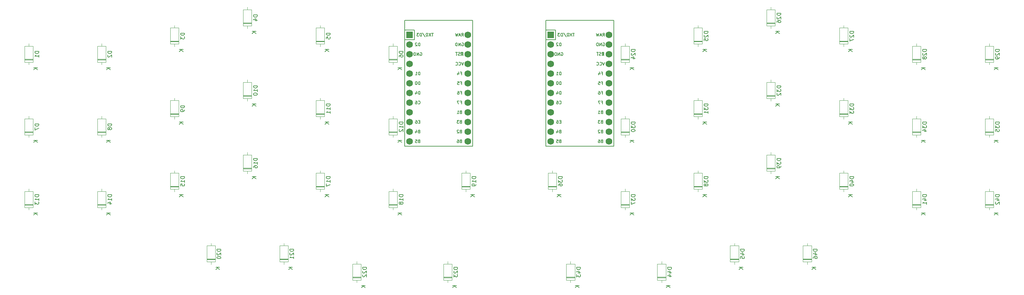
<source format=gbr>
%TF.GenerationSoftware,KiCad,Pcbnew,7.0.8*%
%TF.CreationDate,2023-11-04T09:20:36+09:00*%
%TF.ProjectId,scene46,7363656e-6534-4362-9e6b-696361645f70,rev?*%
%TF.SameCoordinates,Original*%
%TF.FileFunction,Legend,Bot*%
%TF.FilePolarity,Positive*%
%FSLAX46Y46*%
G04 Gerber Fmt 4.6, Leading zero omitted, Abs format (unit mm)*
G04 Created by KiCad (PCBNEW 7.0.8) date 2023-11-04 09:20:36*
%MOMM*%
%LPD*%
G01*
G04 APERTURE LIST*
%ADD10C,0.150000*%
%ADD11C,0.200000*%
%ADD12C,0.120000*%
%ADD13R,1.752600X1.752600*%
%ADD14C,1.752600*%
G04 APERTURE END LIST*
D10*
X140385725Y-37827295D02*
X140385725Y-37027295D01*
X140385725Y-37027295D02*
X140195249Y-37027295D01*
X140195249Y-37027295D02*
X140080963Y-37065390D01*
X140080963Y-37065390D02*
X140004773Y-37141580D01*
X140004773Y-37141580D02*
X139966678Y-37217771D01*
X139966678Y-37217771D02*
X139928582Y-37370152D01*
X139928582Y-37370152D02*
X139928582Y-37484438D01*
X139928582Y-37484438D02*
X139966678Y-37636819D01*
X139966678Y-37636819D02*
X140004773Y-37713009D01*
X140004773Y-37713009D02*
X140080963Y-37789200D01*
X140080963Y-37789200D02*
X140195249Y-37827295D01*
X140195249Y-37827295D02*
X140385725Y-37827295D01*
X139166678Y-37827295D02*
X139623821Y-37827295D01*
X139395249Y-37827295D02*
X139395249Y-37027295D01*
X139395249Y-37027295D02*
X139471440Y-37141580D01*
X139471440Y-37141580D02*
X139547630Y-37217771D01*
X139547630Y-37217771D02*
X139623821Y-37255866D01*
X140404773Y-31985390D02*
X140480963Y-31947295D01*
X140480963Y-31947295D02*
X140595249Y-31947295D01*
X140595249Y-31947295D02*
X140709535Y-31985390D01*
X140709535Y-31985390D02*
X140785725Y-32061580D01*
X140785725Y-32061580D02*
X140823820Y-32137771D01*
X140823820Y-32137771D02*
X140861916Y-32290152D01*
X140861916Y-32290152D02*
X140861916Y-32404438D01*
X140861916Y-32404438D02*
X140823820Y-32556819D01*
X140823820Y-32556819D02*
X140785725Y-32633009D01*
X140785725Y-32633009D02*
X140709535Y-32709200D01*
X140709535Y-32709200D02*
X140595249Y-32747295D01*
X140595249Y-32747295D02*
X140519058Y-32747295D01*
X140519058Y-32747295D02*
X140404773Y-32709200D01*
X140404773Y-32709200D02*
X140366677Y-32671104D01*
X140366677Y-32671104D02*
X140366677Y-32404438D01*
X140366677Y-32404438D02*
X140519058Y-32404438D01*
X140023820Y-32747295D02*
X140023820Y-31947295D01*
X140023820Y-31947295D02*
X139566677Y-32747295D01*
X139566677Y-32747295D02*
X139566677Y-31947295D01*
X139185725Y-32747295D02*
X139185725Y-31947295D01*
X139185725Y-31947295D02*
X138995249Y-31947295D01*
X138995249Y-31947295D02*
X138880963Y-31985390D01*
X138880963Y-31985390D02*
X138804773Y-32061580D01*
X138804773Y-32061580D02*
X138766678Y-32137771D01*
X138766678Y-32137771D02*
X138728582Y-32290152D01*
X138728582Y-32290152D02*
X138728582Y-32404438D01*
X138728582Y-32404438D02*
X138766678Y-32556819D01*
X138766678Y-32556819D02*
X138804773Y-32633009D01*
X138804773Y-32633009D02*
X138880963Y-32709200D01*
X138880963Y-32709200D02*
X138995249Y-32747295D01*
X138995249Y-32747295D02*
X139185725Y-32747295D01*
X150983916Y-39948247D02*
X151250582Y-39948247D01*
X151250582Y-40367295D02*
X151250582Y-39567295D01*
X151250582Y-39567295D02*
X150869630Y-39567295D01*
X150183916Y-39567295D02*
X150564868Y-39567295D01*
X150564868Y-39567295D02*
X150602964Y-39948247D01*
X150602964Y-39948247D02*
X150564868Y-39910152D01*
X150564868Y-39910152D02*
X150488678Y-39872057D01*
X150488678Y-39872057D02*
X150298202Y-39872057D01*
X150298202Y-39872057D02*
X150222011Y-39910152D01*
X150222011Y-39910152D02*
X150183916Y-39948247D01*
X150183916Y-39948247D02*
X150145821Y-40024438D01*
X150145821Y-40024438D02*
X150145821Y-40214914D01*
X150145821Y-40214914D02*
X150183916Y-40291104D01*
X150183916Y-40291104D02*
X150222011Y-40329200D01*
X150222011Y-40329200D02*
X150298202Y-40367295D01*
X150298202Y-40367295D02*
X150488678Y-40367295D01*
X150488678Y-40367295D02*
X150564868Y-40329200D01*
X150564868Y-40329200D02*
X150602964Y-40291104D01*
X151041059Y-50108247D02*
X150926773Y-50146342D01*
X150926773Y-50146342D02*
X150888678Y-50184438D01*
X150888678Y-50184438D02*
X150850582Y-50260628D01*
X150850582Y-50260628D02*
X150850582Y-50374914D01*
X150850582Y-50374914D02*
X150888678Y-50451104D01*
X150888678Y-50451104D02*
X150926773Y-50489200D01*
X150926773Y-50489200D02*
X151002963Y-50527295D01*
X151002963Y-50527295D02*
X151307725Y-50527295D01*
X151307725Y-50527295D02*
X151307725Y-49727295D01*
X151307725Y-49727295D02*
X151041059Y-49727295D01*
X151041059Y-49727295D02*
X150964868Y-49765390D01*
X150964868Y-49765390D02*
X150926773Y-49803485D01*
X150926773Y-49803485D02*
X150888678Y-49879676D01*
X150888678Y-49879676D02*
X150888678Y-49955866D01*
X150888678Y-49955866D02*
X150926773Y-50032057D01*
X150926773Y-50032057D02*
X150964868Y-50070152D01*
X150964868Y-50070152D02*
X151041059Y-50108247D01*
X151041059Y-50108247D02*
X151307725Y-50108247D01*
X150583916Y-49727295D02*
X150088678Y-49727295D01*
X150088678Y-49727295D02*
X150355344Y-50032057D01*
X150355344Y-50032057D02*
X150241059Y-50032057D01*
X150241059Y-50032057D02*
X150164868Y-50070152D01*
X150164868Y-50070152D02*
X150126773Y-50108247D01*
X150126773Y-50108247D02*
X150088678Y-50184438D01*
X150088678Y-50184438D02*
X150088678Y-50374914D01*
X150088678Y-50374914D02*
X150126773Y-50451104D01*
X150126773Y-50451104D02*
X150164868Y-50489200D01*
X150164868Y-50489200D02*
X150241059Y-50527295D01*
X150241059Y-50527295D02*
X150469630Y-50527295D01*
X150469630Y-50527295D02*
X150545821Y-50489200D01*
X150545821Y-50489200D02*
X150583916Y-50451104D01*
X140385725Y-40367295D02*
X140385725Y-39567295D01*
X140385725Y-39567295D02*
X140195249Y-39567295D01*
X140195249Y-39567295D02*
X140080963Y-39605390D01*
X140080963Y-39605390D02*
X140004773Y-39681580D01*
X140004773Y-39681580D02*
X139966678Y-39757771D01*
X139966678Y-39757771D02*
X139928582Y-39910152D01*
X139928582Y-39910152D02*
X139928582Y-40024438D01*
X139928582Y-40024438D02*
X139966678Y-40176819D01*
X139966678Y-40176819D02*
X140004773Y-40253009D01*
X140004773Y-40253009D02*
X140080963Y-40329200D01*
X140080963Y-40329200D02*
X140195249Y-40367295D01*
X140195249Y-40367295D02*
X140385725Y-40367295D01*
X139433344Y-39567295D02*
X139357154Y-39567295D01*
X139357154Y-39567295D02*
X139280963Y-39605390D01*
X139280963Y-39605390D02*
X139242868Y-39643485D01*
X139242868Y-39643485D02*
X139204773Y-39719676D01*
X139204773Y-39719676D02*
X139166678Y-39872057D01*
X139166678Y-39872057D02*
X139166678Y-40062533D01*
X139166678Y-40062533D02*
X139204773Y-40214914D01*
X139204773Y-40214914D02*
X139242868Y-40291104D01*
X139242868Y-40291104D02*
X139280963Y-40329200D01*
X139280963Y-40329200D02*
X139357154Y-40367295D01*
X139357154Y-40367295D02*
X139433344Y-40367295D01*
X139433344Y-40367295D02*
X139509535Y-40329200D01*
X139509535Y-40329200D02*
X139547630Y-40291104D01*
X139547630Y-40291104D02*
X139585725Y-40214914D01*
X139585725Y-40214914D02*
X139623821Y-40062533D01*
X139623821Y-40062533D02*
X139623821Y-39872057D01*
X139623821Y-39872057D02*
X139585725Y-39719676D01*
X139585725Y-39719676D02*
X139547630Y-39643485D01*
X139547630Y-39643485D02*
X139509535Y-39605390D01*
X139509535Y-39605390D02*
X139433344Y-39567295D01*
X143874854Y-26867295D02*
X143417711Y-26867295D01*
X143646283Y-27667295D02*
X143646283Y-26867295D01*
X143227235Y-26867295D02*
X142693901Y-27667295D01*
X142693901Y-26867295D02*
X143227235Y-27667295D01*
X142236758Y-26867295D02*
X142160568Y-26867295D01*
X142160568Y-26867295D02*
X142084377Y-26905390D01*
X142084377Y-26905390D02*
X142046282Y-26943485D01*
X142046282Y-26943485D02*
X142008187Y-27019676D01*
X142008187Y-27019676D02*
X141970092Y-27172057D01*
X141970092Y-27172057D02*
X141970092Y-27362533D01*
X141970092Y-27362533D02*
X142008187Y-27514914D01*
X142008187Y-27514914D02*
X142046282Y-27591104D01*
X142046282Y-27591104D02*
X142084377Y-27629200D01*
X142084377Y-27629200D02*
X142160568Y-27667295D01*
X142160568Y-27667295D02*
X142236758Y-27667295D01*
X142236758Y-27667295D02*
X142312949Y-27629200D01*
X142312949Y-27629200D02*
X142351044Y-27591104D01*
X142351044Y-27591104D02*
X142389139Y-27514914D01*
X142389139Y-27514914D02*
X142427235Y-27362533D01*
X142427235Y-27362533D02*
X142427235Y-27172057D01*
X142427235Y-27172057D02*
X142389139Y-27019676D01*
X142389139Y-27019676D02*
X142351044Y-26943485D01*
X142351044Y-26943485D02*
X142312949Y-26905390D01*
X142312949Y-26905390D02*
X142236758Y-26867295D01*
X141055806Y-26829200D02*
X141741520Y-27857771D01*
X140789139Y-27667295D02*
X140789139Y-26867295D01*
X140789139Y-26867295D02*
X140598663Y-26867295D01*
X140598663Y-26867295D02*
X140484377Y-26905390D01*
X140484377Y-26905390D02*
X140408187Y-26981580D01*
X140408187Y-26981580D02*
X140370092Y-27057771D01*
X140370092Y-27057771D02*
X140331996Y-27210152D01*
X140331996Y-27210152D02*
X140331996Y-27324438D01*
X140331996Y-27324438D02*
X140370092Y-27476819D01*
X140370092Y-27476819D02*
X140408187Y-27553009D01*
X140408187Y-27553009D02*
X140484377Y-27629200D01*
X140484377Y-27629200D02*
X140598663Y-27667295D01*
X140598663Y-27667295D02*
X140789139Y-27667295D01*
X140065330Y-26867295D02*
X139570092Y-26867295D01*
X139570092Y-26867295D02*
X139836758Y-27172057D01*
X139836758Y-27172057D02*
X139722473Y-27172057D01*
X139722473Y-27172057D02*
X139646282Y-27210152D01*
X139646282Y-27210152D02*
X139608187Y-27248247D01*
X139608187Y-27248247D02*
X139570092Y-27324438D01*
X139570092Y-27324438D02*
X139570092Y-27514914D01*
X139570092Y-27514914D02*
X139608187Y-27591104D01*
X139608187Y-27591104D02*
X139646282Y-27629200D01*
X139646282Y-27629200D02*
X139722473Y-27667295D01*
X139722473Y-27667295D02*
X139951044Y-27667295D01*
X139951044Y-27667295D02*
X140027235Y-27629200D01*
X140027235Y-27629200D02*
X140065330Y-27591104D01*
X151783916Y-34487295D02*
X151517249Y-35287295D01*
X151517249Y-35287295D02*
X151250583Y-34487295D01*
X150526773Y-35211104D02*
X150564869Y-35249200D01*
X150564869Y-35249200D02*
X150679154Y-35287295D01*
X150679154Y-35287295D02*
X150755345Y-35287295D01*
X150755345Y-35287295D02*
X150869631Y-35249200D01*
X150869631Y-35249200D02*
X150945821Y-35173009D01*
X150945821Y-35173009D02*
X150983916Y-35096819D01*
X150983916Y-35096819D02*
X151022012Y-34944438D01*
X151022012Y-34944438D02*
X151022012Y-34830152D01*
X151022012Y-34830152D02*
X150983916Y-34677771D01*
X150983916Y-34677771D02*
X150945821Y-34601580D01*
X150945821Y-34601580D02*
X150869631Y-34525390D01*
X150869631Y-34525390D02*
X150755345Y-34487295D01*
X150755345Y-34487295D02*
X150679154Y-34487295D01*
X150679154Y-34487295D02*
X150564869Y-34525390D01*
X150564869Y-34525390D02*
X150526773Y-34563485D01*
X149726773Y-35211104D02*
X149764869Y-35249200D01*
X149764869Y-35249200D02*
X149879154Y-35287295D01*
X149879154Y-35287295D02*
X149955345Y-35287295D01*
X149955345Y-35287295D02*
X150069631Y-35249200D01*
X150069631Y-35249200D02*
X150145821Y-35173009D01*
X150145821Y-35173009D02*
X150183916Y-35096819D01*
X150183916Y-35096819D02*
X150222012Y-34944438D01*
X150222012Y-34944438D02*
X150222012Y-34830152D01*
X150222012Y-34830152D02*
X150183916Y-34677771D01*
X150183916Y-34677771D02*
X150145821Y-34601580D01*
X150145821Y-34601580D02*
X150069631Y-34525390D01*
X150069631Y-34525390D02*
X149955345Y-34487295D01*
X149955345Y-34487295D02*
X149879154Y-34487295D01*
X149879154Y-34487295D02*
X149764869Y-34525390D01*
X149764869Y-34525390D02*
X149726773Y-34563485D01*
X151041059Y-55188247D02*
X150926773Y-55226342D01*
X150926773Y-55226342D02*
X150888678Y-55264438D01*
X150888678Y-55264438D02*
X150850582Y-55340628D01*
X150850582Y-55340628D02*
X150850582Y-55454914D01*
X150850582Y-55454914D02*
X150888678Y-55531104D01*
X150888678Y-55531104D02*
X150926773Y-55569200D01*
X150926773Y-55569200D02*
X151002963Y-55607295D01*
X151002963Y-55607295D02*
X151307725Y-55607295D01*
X151307725Y-55607295D02*
X151307725Y-54807295D01*
X151307725Y-54807295D02*
X151041059Y-54807295D01*
X151041059Y-54807295D02*
X150964868Y-54845390D01*
X150964868Y-54845390D02*
X150926773Y-54883485D01*
X150926773Y-54883485D02*
X150888678Y-54959676D01*
X150888678Y-54959676D02*
X150888678Y-55035866D01*
X150888678Y-55035866D02*
X150926773Y-55112057D01*
X150926773Y-55112057D02*
X150964868Y-55150152D01*
X150964868Y-55150152D02*
X151041059Y-55188247D01*
X151041059Y-55188247D02*
X151307725Y-55188247D01*
X150164868Y-54807295D02*
X150317249Y-54807295D01*
X150317249Y-54807295D02*
X150393440Y-54845390D01*
X150393440Y-54845390D02*
X150431535Y-54883485D01*
X150431535Y-54883485D02*
X150507725Y-54997771D01*
X150507725Y-54997771D02*
X150545821Y-55150152D01*
X150545821Y-55150152D02*
X150545821Y-55454914D01*
X150545821Y-55454914D02*
X150507725Y-55531104D01*
X150507725Y-55531104D02*
X150469630Y-55569200D01*
X150469630Y-55569200D02*
X150393440Y-55607295D01*
X150393440Y-55607295D02*
X150241059Y-55607295D01*
X150241059Y-55607295D02*
X150164868Y-55569200D01*
X150164868Y-55569200D02*
X150126773Y-55531104D01*
X150126773Y-55531104D02*
X150088678Y-55454914D01*
X150088678Y-55454914D02*
X150088678Y-55264438D01*
X150088678Y-55264438D02*
X150126773Y-55188247D01*
X150126773Y-55188247D02*
X150164868Y-55150152D01*
X150164868Y-55150152D02*
X150241059Y-55112057D01*
X150241059Y-55112057D02*
X150393440Y-55112057D01*
X150393440Y-55112057D02*
X150469630Y-55150152D01*
X150469630Y-55150152D02*
X150507725Y-55188247D01*
X150507725Y-55188247D02*
X150545821Y-55264438D01*
X150829583Y-32689200D02*
X150715297Y-32727295D01*
X150715297Y-32727295D02*
X150524821Y-32727295D01*
X150524821Y-32727295D02*
X150448630Y-32689200D01*
X150448630Y-32689200D02*
X150410535Y-32651104D01*
X150410535Y-32651104D02*
X150372440Y-32574914D01*
X150372440Y-32574914D02*
X150372440Y-32498723D01*
X150372440Y-32498723D02*
X150410535Y-32422533D01*
X150410535Y-32422533D02*
X150448630Y-32384438D01*
X150448630Y-32384438D02*
X150524821Y-32346342D01*
X150524821Y-32346342D02*
X150677202Y-32308247D01*
X150677202Y-32308247D02*
X150753392Y-32270152D01*
X150753392Y-32270152D02*
X150791487Y-32232057D01*
X150791487Y-32232057D02*
X150829583Y-32155866D01*
X150829583Y-32155866D02*
X150829583Y-32079676D01*
X150829583Y-32079676D02*
X150791487Y-32003485D01*
X150791487Y-32003485D02*
X150753392Y-31965390D01*
X150753392Y-31965390D02*
X150677202Y-31927295D01*
X150677202Y-31927295D02*
X150486725Y-31927295D01*
X150486725Y-31927295D02*
X150372440Y-31965390D01*
X150143868Y-31927295D02*
X149686725Y-31927295D01*
X149915297Y-32727295D02*
X149915297Y-31927295D01*
X151269630Y-27667295D02*
X151536297Y-27286342D01*
X151726773Y-27667295D02*
X151726773Y-26867295D01*
X151726773Y-26867295D02*
X151422011Y-26867295D01*
X151422011Y-26867295D02*
X151345821Y-26905390D01*
X151345821Y-26905390D02*
X151307726Y-26943485D01*
X151307726Y-26943485D02*
X151269630Y-27019676D01*
X151269630Y-27019676D02*
X151269630Y-27133961D01*
X151269630Y-27133961D02*
X151307726Y-27210152D01*
X151307726Y-27210152D02*
X151345821Y-27248247D01*
X151345821Y-27248247D02*
X151422011Y-27286342D01*
X151422011Y-27286342D02*
X151726773Y-27286342D01*
X150964869Y-27438723D02*
X150583916Y-27438723D01*
X151041059Y-27667295D02*
X150774392Y-26867295D01*
X150774392Y-26867295D02*
X150507726Y-27667295D01*
X150317250Y-26867295D02*
X150126774Y-27667295D01*
X150126774Y-27667295D02*
X149974393Y-27095866D01*
X149974393Y-27095866D02*
X149822012Y-27667295D01*
X149822012Y-27667295D02*
X149631536Y-26867295D01*
X140385725Y-42907295D02*
X140385725Y-42107295D01*
X140385725Y-42107295D02*
X140195249Y-42107295D01*
X140195249Y-42107295D02*
X140080963Y-42145390D01*
X140080963Y-42145390D02*
X140004773Y-42221580D01*
X140004773Y-42221580D02*
X139966678Y-42297771D01*
X139966678Y-42297771D02*
X139928582Y-42450152D01*
X139928582Y-42450152D02*
X139928582Y-42564438D01*
X139928582Y-42564438D02*
X139966678Y-42716819D01*
X139966678Y-42716819D02*
X140004773Y-42793009D01*
X140004773Y-42793009D02*
X140080963Y-42869200D01*
X140080963Y-42869200D02*
X140195249Y-42907295D01*
X140195249Y-42907295D02*
X140385725Y-42907295D01*
X139242868Y-42373961D02*
X139242868Y-42907295D01*
X139433344Y-42069200D02*
X139623821Y-42640628D01*
X139623821Y-42640628D02*
X139128582Y-42640628D01*
X139928582Y-45371104D02*
X139966678Y-45409200D01*
X139966678Y-45409200D02*
X140080963Y-45447295D01*
X140080963Y-45447295D02*
X140157154Y-45447295D01*
X140157154Y-45447295D02*
X140271440Y-45409200D01*
X140271440Y-45409200D02*
X140347630Y-45333009D01*
X140347630Y-45333009D02*
X140385725Y-45256819D01*
X140385725Y-45256819D02*
X140423821Y-45104438D01*
X140423821Y-45104438D02*
X140423821Y-44990152D01*
X140423821Y-44990152D02*
X140385725Y-44837771D01*
X140385725Y-44837771D02*
X140347630Y-44761580D01*
X140347630Y-44761580D02*
X140271440Y-44685390D01*
X140271440Y-44685390D02*
X140157154Y-44647295D01*
X140157154Y-44647295D02*
X140080963Y-44647295D01*
X140080963Y-44647295D02*
X139966678Y-44685390D01*
X139966678Y-44685390D02*
X139928582Y-44723485D01*
X139242868Y-44647295D02*
X139395249Y-44647295D01*
X139395249Y-44647295D02*
X139471440Y-44685390D01*
X139471440Y-44685390D02*
X139509535Y-44723485D01*
X139509535Y-44723485D02*
X139585725Y-44837771D01*
X139585725Y-44837771D02*
X139623821Y-44990152D01*
X139623821Y-44990152D02*
X139623821Y-45294914D01*
X139623821Y-45294914D02*
X139585725Y-45371104D01*
X139585725Y-45371104D02*
X139547630Y-45409200D01*
X139547630Y-45409200D02*
X139471440Y-45447295D01*
X139471440Y-45447295D02*
X139319059Y-45447295D01*
X139319059Y-45447295D02*
X139242868Y-45409200D01*
X139242868Y-45409200D02*
X139204773Y-45371104D01*
X139204773Y-45371104D02*
X139166678Y-45294914D01*
X139166678Y-45294914D02*
X139166678Y-45104438D01*
X139166678Y-45104438D02*
X139204773Y-45028247D01*
X139204773Y-45028247D02*
X139242868Y-44990152D01*
X139242868Y-44990152D02*
X139319059Y-44952057D01*
X139319059Y-44952057D02*
X139471440Y-44952057D01*
X139471440Y-44952057D02*
X139547630Y-44990152D01*
X139547630Y-44990152D02*
X139585725Y-45028247D01*
X139585725Y-45028247D02*
X139623821Y-45104438D01*
X151041059Y-52648247D02*
X150926773Y-52686342D01*
X150926773Y-52686342D02*
X150888678Y-52724438D01*
X150888678Y-52724438D02*
X150850582Y-52800628D01*
X150850582Y-52800628D02*
X150850582Y-52914914D01*
X150850582Y-52914914D02*
X150888678Y-52991104D01*
X150888678Y-52991104D02*
X150926773Y-53029200D01*
X150926773Y-53029200D02*
X151002963Y-53067295D01*
X151002963Y-53067295D02*
X151307725Y-53067295D01*
X151307725Y-53067295D02*
X151307725Y-52267295D01*
X151307725Y-52267295D02*
X151041059Y-52267295D01*
X151041059Y-52267295D02*
X150964868Y-52305390D01*
X150964868Y-52305390D02*
X150926773Y-52343485D01*
X150926773Y-52343485D02*
X150888678Y-52419676D01*
X150888678Y-52419676D02*
X150888678Y-52495866D01*
X150888678Y-52495866D02*
X150926773Y-52572057D01*
X150926773Y-52572057D02*
X150964868Y-52610152D01*
X150964868Y-52610152D02*
X151041059Y-52648247D01*
X151041059Y-52648247D02*
X151307725Y-52648247D01*
X150545821Y-52343485D02*
X150507725Y-52305390D01*
X150507725Y-52305390D02*
X150431535Y-52267295D01*
X150431535Y-52267295D02*
X150241059Y-52267295D01*
X150241059Y-52267295D02*
X150164868Y-52305390D01*
X150164868Y-52305390D02*
X150126773Y-52343485D01*
X150126773Y-52343485D02*
X150088678Y-52419676D01*
X150088678Y-52419676D02*
X150088678Y-52495866D01*
X150088678Y-52495866D02*
X150126773Y-52610152D01*
X150126773Y-52610152D02*
X150583916Y-53067295D01*
X150583916Y-53067295D02*
X150088678Y-53067295D01*
X151041059Y-47568247D02*
X150926773Y-47606342D01*
X150926773Y-47606342D02*
X150888678Y-47644438D01*
X150888678Y-47644438D02*
X150850582Y-47720628D01*
X150850582Y-47720628D02*
X150850582Y-47834914D01*
X150850582Y-47834914D02*
X150888678Y-47911104D01*
X150888678Y-47911104D02*
X150926773Y-47949200D01*
X150926773Y-47949200D02*
X151002963Y-47987295D01*
X151002963Y-47987295D02*
X151307725Y-47987295D01*
X151307725Y-47987295D02*
X151307725Y-47187295D01*
X151307725Y-47187295D02*
X151041059Y-47187295D01*
X151041059Y-47187295D02*
X150964868Y-47225390D01*
X150964868Y-47225390D02*
X150926773Y-47263485D01*
X150926773Y-47263485D02*
X150888678Y-47339676D01*
X150888678Y-47339676D02*
X150888678Y-47415866D01*
X150888678Y-47415866D02*
X150926773Y-47492057D01*
X150926773Y-47492057D02*
X150964868Y-47530152D01*
X150964868Y-47530152D02*
X151041059Y-47568247D01*
X151041059Y-47568247D02*
X151307725Y-47568247D01*
X150088678Y-47987295D02*
X150545821Y-47987295D01*
X150317249Y-47987295D02*
X150317249Y-47187295D01*
X150317249Y-47187295D02*
X150393440Y-47301580D01*
X150393440Y-47301580D02*
X150469630Y-47377771D01*
X150469630Y-47377771D02*
X150545821Y-47415866D01*
X150983916Y-45028247D02*
X151250582Y-45028247D01*
X151250582Y-45447295D02*
X151250582Y-44647295D01*
X151250582Y-44647295D02*
X150869630Y-44647295D01*
X150641059Y-44647295D02*
X150107725Y-44647295D01*
X150107725Y-44647295D02*
X150450583Y-45447295D01*
X140385725Y-30207295D02*
X140385725Y-29407295D01*
X140385725Y-29407295D02*
X140195249Y-29407295D01*
X140195249Y-29407295D02*
X140080963Y-29445390D01*
X140080963Y-29445390D02*
X140004773Y-29521580D01*
X140004773Y-29521580D02*
X139966678Y-29597771D01*
X139966678Y-29597771D02*
X139928582Y-29750152D01*
X139928582Y-29750152D02*
X139928582Y-29864438D01*
X139928582Y-29864438D02*
X139966678Y-30016819D01*
X139966678Y-30016819D02*
X140004773Y-30093009D01*
X140004773Y-30093009D02*
X140080963Y-30169200D01*
X140080963Y-30169200D02*
X140195249Y-30207295D01*
X140195249Y-30207295D02*
X140385725Y-30207295D01*
X139623821Y-29483485D02*
X139585725Y-29445390D01*
X139585725Y-29445390D02*
X139509535Y-29407295D01*
X139509535Y-29407295D02*
X139319059Y-29407295D01*
X139319059Y-29407295D02*
X139242868Y-29445390D01*
X139242868Y-29445390D02*
X139204773Y-29483485D01*
X139204773Y-29483485D02*
X139166678Y-29559676D01*
X139166678Y-29559676D02*
X139166678Y-29635866D01*
X139166678Y-29635866D02*
X139204773Y-29750152D01*
X139204773Y-29750152D02*
X139661916Y-30207295D01*
X139661916Y-30207295D02*
X139166678Y-30207295D01*
X150983916Y-37408247D02*
X151250582Y-37408247D01*
X151250582Y-37827295D02*
X151250582Y-37027295D01*
X151250582Y-37027295D02*
X150869630Y-37027295D01*
X150222011Y-37293961D02*
X150222011Y-37827295D01*
X150412487Y-36989200D02*
X150602964Y-37560628D01*
X150602964Y-37560628D02*
X150107725Y-37560628D01*
X140119059Y-55188247D02*
X140004773Y-55226342D01*
X140004773Y-55226342D02*
X139966678Y-55264438D01*
X139966678Y-55264438D02*
X139928582Y-55340628D01*
X139928582Y-55340628D02*
X139928582Y-55454914D01*
X139928582Y-55454914D02*
X139966678Y-55531104D01*
X139966678Y-55531104D02*
X140004773Y-55569200D01*
X140004773Y-55569200D02*
X140080963Y-55607295D01*
X140080963Y-55607295D02*
X140385725Y-55607295D01*
X140385725Y-55607295D02*
X140385725Y-54807295D01*
X140385725Y-54807295D02*
X140119059Y-54807295D01*
X140119059Y-54807295D02*
X140042868Y-54845390D01*
X140042868Y-54845390D02*
X140004773Y-54883485D01*
X140004773Y-54883485D02*
X139966678Y-54959676D01*
X139966678Y-54959676D02*
X139966678Y-55035866D01*
X139966678Y-55035866D02*
X140004773Y-55112057D01*
X140004773Y-55112057D02*
X140042868Y-55150152D01*
X140042868Y-55150152D02*
X140119059Y-55188247D01*
X140119059Y-55188247D02*
X140385725Y-55188247D01*
X139204773Y-54807295D02*
X139585725Y-54807295D01*
X139585725Y-54807295D02*
X139623821Y-55188247D01*
X139623821Y-55188247D02*
X139585725Y-55150152D01*
X139585725Y-55150152D02*
X139509535Y-55112057D01*
X139509535Y-55112057D02*
X139319059Y-55112057D01*
X139319059Y-55112057D02*
X139242868Y-55150152D01*
X139242868Y-55150152D02*
X139204773Y-55188247D01*
X139204773Y-55188247D02*
X139166678Y-55264438D01*
X139166678Y-55264438D02*
X139166678Y-55454914D01*
X139166678Y-55454914D02*
X139204773Y-55531104D01*
X139204773Y-55531104D02*
X139242868Y-55569200D01*
X139242868Y-55569200D02*
X139319059Y-55607295D01*
X139319059Y-55607295D02*
X139509535Y-55607295D01*
X139509535Y-55607295D02*
X139585725Y-55569200D01*
X139585725Y-55569200D02*
X139623821Y-55531104D01*
X151326773Y-29445390D02*
X151402963Y-29407295D01*
X151402963Y-29407295D02*
X151517249Y-29407295D01*
X151517249Y-29407295D02*
X151631535Y-29445390D01*
X151631535Y-29445390D02*
X151707725Y-29521580D01*
X151707725Y-29521580D02*
X151745820Y-29597771D01*
X151745820Y-29597771D02*
X151783916Y-29750152D01*
X151783916Y-29750152D02*
X151783916Y-29864438D01*
X151783916Y-29864438D02*
X151745820Y-30016819D01*
X151745820Y-30016819D02*
X151707725Y-30093009D01*
X151707725Y-30093009D02*
X151631535Y-30169200D01*
X151631535Y-30169200D02*
X151517249Y-30207295D01*
X151517249Y-30207295D02*
X151441058Y-30207295D01*
X151441058Y-30207295D02*
X151326773Y-30169200D01*
X151326773Y-30169200D02*
X151288677Y-30131104D01*
X151288677Y-30131104D02*
X151288677Y-29864438D01*
X151288677Y-29864438D02*
X151441058Y-29864438D01*
X150945820Y-30207295D02*
X150945820Y-29407295D01*
X150945820Y-29407295D02*
X150488677Y-30207295D01*
X150488677Y-30207295D02*
X150488677Y-29407295D01*
X150107725Y-30207295D02*
X150107725Y-29407295D01*
X150107725Y-29407295D02*
X149917249Y-29407295D01*
X149917249Y-29407295D02*
X149802963Y-29445390D01*
X149802963Y-29445390D02*
X149726773Y-29521580D01*
X149726773Y-29521580D02*
X149688678Y-29597771D01*
X149688678Y-29597771D02*
X149650582Y-29750152D01*
X149650582Y-29750152D02*
X149650582Y-29864438D01*
X149650582Y-29864438D02*
X149688678Y-30016819D01*
X149688678Y-30016819D02*
X149726773Y-30093009D01*
X149726773Y-30093009D02*
X149802963Y-30169200D01*
X149802963Y-30169200D02*
X149917249Y-30207295D01*
X149917249Y-30207295D02*
X150107725Y-30207295D01*
X140119059Y-52648247D02*
X140004773Y-52686342D01*
X140004773Y-52686342D02*
X139966678Y-52724438D01*
X139966678Y-52724438D02*
X139928582Y-52800628D01*
X139928582Y-52800628D02*
X139928582Y-52914914D01*
X139928582Y-52914914D02*
X139966678Y-52991104D01*
X139966678Y-52991104D02*
X140004773Y-53029200D01*
X140004773Y-53029200D02*
X140080963Y-53067295D01*
X140080963Y-53067295D02*
X140385725Y-53067295D01*
X140385725Y-53067295D02*
X140385725Y-52267295D01*
X140385725Y-52267295D02*
X140119059Y-52267295D01*
X140119059Y-52267295D02*
X140042868Y-52305390D01*
X140042868Y-52305390D02*
X140004773Y-52343485D01*
X140004773Y-52343485D02*
X139966678Y-52419676D01*
X139966678Y-52419676D02*
X139966678Y-52495866D01*
X139966678Y-52495866D02*
X140004773Y-52572057D01*
X140004773Y-52572057D02*
X140042868Y-52610152D01*
X140042868Y-52610152D02*
X140119059Y-52648247D01*
X140119059Y-52648247D02*
X140385725Y-52648247D01*
X139242868Y-52533961D02*
X139242868Y-53067295D01*
X139433344Y-52229200D02*
X139623821Y-52800628D01*
X139623821Y-52800628D02*
X139128582Y-52800628D01*
X140347630Y-50108247D02*
X140080964Y-50108247D01*
X139966678Y-50527295D02*
X140347630Y-50527295D01*
X140347630Y-50527295D02*
X140347630Y-49727295D01*
X140347630Y-49727295D02*
X139966678Y-49727295D01*
X139280963Y-49727295D02*
X139433344Y-49727295D01*
X139433344Y-49727295D02*
X139509535Y-49765390D01*
X139509535Y-49765390D02*
X139547630Y-49803485D01*
X139547630Y-49803485D02*
X139623820Y-49917771D01*
X139623820Y-49917771D02*
X139661916Y-50070152D01*
X139661916Y-50070152D02*
X139661916Y-50374914D01*
X139661916Y-50374914D02*
X139623820Y-50451104D01*
X139623820Y-50451104D02*
X139585725Y-50489200D01*
X139585725Y-50489200D02*
X139509535Y-50527295D01*
X139509535Y-50527295D02*
X139357154Y-50527295D01*
X139357154Y-50527295D02*
X139280963Y-50489200D01*
X139280963Y-50489200D02*
X139242868Y-50451104D01*
X139242868Y-50451104D02*
X139204773Y-50374914D01*
X139204773Y-50374914D02*
X139204773Y-50184438D01*
X139204773Y-50184438D02*
X139242868Y-50108247D01*
X139242868Y-50108247D02*
X139280963Y-50070152D01*
X139280963Y-50070152D02*
X139357154Y-50032057D01*
X139357154Y-50032057D02*
X139509535Y-50032057D01*
X139509535Y-50032057D02*
X139585725Y-50070152D01*
X139585725Y-50070152D02*
X139623820Y-50108247D01*
X139623820Y-50108247D02*
X139661916Y-50184438D01*
X150983916Y-42488247D02*
X151250582Y-42488247D01*
X151250582Y-42907295D02*
X151250582Y-42107295D01*
X151250582Y-42107295D02*
X150869630Y-42107295D01*
X150222011Y-42107295D02*
X150374392Y-42107295D01*
X150374392Y-42107295D02*
X150450583Y-42145390D01*
X150450583Y-42145390D02*
X150488678Y-42183485D01*
X150488678Y-42183485D02*
X150564868Y-42297771D01*
X150564868Y-42297771D02*
X150602964Y-42450152D01*
X150602964Y-42450152D02*
X150602964Y-42754914D01*
X150602964Y-42754914D02*
X150564868Y-42831104D01*
X150564868Y-42831104D02*
X150526773Y-42869200D01*
X150526773Y-42869200D02*
X150450583Y-42907295D01*
X150450583Y-42907295D02*
X150298202Y-42907295D01*
X150298202Y-42907295D02*
X150222011Y-42869200D01*
X150222011Y-42869200D02*
X150183916Y-42831104D01*
X150183916Y-42831104D02*
X150145821Y-42754914D01*
X150145821Y-42754914D02*
X150145821Y-42564438D01*
X150145821Y-42564438D02*
X150183916Y-42488247D01*
X150183916Y-42488247D02*
X150222011Y-42450152D01*
X150222011Y-42450152D02*
X150298202Y-42412057D01*
X150298202Y-42412057D02*
X150450583Y-42412057D01*
X150450583Y-42412057D02*
X150526773Y-42450152D01*
X150526773Y-42450152D02*
X150564868Y-42488247D01*
X150564868Y-42488247D02*
X150602964Y-42564438D01*
X177004921Y-52648247D02*
X176890635Y-52686342D01*
X176890635Y-52686342D02*
X176852540Y-52724438D01*
X176852540Y-52724438D02*
X176814444Y-52800628D01*
X176814444Y-52800628D02*
X176814444Y-52914914D01*
X176814444Y-52914914D02*
X176852540Y-52991104D01*
X176852540Y-52991104D02*
X176890635Y-53029200D01*
X176890635Y-53029200D02*
X176966825Y-53067295D01*
X176966825Y-53067295D02*
X177271587Y-53067295D01*
X177271587Y-53067295D02*
X177271587Y-52267295D01*
X177271587Y-52267295D02*
X177004921Y-52267295D01*
X177004921Y-52267295D02*
X176928730Y-52305390D01*
X176928730Y-52305390D02*
X176890635Y-52343485D01*
X176890635Y-52343485D02*
X176852540Y-52419676D01*
X176852540Y-52419676D02*
X176852540Y-52495866D01*
X176852540Y-52495866D02*
X176890635Y-52572057D01*
X176890635Y-52572057D02*
X176928730Y-52610152D01*
X176928730Y-52610152D02*
X177004921Y-52648247D01*
X177004921Y-52648247D02*
X177271587Y-52648247D01*
X176128730Y-52533961D02*
X176128730Y-53067295D01*
X176319206Y-52229200D02*
X176509683Y-52800628D01*
X176509683Y-52800628D02*
X176014444Y-52800628D01*
X188212635Y-29445390D02*
X188288825Y-29407295D01*
X188288825Y-29407295D02*
X188403111Y-29407295D01*
X188403111Y-29407295D02*
X188517397Y-29445390D01*
X188517397Y-29445390D02*
X188593587Y-29521580D01*
X188593587Y-29521580D02*
X188631682Y-29597771D01*
X188631682Y-29597771D02*
X188669778Y-29750152D01*
X188669778Y-29750152D02*
X188669778Y-29864438D01*
X188669778Y-29864438D02*
X188631682Y-30016819D01*
X188631682Y-30016819D02*
X188593587Y-30093009D01*
X188593587Y-30093009D02*
X188517397Y-30169200D01*
X188517397Y-30169200D02*
X188403111Y-30207295D01*
X188403111Y-30207295D02*
X188326920Y-30207295D01*
X188326920Y-30207295D02*
X188212635Y-30169200D01*
X188212635Y-30169200D02*
X188174539Y-30131104D01*
X188174539Y-30131104D02*
X188174539Y-29864438D01*
X188174539Y-29864438D02*
X188326920Y-29864438D01*
X187831682Y-30207295D02*
X187831682Y-29407295D01*
X187831682Y-29407295D02*
X187374539Y-30207295D01*
X187374539Y-30207295D02*
X187374539Y-29407295D01*
X186993587Y-30207295D02*
X186993587Y-29407295D01*
X186993587Y-29407295D02*
X186803111Y-29407295D01*
X186803111Y-29407295D02*
X186688825Y-29445390D01*
X186688825Y-29445390D02*
X186612635Y-29521580D01*
X186612635Y-29521580D02*
X186574540Y-29597771D01*
X186574540Y-29597771D02*
X186536444Y-29750152D01*
X186536444Y-29750152D02*
X186536444Y-29864438D01*
X186536444Y-29864438D02*
X186574540Y-30016819D01*
X186574540Y-30016819D02*
X186612635Y-30093009D01*
X186612635Y-30093009D02*
X186688825Y-30169200D01*
X186688825Y-30169200D02*
X186803111Y-30207295D01*
X186803111Y-30207295D02*
X186993587Y-30207295D01*
X187869778Y-45028247D02*
X188136444Y-45028247D01*
X188136444Y-45447295D02*
X188136444Y-44647295D01*
X188136444Y-44647295D02*
X187755492Y-44647295D01*
X187526921Y-44647295D02*
X186993587Y-44647295D01*
X186993587Y-44647295D02*
X187336445Y-45447295D01*
X176814444Y-45371104D02*
X176852540Y-45409200D01*
X176852540Y-45409200D02*
X176966825Y-45447295D01*
X176966825Y-45447295D02*
X177043016Y-45447295D01*
X177043016Y-45447295D02*
X177157302Y-45409200D01*
X177157302Y-45409200D02*
X177233492Y-45333009D01*
X177233492Y-45333009D02*
X177271587Y-45256819D01*
X177271587Y-45256819D02*
X177309683Y-45104438D01*
X177309683Y-45104438D02*
X177309683Y-44990152D01*
X177309683Y-44990152D02*
X177271587Y-44837771D01*
X177271587Y-44837771D02*
X177233492Y-44761580D01*
X177233492Y-44761580D02*
X177157302Y-44685390D01*
X177157302Y-44685390D02*
X177043016Y-44647295D01*
X177043016Y-44647295D02*
X176966825Y-44647295D01*
X176966825Y-44647295D02*
X176852540Y-44685390D01*
X176852540Y-44685390D02*
X176814444Y-44723485D01*
X176128730Y-44647295D02*
X176281111Y-44647295D01*
X176281111Y-44647295D02*
X176357302Y-44685390D01*
X176357302Y-44685390D02*
X176395397Y-44723485D01*
X176395397Y-44723485D02*
X176471587Y-44837771D01*
X176471587Y-44837771D02*
X176509683Y-44990152D01*
X176509683Y-44990152D02*
X176509683Y-45294914D01*
X176509683Y-45294914D02*
X176471587Y-45371104D01*
X176471587Y-45371104D02*
X176433492Y-45409200D01*
X176433492Y-45409200D02*
X176357302Y-45447295D01*
X176357302Y-45447295D02*
X176204921Y-45447295D01*
X176204921Y-45447295D02*
X176128730Y-45409200D01*
X176128730Y-45409200D02*
X176090635Y-45371104D01*
X176090635Y-45371104D02*
X176052540Y-45294914D01*
X176052540Y-45294914D02*
X176052540Y-45104438D01*
X176052540Y-45104438D02*
X176090635Y-45028247D01*
X176090635Y-45028247D02*
X176128730Y-44990152D01*
X176128730Y-44990152D02*
X176204921Y-44952057D01*
X176204921Y-44952057D02*
X176357302Y-44952057D01*
X176357302Y-44952057D02*
X176433492Y-44990152D01*
X176433492Y-44990152D02*
X176471587Y-45028247D01*
X176471587Y-45028247D02*
X176509683Y-45104438D01*
X188155492Y-27667295D02*
X188422159Y-27286342D01*
X188612635Y-27667295D02*
X188612635Y-26867295D01*
X188612635Y-26867295D02*
X188307873Y-26867295D01*
X188307873Y-26867295D02*
X188231683Y-26905390D01*
X188231683Y-26905390D02*
X188193588Y-26943485D01*
X188193588Y-26943485D02*
X188155492Y-27019676D01*
X188155492Y-27019676D02*
X188155492Y-27133961D01*
X188155492Y-27133961D02*
X188193588Y-27210152D01*
X188193588Y-27210152D02*
X188231683Y-27248247D01*
X188231683Y-27248247D02*
X188307873Y-27286342D01*
X188307873Y-27286342D02*
X188612635Y-27286342D01*
X187850731Y-27438723D02*
X187469778Y-27438723D01*
X187926921Y-27667295D02*
X187660254Y-26867295D01*
X187660254Y-26867295D02*
X187393588Y-27667295D01*
X187203112Y-26867295D02*
X187012636Y-27667295D01*
X187012636Y-27667295D02*
X186860255Y-27095866D01*
X186860255Y-27095866D02*
X186707874Y-27667295D01*
X186707874Y-27667295D02*
X186517398Y-26867295D01*
X187926921Y-55188247D02*
X187812635Y-55226342D01*
X187812635Y-55226342D02*
X187774540Y-55264438D01*
X187774540Y-55264438D02*
X187736444Y-55340628D01*
X187736444Y-55340628D02*
X187736444Y-55454914D01*
X187736444Y-55454914D02*
X187774540Y-55531104D01*
X187774540Y-55531104D02*
X187812635Y-55569200D01*
X187812635Y-55569200D02*
X187888825Y-55607295D01*
X187888825Y-55607295D02*
X188193587Y-55607295D01*
X188193587Y-55607295D02*
X188193587Y-54807295D01*
X188193587Y-54807295D02*
X187926921Y-54807295D01*
X187926921Y-54807295D02*
X187850730Y-54845390D01*
X187850730Y-54845390D02*
X187812635Y-54883485D01*
X187812635Y-54883485D02*
X187774540Y-54959676D01*
X187774540Y-54959676D02*
X187774540Y-55035866D01*
X187774540Y-55035866D02*
X187812635Y-55112057D01*
X187812635Y-55112057D02*
X187850730Y-55150152D01*
X187850730Y-55150152D02*
X187926921Y-55188247D01*
X187926921Y-55188247D02*
X188193587Y-55188247D01*
X187050730Y-54807295D02*
X187203111Y-54807295D01*
X187203111Y-54807295D02*
X187279302Y-54845390D01*
X187279302Y-54845390D02*
X187317397Y-54883485D01*
X187317397Y-54883485D02*
X187393587Y-54997771D01*
X187393587Y-54997771D02*
X187431683Y-55150152D01*
X187431683Y-55150152D02*
X187431683Y-55454914D01*
X187431683Y-55454914D02*
X187393587Y-55531104D01*
X187393587Y-55531104D02*
X187355492Y-55569200D01*
X187355492Y-55569200D02*
X187279302Y-55607295D01*
X187279302Y-55607295D02*
X187126921Y-55607295D01*
X187126921Y-55607295D02*
X187050730Y-55569200D01*
X187050730Y-55569200D02*
X187012635Y-55531104D01*
X187012635Y-55531104D02*
X186974540Y-55454914D01*
X186974540Y-55454914D02*
X186974540Y-55264438D01*
X186974540Y-55264438D02*
X187012635Y-55188247D01*
X187012635Y-55188247D02*
X187050730Y-55150152D01*
X187050730Y-55150152D02*
X187126921Y-55112057D01*
X187126921Y-55112057D02*
X187279302Y-55112057D01*
X187279302Y-55112057D02*
X187355492Y-55150152D01*
X187355492Y-55150152D02*
X187393587Y-55188247D01*
X187393587Y-55188247D02*
X187431683Y-55264438D01*
X187869778Y-39948247D02*
X188136444Y-39948247D01*
X188136444Y-40367295D02*
X188136444Y-39567295D01*
X188136444Y-39567295D02*
X187755492Y-39567295D01*
X187069778Y-39567295D02*
X187450730Y-39567295D01*
X187450730Y-39567295D02*
X187488826Y-39948247D01*
X187488826Y-39948247D02*
X187450730Y-39910152D01*
X187450730Y-39910152D02*
X187374540Y-39872057D01*
X187374540Y-39872057D02*
X187184064Y-39872057D01*
X187184064Y-39872057D02*
X187107873Y-39910152D01*
X187107873Y-39910152D02*
X187069778Y-39948247D01*
X187069778Y-39948247D02*
X187031683Y-40024438D01*
X187031683Y-40024438D02*
X187031683Y-40214914D01*
X187031683Y-40214914D02*
X187069778Y-40291104D01*
X187069778Y-40291104D02*
X187107873Y-40329200D01*
X187107873Y-40329200D02*
X187184064Y-40367295D01*
X187184064Y-40367295D02*
X187374540Y-40367295D01*
X187374540Y-40367295D02*
X187450730Y-40329200D01*
X187450730Y-40329200D02*
X187488826Y-40291104D01*
X187926921Y-47568247D02*
X187812635Y-47606342D01*
X187812635Y-47606342D02*
X187774540Y-47644438D01*
X187774540Y-47644438D02*
X187736444Y-47720628D01*
X187736444Y-47720628D02*
X187736444Y-47834914D01*
X187736444Y-47834914D02*
X187774540Y-47911104D01*
X187774540Y-47911104D02*
X187812635Y-47949200D01*
X187812635Y-47949200D02*
X187888825Y-47987295D01*
X187888825Y-47987295D02*
X188193587Y-47987295D01*
X188193587Y-47987295D02*
X188193587Y-47187295D01*
X188193587Y-47187295D02*
X187926921Y-47187295D01*
X187926921Y-47187295D02*
X187850730Y-47225390D01*
X187850730Y-47225390D02*
X187812635Y-47263485D01*
X187812635Y-47263485D02*
X187774540Y-47339676D01*
X187774540Y-47339676D02*
X187774540Y-47415866D01*
X187774540Y-47415866D02*
X187812635Y-47492057D01*
X187812635Y-47492057D02*
X187850730Y-47530152D01*
X187850730Y-47530152D02*
X187926921Y-47568247D01*
X187926921Y-47568247D02*
X188193587Y-47568247D01*
X186974540Y-47987295D02*
X187431683Y-47987295D01*
X187203111Y-47987295D02*
X187203111Y-47187295D01*
X187203111Y-47187295D02*
X187279302Y-47301580D01*
X187279302Y-47301580D02*
X187355492Y-47377771D01*
X187355492Y-47377771D02*
X187431683Y-47415866D01*
X187926921Y-52648247D02*
X187812635Y-52686342D01*
X187812635Y-52686342D02*
X187774540Y-52724438D01*
X187774540Y-52724438D02*
X187736444Y-52800628D01*
X187736444Y-52800628D02*
X187736444Y-52914914D01*
X187736444Y-52914914D02*
X187774540Y-52991104D01*
X187774540Y-52991104D02*
X187812635Y-53029200D01*
X187812635Y-53029200D02*
X187888825Y-53067295D01*
X187888825Y-53067295D02*
X188193587Y-53067295D01*
X188193587Y-53067295D02*
X188193587Y-52267295D01*
X188193587Y-52267295D02*
X187926921Y-52267295D01*
X187926921Y-52267295D02*
X187850730Y-52305390D01*
X187850730Y-52305390D02*
X187812635Y-52343485D01*
X187812635Y-52343485D02*
X187774540Y-52419676D01*
X187774540Y-52419676D02*
X187774540Y-52495866D01*
X187774540Y-52495866D02*
X187812635Y-52572057D01*
X187812635Y-52572057D02*
X187850730Y-52610152D01*
X187850730Y-52610152D02*
X187926921Y-52648247D01*
X187926921Y-52648247D02*
X188193587Y-52648247D01*
X187431683Y-52343485D02*
X187393587Y-52305390D01*
X187393587Y-52305390D02*
X187317397Y-52267295D01*
X187317397Y-52267295D02*
X187126921Y-52267295D01*
X187126921Y-52267295D02*
X187050730Y-52305390D01*
X187050730Y-52305390D02*
X187012635Y-52343485D01*
X187012635Y-52343485D02*
X186974540Y-52419676D01*
X186974540Y-52419676D02*
X186974540Y-52495866D01*
X186974540Y-52495866D02*
X187012635Y-52610152D01*
X187012635Y-52610152D02*
X187469778Y-53067295D01*
X187469778Y-53067295D02*
X186974540Y-53067295D01*
X187869778Y-37408247D02*
X188136444Y-37408247D01*
X188136444Y-37827295D02*
X188136444Y-37027295D01*
X188136444Y-37027295D02*
X187755492Y-37027295D01*
X187107873Y-37293961D02*
X187107873Y-37827295D01*
X187298349Y-36989200D02*
X187488826Y-37560628D01*
X187488826Y-37560628D02*
X186993587Y-37560628D01*
X177004921Y-55188247D02*
X176890635Y-55226342D01*
X176890635Y-55226342D02*
X176852540Y-55264438D01*
X176852540Y-55264438D02*
X176814444Y-55340628D01*
X176814444Y-55340628D02*
X176814444Y-55454914D01*
X176814444Y-55454914D02*
X176852540Y-55531104D01*
X176852540Y-55531104D02*
X176890635Y-55569200D01*
X176890635Y-55569200D02*
X176966825Y-55607295D01*
X176966825Y-55607295D02*
X177271587Y-55607295D01*
X177271587Y-55607295D02*
X177271587Y-54807295D01*
X177271587Y-54807295D02*
X177004921Y-54807295D01*
X177004921Y-54807295D02*
X176928730Y-54845390D01*
X176928730Y-54845390D02*
X176890635Y-54883485D01*
X176890635Y-54883485D02*
X176852540Y-54959676D01*
X176852540Y-54959676D02*
X176852540Y-55035866D01*
X176852540Y-55035866D02*
X176890635Y-55112057D01*
X176890635Y-55112057D02*
X176928730Y-55150152D01*
X176928730Y-55150152D02*
X177004921Y-55188247D01*
X177004921Y-55188247D02*
X177271587Y-55188247D01*
X176090635Y-54807295D02*
X176471587Y-54807295D01*
X176471587Y-54807295D02*
X176509683Y-55188247D01*
X176509683Y-55188247D02*
X176471587Y-55150152D01*
X176471587Y-55150152D02*
X176395397Y-55112057D01*
X176395397Y-55112057D02*
X176204921Y-55112057D01*
X176204921Y-55112057D02*
X176128730Y-55150152D01*
X176128730Y-55150152D02*
X176090635Y-55188247D01*
X176090635Y-55188247D02*
X176052540Y-55264438D01*
X176052540Y-55264438D02*
X176052540Y-55454914D01*
X176052540Y-55454914D02*
X176090635Y-55531104D01*
X176090635Y-55531104D02*
X176128730Y-55569200D01*
X176128730Y-55569200D02*
X176204921Y-55607295D01*
X176204921Y-55607295D02*
X176395397Y-55607295D01*
X176395397Y-55607295D02*
X176471587Y-55569200D01*
X176471587Y-55569200D02*
X176509683Y-55531104D01*
X180760716Y-26867295D02*
X180303573Y-26867295D01*
X180532145Y-27667295D02*
X180532145Y-26867295D01*
X180113097Y-26867295D02*
X179579763Y-27667295D01*
X179579763Y-26867295D02*
X180113097Y-27667295D01*
X179122620Y-26867295D02*
X179046430Y-26867295D01*
X179046430Y-26867295D02*
X178970239Y-26905390D01*
X178970239Y-26905390D02*
X178932144Y-26943485D01*
X178932144Y-26943485D02*
X178894049Y-27019676D01*
X178894049Y-27019676D02*
X178855954Y-27172057D01*
X178855954Y-27172057D02*
X178855954Y-27362533D01*
X178855954Y-27362533D02*
X178894049Y-27514914D01*
X178894049Y-27514914D02*
X178932144Y-27591104D01*
X178932144Y-27591104D02*
X178970239Y-27629200D01*
X178970239Y-27629200D02*
X179046430Y-27667295D01*
X179046430Y-27667295D02*
X179122620Y-27667295D01*
X179122620Y-27667295D02*
X179198811Y-27629200D01*
X179198811Y-27629200D02*
X179236906Y-27591104D01*
X179236906Y-27591104D02*
X179275001Y-27514914D01*
X179275001Y-27514914D02*
X179313097Y-27362533D01*
X179313097Y-27362533D02*
X179313097Y-27172057D01*
X179313097Y-27172057D02*
X179275001Y-27019676D01*
X179275001Y-27019676D02*
X179236906Y-26943485D01*
X179236906Y-26943485D02*
X179198811Y-26905390D01*
X179198811Y-26905390D02*
X179122620Y-26867295D01*
X177941668Y-26829200D02*
X178627382Y-27857771D01*
X177675001Y-27667295D02*
X177675001Y-26867295D01*
X177675001Y-26867295D02*
X177484525Y-26867295D01*
X177484525Y-26867295D02*
X177370239Y-26905390D01*
X177370239Y-26905390D02*
X177294049Y-26981580D01*
X177294049Y-26981580D02*
X177255954Y-27057771D01*
X177255954Y-27057771D02*
X177217858Y-27210152D01*
X177217858Y-27210152D02*
X177217858Y-27324438D01*
X177217858Y-27324438D02*
X177255954Y-27476819D01*
X177255954Y-27476819D02*
X177294049Y-27553009D01*
X177294049Y-27553009D02*
X177370239Y-27629200D01*
X177370239Y-27629200D02*
X177484525Y-27667295D01*
X177484525Y-27667295D02*
X177675001Y-27667295D01*
X176951192Y-26867295D02*
X176455954Y-26867295D01*
X176455954Y-26867295D02*
X176722620Y-27172057D01*
X176722620Y-27172057D02*
X176608335Y-27172057D01*
X176608335Y-27172057D02*
X176532144Y-27210152D01*
X176532144Y-27210152D02*
X176494049Y-27248247D01*
X176494049Y-27248247D02*
X176455954Y-27324438D01*
X176455954Y-27324438D02*
X176455954Y-27514914D01*
X176455954Y-27514914D02*
X176494049Y-27591104D01*
X176494049Y-27591104D02*
X176532144Y-27629200D01*
X176532144Y-27629200D02*
X176608335Y-27667295D01*
X176608335Y-27667295D02*
X176836906Y-27667295D01*
X176836906Y-27667295D02*
X176913097Y-27629200D01*
X176913097Y-27629200D02*
X176951192Y-27591104D01*
X177233492Y-50108247D02*
X176966826Y-50108247D01*
X176852540Y-50527295D02*
X177233492Y-50527295D01*
X177233492Y-50527295D02*
X177233492Y-49727295D01*
X177233492Y-49727295D02*
X176852540Y-49727295D01*
X176166825Y-49727295D02*
X176319206Y-49727295D01*
X176319206Y-49727295D02*
X176395397Y-49765390D01*
X176395397Y-49765390D02*
X176433492Y-49803485D01*
X176433492Y-49803485D02*
X176509682Y-49917771D01*
X176509682Y-49917771D02*
X176547778Y-50070152D01*
X176547778Y-50070152D02*
X176547778Y-50374914D01*
X176547778Y-50374914D02*
X176509682Y-50451104D01*
X176509682Y-50451104D02*
X176471587Y-50489200D01*
X176471587Y-50489200D02*
X176395397Y-50527295D01*
X176395397Y-50527295D02*
X176243016Y-50527295D01*
X176243016Y-50527295D02*
X176166825Y-50489200D01*
X176166825Y-50489200D02*
X176128730Y-50451104D01*
X176128730Y-50451104D02*
X176090635Y-50374914D01*
X176090635Y-50374914D02*
X176090635Y-50184438D01*
X176090635Y-50184438D02*
X176128730Y-50108247D01*
X176128730Y-50108247D02*
X176166825Y-50070152D01*
X176166825Y-50070152D02*
X176243016Y-50032057D01*
X176243016Y-50032057D02*
X176395397Y-50032057D01*
X176395397Y-50032057D02*
X176471587Y-50070152D01*
X176471587Y-50070152D02*
X176509682Y-50108247D01*
X176509682Y-50108247D02*
X176547778Y-50184438D01*
X177271587Y-30207295D02*
X177271587Y-29407295D01*
X177271587Y-29407295D02*
X177081111Y-29407295D01*
X177081111Y-29407295D02*
X176966825Y-29445390D01*
X176966825Y-29445390D02*
X176890635Y-29521580D01*
X176890635Y-29521580D02*
X176852540Y-29597771D01*
X176852540Y-29597771D02*
X176814444Y-29750152D01*
X176814444Y-29750152D02*
X176814444Y-29864438D01*
X176814444Y-29864438D02*
X176852540Y-30016819D01*
X176852540Y-30016819D02*
X176890635Y-30093009D01*
X176890635Y-30093009D02*
X176966825Y-30169200D01*
X176966825Y-30169200D02*
X177081111Y-30207295D01*
X177081111Y-30207295D02*
X177271587Y-30207295D01*
X176509683Y-29483485D02*
X176471587Y-29445390D01*
X176471587Y-29445390D02*
X176395397Y-29407295D01*
X176395397Y-29407295D02*
X176204921Y-29407295D01*
X176204921Y-29407295D02*
X176128730Y-29445390D01*
X176128730Y-29445390D02*
X176090635Y-29483485D01*
X176090635Y-29483485D02*
X176052540Y-29559676D01*
X176052540Y-29559676D02*
X176052540Y-29635866D01*
X176052540Y-29635866D02*
X176090635Y-29750152D01*
X176090635Y-29750152D02*
X176547778Y-30207295D01*
X176547778Y-30207295D02*
X176052540Y-30207295D01*
X177271587Y-40367295D02*
X177271587Y-39567295D01*
X177271587Y-39567295D02*
X177081111Y-39567295D01*
X177081111Y-39567295D02*
X176966825Y-39605390D01*
X176966825Y-39605390D02*
X176890635Y-39681580D01*
X176890635Y-39681580D02*
X176852540Y-39757771D01*
X176852540Y-39757771D02*
X176814444Y-39910152D01*
X176814444Y-39910152D02*
X176814444Y-40024438D01*
X176814444Y-40024438D02*
X176852540Y-40176819D01*
X176852540Y-40176819D02*
X176890635Y-40253009D01*
X176890635Y-40253009D02*
X176966825Y-40329200D01*
X176966825Y-40329200D02*
X177081111Y-40367295D01*
X177081111Y-40367295D02*
X177271587Y-40367295D01*
X176319206Y-39567295D02*
X176243016Y-39567295D01*
X176243016Y-39567295D02*
X176166825Y-39605390D01*
X176166825Y-39605390D02*
X176128730Y-39643485D01*
X176128730Y-39643485D02*
X176090635Y-39719676D01*
X176090635Y-39719676D02*
X176052540Y-39872057D01*
X176052540Y-39872057D02*
X176052540Y-40062533D01*
X176052540Y-40062533D02*
X176090635Y-40214914D01*
X176090635Y-40214914D02*
X176128730Y-40291104D01*
X176128730Y-40291104D02*
X176166825Y-40329200D01*
X176166825Y-40329200D02*
X176243016Y-40367295D01*
X176243016Y-40367295D02*
X176319206Y-40367295D01*
X176319206Y-40367295D02*
X176395397Y-40329200D01*
X176395397Y-40329200D02*
X176433492Y-40291104D01*
X176433492Y-40291104D02*
X176471587Y-40214914D01*
X176471587Y-40214914D02*
X176509683Y-40062533D01*
X176509683Y-40062533D02*
X176509683Y-39872057D01*
X176509683Y-39872057D02*
X176471587Y-39719676D01*
X176471587Y-39719676D02*
X176433492Y-39643485D01*
X176433492Y-39643485D02*
X176395397Y-39605390D01*
X176395397Y-39605390D02*
X176319206Y-39567295D01*
X177290635Y-31985390D02*
X177366825Y-31947295D01*
X177366825Y-31947295D02*
X177481111Y-31947295D01*
X177481111Y-31947295D02*
X177595397Y-31985390D01*
X177595397Y-31985390D02*
X177671587Y-32061580D01*
X177671587Y-32061580D02*
X177709682Y-32137771D01*
X177709682Y-32137771D02*
X177747778Y-32290152D01*
X177747778Y-32290152D02*
X177747778Y-32404438D01*
X177747778Y-32404438D02*
X177709682Y-32556819D01*
X177709682Y-32556819D02*
X177671587Y-32633009D01*
X177671587Y-32633009D02*
X177595397Y-32709200D01*
X177595397Y-32709200D02*
X177481111Y-32747295D01*
X177481111Y-32747295D02*
X177404920Y-32747295D01*
X177404920Y-32747295D02*
X177290635Y-32709200D01*
X177290635Y-32709200D02*
X177252539Y-32671104D01*
X177252539Y-32671104D02*
X177252539Y-32404438D01*
X177252539Y-32404438D02*
X177404920Y-32404438D01*
X176909682Y-32747295D02*
X176909682Y-31947295D01*
X176909682Y-31947295D02*
X176452539Y-32747295D01*
X176452539Y-32747295D02*
X176452539Y-31947295D01*
X176071587Y-32747295D02*
X176071587Y-31947295D01*
X176071587Y-31947295D02*
X175881111Y-31947295D01*
X175881111Y-31947295D02*
X175766825Y-31985390D01*
X175766825Y-31985390D02*
X175690635Y-32061580D01*
X175690635Y-32061580D02*
X175652540Y-32137771D01*
X175652540Y-32137771D02*
X175614444Y-32290152D01*
X175614444Y-32290152D02*
X175614444Y-32404438D01*
X175614444Y-32404438D02*
X175652540Y-32556819D01*
X175652540Y-32556819D02*
X175690635Y-32633009D01*
X175690635Y-32633009D02*
X175766825Y-32709200D01*
X175766825Y-32709200D02*
X175881111Y-32747295D01*
X175881111Y-32747295D02*
X176071587Y-32747295D01*
X177271587Y-42907295D02*
X177271587Y-42107295D01*
X177271587Y-42107295D02*
X177081111Y-42107295D01*
X177081111Y-42107295D02*
X176966825Y-42145390D01*
X176966825Y-42145390D02*
X176890635Y-42221580D01*
X176890635Y-42221580D02*
X176852540Y-42297771D01*
X176852540Y-42297771D02*
X176814444Y-42450152D01*
X176814444Y-42450152D02*
X176814444Y-42564438D01*
X176814444Y-42564438D02*
X176852540Y-42716819D01*
X176852540Y-42716819D02*
X176890635Y-42793009D01*
X176890635Y-42793009D02*
X176966825Y-42869200D01*
X176966825Y-42869200D02*
X177081111Y-42907295D01*
X177081111Y-42907295D02*
X177271587Y-42907295D01*
X176128730Y-42373961D02*
X176128730Y-42907295D01*
X176319206Y-42069200D02*
X176509683Y-42640628D01*
X176509683Y-42640628D02*
X176014444Y-42640628D01*
X187715445Y-32689200D02*
X187601159Y-32727295D01*
X187601159Y-32727295D02*
X187410683Y-32727295D01*
X187410683Y-32727295D02*
X187334492Y-32689200D01*
X187334492Y-32689200D02*
X187296397Y-32651104D01*
X187296397Y-32651104D02*
X187258302Y-32574914D01*
X187258302Y-32574914D02*
X187258302Y-32498723D01*
X187258302Y-32498723D02*
X187296397Y-32422533D01*
X187296397Y-32422533D02*
X187334492Y-32384438D01*
X187334492Y-32384438D02*
X187410683Y-32346342D01*
X187410683Y-32346342D02*
X187563064Y-32308247D01*
X187563064Y-32308247D02*
X187639254Y-32270152D01*
X187639254Y-32270152D02*
X187677349Y-32232057D01*
X187677349Y-32232057D02*
X187715445Y-32155866D01*
X187715445Y-32155866D02*
X187715445Y-32079676D01*
X187715445Y-32079676D02*
X187677349Y-32003485D01*
X187677349Y-32003485D02*
X187639254Y-31965390D01*
X187639254Y-31965390D02*
X187563064Y-31927295D01*
X187563064Y-31927295D02*
X187372587Y-31927295D01*
X187372587Y-31927295D02*
X187258302Y-31965390D01*
X187029730Y-31927295D02*
X186572587Y-31927295D01*
X186801159Y-32727295D02*
X186801159Y-31927295D01*
X188669778Y-34487295D02*
X188403111Y-35287295D01*
X188403111Y-35287295D02*
X188136445Y-34487295D01*
X187412635Y-35211104D02*
X187450731Y-35249200D01*
X187450731Y-35249200D02*
X187565016Y-35287295D01*
X187565016Y-35287295D02*
X187641207Y-35287295D01*
X187641207Y-35287295D02*
X187755493Y-35249200D01*
X187755493Y-35249200D02*
X187831683Y-35173009D01*
X187831683Y-35173009D02*
X187869778Y-35096819D01*
X187869778Y-35096819D02*
X187907874Y-34944438D01*
X187907874Y-34944438D02*
X187907874Y-34830152D01*
X187907874Y-34830152D02*
X187869778Y-34677771D01*
X187869778Y-34677771D02*
X187831683Y-34601580D01*
X187831683Y-34601580D02*
X187755493Y-34525390D01*
X187755493Y-34525390D02*
X187641207Y-34487295D01*
X187641207Y-34487295D02*
X187565016Y-34487295D01*
X187565016Y-34487295D02*
X187450731Y-34525390D01*
X187450731Y-34525390D02*
X187412635Y-34563485D01*
X186612635Y-35211104D02*
X186650731Y-35249200D01*
X186650731Y-35249200D02*
X186765016Y-35287295D01*
X186765016Y-35287295D02*
X186841207Y-35287295D01*
X186841207Y-35287295D02*
X186955493Y-35249200D01*
X186955493Y-35249200D02*
X187031683Y-35173009D01*
X187031683Y-35173009D02*
X187069778Y-35096819D01*
X187069778Y-35096819D02*
X187107874Y-34944438D01*
X187107874Y-34944438D02*
X187107874Y-34830152D01*
X187107874Y-34830152D02*
X187069778Y-34677771D01*
X187069778Y-34677771D02*
X187031683Y-34601580D01*
X187031683Y-34601580D02*
X186955493Y-34525390D01*
X186955493Y-34525390D02*
X186841207Y-34487295D01*
X186841207Y-34487295D02*
X186765016Y-34487295D01*
X186765016Y-34487295D02*
X186650731Y-34525390D01*
X186650731Y-34525390D02*
X186612635Y-34563485D01*
X187926921Y-50108247D02*
X187812635Y-50146342D01*
X187812635Y-50146342D02*
X187774540Y-50184438D01*
X187774540Y-50184438D02*
X187736444Y-50260628D01*
X187736444Y-50260628D02*
X187736444Y-50374914D01*
X187736444Y-50374914D02*
X187774540Y-50451104D01*
X187774540Y-50451104D02*
X187812635Y-50489200D01*
X187812635Y-50489200D02*
X187888825Y-50527295D01*
X187888825Y-50527295D02*
X188193587Y-50527295D01*
X188193587Y-50527295D02*
X188193587Y-49727295D01*
X188193587Y-49727295D02*
X187926921Y-49727295D01*
X187926921Y-49727295D02*
X187850730Y-49765390D01*
X187850730Y-49765390D02*
X187812635Y-49803485D01*
X187812635Y-49803485D02*
X187774540Y-49879676D01*
X187774540Y-49879676D02*
X187774540Y-49955866D01*
X187774540Y-49955866D02*
X187812635Y-50032057D01*
X187812635Y-50032057D02*
X187850730Y-50070152D01*
X187850730Y-50070152D02*
X187926921Y-50108247D01*
X187926921Y-50108247D02*
X188193587Y-50108247D01*
X187469778Y-49727295D02*
X186974540Y-49727295D01*
X186974540Y-49727295D02*
X187241206Y-50032057D01*
X187241206Y-50032057D02*
X187126921Y-50032057D01*
X187126921Y-50032057D02*
X187050730Y-50070152D01*
X187050730Y-50070152D02*
X187012635Y-50108247D01*
X187012635Y-50108247D02*
X186974540Y-50184438D01*
X186974540Y-50184438D02*
X186974540Y-50374914D01*
X186974540Y-50374914D02*
X187012635Y-50451104D01*
X187012635Y-50451104D02*
X187050730Y-50489200D01*
X187050730Y-50489200D02*
X187126921Y-50527295D01*
X187126921Y-50527295D02*
X187355492Y-50527295D01*
X187355492Y-50527295D02*
X187431683Y-50489200D01*
X187431683Y-50489200D02*
X187469778Y-50451104D01*
X177271587Y-37827295D02*
X177271587Y-37027295D01*
X177271587Y-37027295D02*
X177081111Y-37027295D01*
X177081111Y-37027295D02*
X176966825Y-37065390D01*
X176966825Y-37065390D02*
X176890635Y-37141580D01*
X176890635Y-37141580D02*
X176852540Y-37217771D01*
X176852540Y-37217771D02*
X176814444Y-37370152D01*
X176814444Y-37370152D02*
X176814444Y-37484438D01*
X176814444Y-37484438D02*
X176852540Y-37636819D01*
X176852540Y-37636819D02*
X176890635Y-37713009D01*
X176890635Y-37713009D02*
X176966825Y-37789200D01*
X176966825Y-37789200D02*
X177081111Y-37827295D01*
X177081111Y-37827295D02*
X177271587Y-37827295D01*
X176052540Y-37827295D02*
X176509683Y-37827295D01*
X176281111Y-37827295D02*
X176281111Y-37027295D01*
X176281111Y-37027295D02*
X176357302Y-37141580D01*
X176357302Y-37141580D02*
X176433492Y-37217771D01*
X176433492Y-37217771D02*
X176509683Y-37255866D01*
X187869778Y-42488247D02*
X188136444Y-42488247D01*
X188136444Y-42907295D02*
X188136444Y-42107295D01*
X188136444Y-42107295D02*
X187755492Y-42107295D01*
X187107873Y-42107295D02*
X187260254Y-42107295D01*
X187260254Y-42107295D02*
X187336445Y-42145390D01*
X187336445Y-42145390D02*
X187374540Y-42183485D01*
X187374540Y-42183485D02*
X187450730Y-42297771D01*
X187450730Y-42297771D02*
X187488826Y-42450152D01*
X187488826Y-42450152D02*
X187488826Y-42754914D01*
X187488826Y-42754914D02*
X187450730Y-42831104D01*
X187450730Y-42831104D02*
X187412635Y-42869200D01*
X187412635Y-42869200D02*
X187336445Y-42907295D01*
X187336445Y-42907295D02*
X187184064Y-42907295D01*
X187184064Y-42907295D02*
X187107873Y-42869200D01*
X187107873Y-42869200D02*
X187069778Y-42831104D01*
X187069778Y-42831104D02*
X187031683Y-42754914D01*
X187031683Y-42754914D02*
X187031683Y-42564438D01*
X187031683Y-42564438D02*
X187069778Y-42488247D01*
X187069778Y-42488247D02*
X187107873Y-42450152D01*
X187107873Y-42450152D02*
X187184064Y-42412057D01*
X187184064Y-42412057D02*
X187336445Y-42412057D01*
X187336445Y-42412057D02*
X187412635Y-42450152D01*
X187412635Y-42450152D02*
X187450730Y-42488247D01*
X187450730Y-42488247D02*
X187488826Y-42564438D01*
X206148181Y-88320714D02*
X205148181Y-88320714D01*
X205148181Y-88320714D02*
X205148181Y-88558809D01*
X205148181Y-88558809D02*
X205195800Y-88701666D01*
X205195800Y-88701666D02*
X205291038Y-88796904D01*
X205291038Y-88796904D02*
X205386276Y-88844523D01*
X205386276Y-88844523D02*
X205576752Y-88892142D01*
X205576752Y-88892142D02*
X205719609Y-88892142D01*
X205719609Y-88892142D02*
X205910085Y-88844523D01*
X205910085Y-88844523D02*
X206005323Y-88796904D01*
X206005323Y-88796904D02*
X206100562Y-88701666D01*
X206100562Y-88701666D02*
X206148181Y-88558809D01*
X206148181Y-88558809D02*
X206148181Y-88320714D01*
X205481514Y-89749285D02*
X206148181Y-89749285D01*
X205100562Y-89511190D02*
X205814847Y-89273095D01*
X205814847Y-89273095D02*
X205814847Y-89892142D01*
X205481514Y-90701666D02*
X206148181Y-90701666D01*
X205100562Y-90463571D02*
X205814847Y-90225476D01*
X205814847Y-90225476D02*
X205814847Y-90844523D01*
X205828181Y-93083095D02*
X204828181Y-93083095D01*
X205828181Y-93654523D02*
X205256752Y-93225952D01*
X204828181Y-93654523D02*
X205399609Y-93083095D01*
X234723181Y-21645714D02*
X233723181Y-21645714D01*
X233723181Y-21645714D02*
X233723181Y-21883809D01*
X233723181Y-21883809D02*
X233770800Y-22026666D01*
X233770800Y-22026666D02*
X233866038Y-22121904D01*
X233866038Y-22121904D02*
X233961276Y-22169523D01*
X233961276Y-22169523D02*
X234151752Y-22217142D01*
X234151752Y-22217142D02*
X234294609Y-22217142D01*
X234294609Y-22217142D02*
X234485085Y-22169523D01*
X234485085Y-22169523D02*
X234580323Y-22121904D01*
X234580323Y-22121904D02*
X234675562Y-22026666D01*
X234675562Y-22026666D02*
X234723181Y-21883809D01*
X234723181Y-21883809D02*
X234723181Y-21645714D01*
X233818419Y-22598095D02*
X233770800Y-22645714D01*
X233770800Y-22645714D02*
X233723181Y-22740952D01*
X233723181Y-22740952D02*
X233723181Y-22979047D01*
X233723181Y-22979047D02*
X233770800Y-23074285D01*
X233770800Y-23074285D02*
X233818419Y-23121904D01*
X233818419Y-23121904D02*
X233913657Y-23169523D01*
X233913657Y-23169523D02*
X234008895Y-23169523D01*
X234008895Y-23169523D02*
X234151752Y-23121904D01*
X234151752Y-23121904D02*
X234723181Y-22550476D01*
X234723181Y-22550476D02*
X234723181Y-23169523D01*
X233723181Y-24026666D02*
X233723181Y-23836190D01*
X233723181Y-23836190D02*
X233770800Y-23740952D01*
X233770800Y-23740952D02*
X233818419Y-23693333D01*
X233818419Y-23693333D02*
X233961276Y-23598095D01*
X233961276Y-23598095D02*
X234151752Y-23550476D01*
X234151752Y-23550476D02*
X234532704Y-23550476D01*
X234532704Y-23550476D02*
X234627942Y-23598095D01*
X234627942Y-23598095D02*
X234675562Y-23645714D01*
X234675562Y-23645714D02*
X234723181Y-23740952D01*
X234723181Y-23740952D02*
X234723181Y-23931428D01*
X234723181Y-23931428D02*
X234675562Y-24026666D01*
X234675562Y-24026666D02*
X234627942Y-24074285D01*
X234627942Y-24074285D02*
X234532704Y-24121904D01*
X234532704Y-24121904D02*
X234294609Y-24121904D01*
X234294609Y-24121904D02*
X234199371Y-24074285D01*
X234199371Y-24074285D02*
X234151752Y-24026666D01*
X234151752Y-24026666D02*
X234104133Y-23931428D01*
X234104133Y-23931428D02*
X234104133Y-23740952D01*
X234104133Y-23740952D02*
X234151752Y-23645714D01*
X234151752Y-23645714D02*
X234199371Y-23598095D01*
X234199371Y-23598095D02*
X234294609Y-23550476D01*
X234403181Y-26408095D02*
X233403181Y-26408095D01*
X234403181Y-26979523D02*
X233831752Y-26550952D01*
X233403181Y-26979523D02*
X233974609Y-26408095D01*
X272823181Y-31170714D02*
X271823181Y-31170714D01*
X271823181Y-31170714D02*
X271823181Y-31408809D01*
X271823181Y-31408809D02*
X271870800Y-31551666D01*
X271870800Y-31551666D02*
X271966038Y-31646904D01*
X271966038Y-31646904D02*
X272061276Y-31694523D01*
X272061276Y-31694523D02*
X272251752Y-31742142D01*
X272251752Y-31742142D02*
X272394609Y-31742142D01*
X272394609Y-31742142D02*
X272585085Y-31694523D01*
X272585085Y-31694523D02*
X272680323Y-31646904D01*
X272680323Y-31646904D02*
X272775562Y-31551666D01*
X272775562Y-31551666D02*
X272823181Y-31408809D01*
X272823181Y-31408809D02*
X272823181Y-31170714D01*
X271918419Y-32123095D02*
X271870800Y-32170714D01*
X271870800Y-32170714D02*
X271823181Y-32265952D01*
X271823181Y-32265952D02*
X271823181Y-32504047D01*
X271823181Y-32504047D02*
X271870800Y-32599285D01*
X271870800Y-32599285D02*
X271918419Y-32646904D01*
X271918419Y-32646904D02*
X272013657Y-32694523D01*
X272013657Y-32694523D02*
X272108895Y-32694523D01*
X272108895Y-32694523D02*
X272251752Y-32646904D01*
X272251752Y-32646904D02*
X272823181Y-32075476D01*
X272823181Y-32075476D02*
X272823181Y-32694523D01*
X272251752Y-33265952D02*
X272204133Y-33170714D01*
X272204133Y-33170714D02*
X272156514Y-33123095D01*
X272156514Y-33123095D02*
X272061276Y-33075476D01*
X272061276Y-33075476D02*
X272013657Y-33075476D01*
X272013657Y-33075476D02*
X271918419Y-33123095D01*
X271918419Y-33123095D02*
X271870800Y-33170714D01*
X271870800Y-33170714D02*
X271823181Y-33265952D01*
X271823181Y-33265952D02*
X271823181Y-33456428D01*
X271823181Y-33456428D02*
X271870800Y-33551666D01*
X271870800Y-33551666D02*
X271918419Y-33599285D01*
X271918419Y-33599285D02*
X272013657Y-33646904D01*
X272013657Y-33646904D02*
X272061276Y-33646904D01*
X272061276Y-33646904D02*
X272156514Y-33599285D01*
X272156514Y-33599285D02*
X272204133Y-33551666D01*
X272204133Y-33551666D02*
X272251752Y-33456428D01*
X272251752Y-33456428D02*
X272251752Y-33265952D01*
X272251752Y-33265952D02*
X272299371Y-33170714D01*
X272299371Y-33170714D02*
X272346990Y-33123095D01*
X272346990Y-33123095D02*
X272442228Y-33075476D01*
X272442228Y-33075476D02*
X272632704Y-33075476D01*
X272632704Y-33075476D02*
X272727942Y-33123095D01*
X272727942Y-33123095D02*
X272775562Y-33170714D01*
X272775562Y-33170714D02*
X272823181Y-33265952D01*
X272823181Y-33265952D02*
X272823181Y-33456428D01*
X272823181Y-33456428D02*
X272775562Y-33551666D01*
X272775562Y-33551666D02*
X272727942Y-33599285D01*
X272727942Y-33599285D02*
X272632704Y-33646904D01*
X272632704Y-33646904D02*
X272442228Y-33646904D01*
X272442228Y-33646904D02*
X272346990Y-33599285D01*
X272346990Y-33599285D02*
X272299371Y-33551666D01*
X272299371Y-33551666D02*
X272251752Y-33456428D01*
X272503181Y-35933095D02*
X271503181Y-35933095D01*
X272503181Y-36504523D02*
X271931752Y-36075952D01*
X271503181Y-36504523D02*
X272074609Y-35933095D01*
X215673181Y-26408214D02*
X214673181Y-26408214D01*
X214673181Y-26408214D02*
X214673181Y-26646309D01*
X214673181Y-26646309D02*
X214720800Y-26789166D01*
X214720800Y-26789166D02*
X214816038Y-26884404D01*
X214816038Y-26884404D02*
X214911276Y-26932023D01*
X214911276Y-26932023D02*
X215101752Y-26979642D01*
X215101752Y-26979642D02*
X215244609Y-26979642D01*
X215244609Y-26979642D02*
X215435085Y-26932023D01*
X215435085Y-26932023D02*
X215530323Y-26884404D01*
X215530323Y-26884404D02*
X215625562Y-26789166D01*
X215625562Y-26789166D02*
X215673181Y-26646309D01*
X215673181Y-26646309D02*
X215673181Y-26408214D01*
X214768419Y-27360595D02*
X214720800Y-27408214D01*
X214720800Y-27408214D02*
X214673181Y-27503452D01*
X214673181Y-27503452D02*
X214673181Y-27741547D01*
X214673181Y-27741547D02*
X214720800Y-27836785D01*
X214720800Y-27836785D02*
X214768419Y-27884404D01*
X214768419Y-27884404D02*
X214863657Y-27932023D01*
X214863657Y-27932023D02*
X214958895Y-27932023D01*
X214958895Y-27932023D02*
X215101752Y-27884404D01*
X215101752Y-27884404D02*
X215673181Y-27312976D01*
X215673181Y-27312976D02*
X215673181Y-27932023D01*
X214673181Y-28836785D02*
X214673181Y-28360595D01*
X214673181Y-28360595D02*
X215149371Y-28312976D01*
X215149371Y-28312976D02*
X215101752Y-28360595D01*
X215101752Y-28360595D02*
X215054133Y-28455833D01*
X215054133Y-28455833D02*
X215054133Y-28693928D01*
X215054133Y-28693928D02*
X215101752Y-28789166D01*
X215101752Y-28789166D02*
X215149371Y-28836785D01*
X215149371Y-28836785D02*
X215244609Y-28884404D01*
X215244609Y-28884404D02*
X215482704Y-28884404D01*
X215482704Y-28884404D02*
X215577942Y-28836785D01*
X215577942Y-28836785D02*
X215625562Y-28789166D01*
X215625562Y-28789166D02*
X215673181Y-28693928D01*
X215673181Y-28693928D02*
X215673181Y-28455833D01*
X215673181Y-28455833D02*
X215625562Y-28360595D01*
X215625562Y-28360595D02*
X215577942Y-28312976D01*
X215353181Y-31170595D02*
X214353181Y-31170595D01*
X215353181Y-31742023D02*
X214781752Y-31313452D01*
X214353181Y-31742023D02*
X214924609Y-31170595D01*
X135924819Y-31646905D02*
X134924819Y-31646905D01*
X134924819Y-31646905D02*
X134924819Y-31885000D01*
X134924819Y-31885000D02*
X134972438Y-32027857D01*
X134972438Y-32027857D02*
X135067676Y-32123095D01*
X135067676Y-32123095D02*
X135162914Y-32170714D01*
X135162914Y-32170714D02*
X135353390Y-32218333D01*
X135353390Y-32218333D02*
X135496247Y-32218333D01*
X135496247Y-32218333D02*
X135686723Y-32170714D01*
X135686723Y-32170714D02*
X135781961Y-32123095D01*
X135781961Y-32123095D02*
X135877200Y-32027857D01*
X135877200Y-32027857D02*
X135924819Y-31885000D01*
X135924819Y-31885000D02*
X135924819Y-31646905D01*
X134924819Y-33075476D02*
X134924819Y-32885000D01*
X134924819Y-32885000D02*
X134972438Y-32789762D01*
X134972438Y-32789762D02*
X135020057Y-32742143D01*
X135020057Y-32742143D02*
X135162914Y-32646905D01*
X135162914Y-32646905D02*
X135353390Y-32599286D01*
X135353390Y-32599286D02*
X135734342Y-32599286D01*
X135734342Y-32599286D02*
X135829580Y-32646905D01*
X135829580Y-32646905D02*
X135877200Y-32694524D01*
X135877200Y-32694524D02*
X135924819Y-32789762D01*
X135924819Y-32789762D02*
X135924819Y-32980238D01*
X135924819Y-32980238D02*
X135877200Y-33075476D01*
X135877200Y-33075476D02*
X135829580Y-33123095D01*
X135829580Y-33123095D02*
X135734342Y-33170714D01*
X135734342Y-33170714D02*
X135496247Y-33170714D01*
X135496247Y-33170714D02*
X135401009Y-33123095D01*
X135401009Y-33123095D02*
X135353390Y-33075476D01*
X135353390Y-33075476D02*
X135305771Y-32980238D01*
X135305771Y-32980238D02*
X135305771Y-32789762D01*
X135305771Y-32789762D02*
X135353390Y-32694524D01*
X135353390Y-32694524D02*
X135401009Y-32646905D01*
X135401009Y-32646905D02*
X135496247Y-32599286D01*
X135604819Y-35933095D02*
X134604819Y-35933095D01*
X135604819Y-36504523D02*
X135033390Y-36075952D01*
X134604819Y-36504523D02*
X135176247Y-35933095D01*
X291873181Y-50220714D02*
X290873181Y-50220714D01*
X290873181Y-50220714D02*
X290873181Y-50458809D01*
X290873181Y-50458809D02*
X290920800Y-50601666D01*
X290920800Y-50601666D02*
X291016038Y-50696904D01*
X291016038Y-50696904D02*
X291111276Y-50744523D01*
X291111276Y-50744523D02*
X291301752Y-50792142D01*
X291301752Y-50792142D02*
X291444609Y-50792142D01*
X291444609Y-50792142D02*
X291635085Y-50744523D01*
X291635085Y-50744523D02*
X291730323Y-50696904D01*
X291730323Y-50696904D02*
X291825562Y-50601666D01*
X291825562Y-50601666D02*
X291873181Y-50458809D01*
X291873181Y-50458809D02*
X291873181Y-50220714D01*
X290873181Y-51125476D02*
X290873181Y-51744523D01*
X290873181Y-51744523D02*
X291254133Y-51411190D01*
X291254133Y-51411190D02*
X291254133Y-51554047D01*
X291254133Y-51554047D02*
X291301752Y-51649285D01*
X291301752Y-51649285D02*
X291349371Y-51696904D01*
X291349371Y-51696904D02*
X291444609Y-51744523D01*
X291444609Y-51744523D02*
X291682704Y-51744523D01*
X291682704Y-51744523D02*
X291777942Y-51696904D01*
X291777942Y-51696904D02*
X291825562Y-51649285D01*
X291825562Y-51649285D02*
X291873181Y-51554047D01*
X291873181Y-51554047D02*
X291873181Y-51268333D01*
X291873181Y-51268333D02*
X291825562Y-51173095D01*
X291825562Y-51173095D02*
X291777942Y-51125476D01*
X290873181Y-52649285D02*
X290873181Y-52173095D01*
X290873181Y-52173095D02*
X291349371Y-52125476D01*
X291349371Y-52125476D02*
X291301752Y-52173095D01*
X291301752Y-52173095D02*
X291254133Y-52268333D01*
X291254133Y-52268333D02*
X291254133Y-52506428D01*
X291254133Y-52506428D02*
X291301752Y-52601666D01*
X291301752Y-52601666D02*
X291349371Y-52649285D01*
X291349371Y-52649285D02*
X291444609Y-52696904D01*
X291444609Y-52696904D02*
X291682704Y-52696904D01*
X291682704Y-52696904D02*
X291777942Y-52649285D01*
X291777942Y-52649285D02*
X291825562Y-52601666D01*
X291825562Y-52601666D02*
X291873181Y-52506428D01*
X291873181Y-52506428D02*
X291873181Y-52268333D01*
X291873181Y-52268333D02*
X291825562Y-52173095D01*
X291825562Y-52173095D02*
X291777942Y-52125476D01*
X291553181Y-54983095D02*
X290553181Y-54983095D01*
X291553181Y-55554523D02*
X290981752Y-55125952D01*
X290553181Y-55554523D02*
X291124609Y-54983095D01*
X253773181Y-26408214D02*
X252773181Y-26408214D01*
X252773181Y-26408214D02*
X252773181Y-26646309D01*
X252773181Y-26646309D02*
X252820800Y-26789166D01*
X252820800Y-26789166D02*
X252916038Y-26884404D01*
X252916038Y-26884404D02*
X253011276Y-26932023D01*
X253011276Y-26932023D02*
X253201752Y-26979642D01*
X253201752Y-26979642D02*
X253344609Y-26979642D01*
X253344609Y-26979642D02*
X253535085Y-26932023D01*
X253535085Y-26932023D02*
X253630323Y-26884404D01*
X253630323Y-26884404D02*
X253725562Y-26789166D01*
X253725562Y-26789166D02*
X253773181Y-26646309D01*
X253773181Y-26646309D02*
X253773181Y-26408214D01*
X252868419Y-27360595D02*
X252820800Y-27408214D01*
X252820800Y-27408214D02*
X252773181Y-27503452D01*
X252773181Y-27503452D02*
X252773181Y-27741547D01*
X252773181Y-27741547D02*
X252820800Y-27836785D01*
X252820800Y-27836785D02*
X252868419Y-27884404D01*
X252868419Y-27884404D02*
X252963657Y-27932023D01*
X252963657Y-27932023D02*
X253058895Y-27932023D01*
X253058895Y-27932023D02*
X253201752Y-27884404D01*
X253201752Y-27884404D02*
X253773181Y-27312976D01*
X253773181Y-27312976D02*
X253773181Y-27932023D01*
X252773181Y-28265357D02*
X252773181Y-28932023D01*
X252773181Y-28932023D02*
X253773181Y-28503452D01*
X253453181Y-31170595D02*
X252453181Y-31170595D01*
X253453181Y-31742023D02*
X252881752Y-31313452D01*
X252453181Y-31742023D02*
X253024609Y-31170595D01*
X40674819Y-31646905D02*
X39674819Y-31646905D01*
X39674819Y-31646905D02*
X39674819Y-31885000D01*
X39674819Y-31885000D02*
X39722438Y-32027857D01*
X39722438Y-32027857D02*
X39817676Y-32123095D01*
X39817676Y-32123095D02*
X39912914Y-32170714D01*
X39912914Y-32170714D02*
X40103390Y-32218333D01*
X40103390Y-32218333D02*
X40246247Y-32218333D01*
X40246247Y-32218333D02*
X40436723Y-32170714D01*
X40436723Y-32170714D02*
X40531961Y-32123095D01*
X40531961Y-32123095D02*
X40627200Y-32027857D01*
X40627200Y-32027857D02*
X40674819Y-31885000D01*
X40674819Y-31885000D02*
X40674819Y-31646905D01*
X40674819Y-33170714D02*
X40674819Y-32599286D01*
X40674819Y-32885000D02*
X39674819Y-32885000D01*
X39674819Y-32885000D02*
X39817676Y-32789762D01*
X39817676Y-32789762D02*
X39912914Y-32694524D01*
X39912914Y-32694524D02*
X39960533Y-32599286D01*
X40354819Y-35933095D02*
X39354819Y-35933095D01*
X40354819Y-36504523D02*
X39783390Y-36075952D01*
X39354819Y-36504523D02*
X39926247Y-35933095D01*
X40674819Y-50696905D02*
X39674819Y-50696905D01*
X39674819Y-50696905D02*
X39674819Y-50935000D01*
X39674819Y-50935000D02*
X39722438Y-51077857D01*
X39722438Y-51077857D02*
X39817676Y-51173095D01*
X39817676Y-51173095D02*
X39912914Y-51220714D01*
X39912914Y-51220714D02*
X40103390Y-51268333D01*
X40103390Y-51268333D02*
X40246247Y-51268333D01*
X40246247Y-51268333D02*
X40436723Y-51220714D01*
X40436723Y-51220714D02*
X40531961Y-51173095D01*
X40531961Y-51173095D02*
X40627200Y-51077857D01*
X40627200Y-51077857D02*
X40674819Y-50935000D01*
X40674819Y-50935000D02*
X40674819Y-50696905D01*
X39674819Y-51601667D02*
X39674819Y-52268333D01*
X39674819Y-52268333D02*
X40674819Y-51839762D01*
X40354819Y-54983095D02*
X39354819Y-54983095D01*
X40354819Y-55554523D02*
X39783390Y-55125952D01*
X39354819Y-55554523D02*
X39926247Y-54983095D01*
X272823181Y-50220714D02*
X271823181Y-50220714D01*
X271823181Y-50220714D02*
X271823181Y-50458809D01*
X271823181Y-50458809D02*
X271870800Y-50601666D01*
X271870800Y-50601666D02*
X271966038Y-50696904D01*
X271966038Y-50696904D02*
X272061276Y-50744523D01*
X272061276Y-50744523D02*
X272251752Y-50792142D01*
X272251752Y-50792142D02*
X272394609Y-50792142D01*
X272394609Y-50792142D02*
X272585085Y-50744523D01*
X272585085Y-50744523D02*
X272680323Y-50696904D01*
X272680323Y-50696904D02*
X272775562Y-50601666D01*
X272775562Y-50601666D02*
X272823181Y-50458809D01*
X272823181Y-50458809D02*
X272823181Y-50220714D01*
X271823181Y-51125476D02*
X271823181Y-51744523D01*
X271823181Y-51744523D02*
X272204133Y-51411190D01*
X272204133Y-51411190D02*
X272204133Y-51554047D01*
X272204133Y-51554047D02*
X272251752Y-51649285D01*
X272251752Y-51649285D02*
X272299371Y-51696904D01*
X272299371Y-51696904D02*
X272394609Y-51744523D01*
X272394609Y-51744523D02*
X272632704Y-51744523D01*
X272632704Y-51744523D02*
X272727942Y-51696904D01*
X272727942Y-51696904D02*
X272775562Y-51649285D01*
X272775562Y-51649285D02*
X272823181Y-51554047D01*
X272823181Y-51554047D02*
X272823181Y-51268333D01*
X272823181Y-51268333D02*
X272775562Y-51173095D01*
X272775562Y-51173095D02*
X272727942Y-51125476D01*
X272156514Y-52601666D02*
X272823181Y-52601666D01*
X271775562Y-52363571D02*
X272489847Y-52125476D01*
X272489847Y-52125476D02*
X272489847Y-52744523D01*
X272503181Y-54983095D02*
X271503181Y-54983095D01*
X272503181Y-55554523D02*
X271931752Y-55125952D01*
X271503181Y-55554523D02*
X272074609Y-54983095D01*
X225198181Y-83558214D02*
X224198181Y-83558214D01*
X224198181Y-83558214D02*
X224198181Y-83796309D01*
X224198181Y-83796309D02*
X224245800Y-83939166D01*
X224245800Y-83939166D02*
X224341038Y-84034404D01*
X224341038Y-84034404D02*
X224436276Y-84082023D01*
X224436276Y-84082023D02*
X224626752Y-84129642D01*
X224626752Y-84129642D02*
X224769609Y-84129642D01*
X224769609Y-84129642D02*
X224960085Y-84082023D01*
X224960085Y-84082023D02*
X225055323Y-84034404D01*
X225055323Y-84034404D02*
X225150562Y-83939166D01*
X225150562Y-83939166D02*
X225198181Y-83796309D01*
X225198181Y-83796309D02*
X225198181Y-83558214D01*
X224531514Y-84986785D02*
X225198181Y-84986785D01*
X224150562Y-84748690D02*
X224864847Y-84510595D01*
X224864847Y-84510595D02*
X224864847Y-85129642D01*
X224198181Y-85986785D02*
X224198181Y-85510595D01*
X224198181Y-85510595D02*
X224674371Y-85462976D01*
X224674371Y-85462976D02*
X224626752Y-85510595D01*
X224626752Y-85510595D02*
X224579133Y-85605833D01*
X224579133Y-85605833D02*
X224579133Y-85843928D01*
X224579133Y-85843928D02*
X224626752Y-85939166D01*
X224626752Y-85939166D02*
X224674371Y-85986785D01*
X224674371Y-85986785D02*
X224769609Y-86034404D01*
X224769609Y-86034404D02*
X225007704Y-86034404D01*
X225007704Y-86034404D02*
X225102942Y-85986785D01*
X225102942Y-85986785D02*
X225150562Y-85939166D01*
X225150562Y-85939166D02*
X225198181Y-85843928D01*
X225198181Y-85843928D02*
X225198181Y-85605833D01*
X225198181Y-85605833D02*
X225150562Y-85510595D01*
X225150562Y-85510595D02*
X225102942Y-85462976D01*
X224878181Y-88320595D02*
X223878181Y-88320595D01*
X224878181Y-88892023D02*
X224306752Y-88463452D01*
X223878181Y-88892023D02*
X224449609Y-88320595D01*
X234723181Y-59745714D02*
X233723181Y-59745714D01*
X233723181Y-59745714D02*
X233723181Y-59983809D01*
X233723181Y-59983809D02*
X233770800Y-60126666D01*
X233770800Y-60126666D02*
X233866038Y-60221904D01*
X233866038Y-60221904D02*
X233961276Y-60269523D01*
X233961276Y-60269523D02*
X234151752Y-60317142D01*
X234151752Y-60317142D02*
X234294609Y-60317142D01*
X234294609Y-60317142D02*
X234485085Y-60269523D01*
X234485085Y-60269523D02*
X234580323Y-60221904D01*
X234580323Y-60221904D02*
X234675562Y-60126666D01*
X234675562Y-60126666D02*
X234723181Y-59983809D01*
X234723181Y-59983809D02*
X234723181Y-59745714D01*
X233723181Y-60650476D02*
X233723181Y-61269523D01*
X233723181Y-61269523D02*
X234104133Y-60936190D01*
X234104133Y-60936190D02*
X234104133Y-61079047D01*
X234104133Y-61079047D02*
X234151752Y-61174285D01*
X234151752Y-61174285D02*
X234199371Y-61221904D01*
X234199371Y-61221904D02*
X234294609Y-61269523D01*
X234294609Y-61269523D02*
X234532704Y-61269523D01*
X234532704Y-61269523D02*
X234627942Y-61221904D01*
X234627942Y-61221904D02*
X234675562Y-61174285D01*
X234675562Y-61174285D02*
X234723181Y-61079047D01*
X234723181Y-61079047D02*
X234723181Y-60793333D01*
X234723181Y-60793333D02*
X234675562Y-60698095D01*
X234675562Y-60698095D02*
X234627942Y-60650476D01*
X234723181Y-61745714D02*
X234723181Y-61936190D01*
X234723181Y-61936190D02*
X234675562Y-62031428D01*
X234675562Y-62031428D02*
X234627942Y-62079047D01*
X234627942Y-62079047D02*
X234485085Y-62174285D01*
X234485085Y-62174285D02*
X234294609Y-62221904D01*
X234294609Y-62221904D02*
X233913657Y-62221904D01*
X233913657Y-62221904D02*
X233818419Y-62174285D01*
X233818419Y-62174285D02*
X233770800Y-62126666D01*
X233770800Y-62126666D02*
X233723181Y-62031428D01*
X233723181Y-62031428D02*
X233723181Y-61840952D01*
X233723181Y-61840952D02*
X233770800Y-61745714D01*
X233770800Y-61745714D02*
X233818419Y-61698095D01*
X233818419Y-61698095D02*
X233913657Y-61650476D01*
X233913657Y-61650476D02*
X234151752Y-61650476D01*
X234151752Y-61650476D02*
X234246990Y-61698095D01*
X234246990Y-61698095D02*
X234294609Y-61745714D01*
X234294609Y-61745714D02*
X234342228Y-61840952D01*
X234342228Y-61840952D02*
X234342228Y-62031428D01*
X234342228Y-62031428D02*
X234294609Y-62126666D01*
X234294609Y-62126666D02*
X234246990Y-62174285D01*
X234246990Y-62174285D02*
X234151752Y-62221904D01*
X234403181Y-64508095D02*
X233403181Y-64508095D01*
X234403181Y-65079523D02*
X233831752Y-64650952D01*
X233403181Y-65079523D02*
X233974609Y-64508095D01*
X78774819Y-26884405D02*
X77774819Y-26884405D01*
X77774819Y-26884405D02*
X77774819Y-27122500D01*
X77774819Y-27122500D02*
X77822438Y-27265357D01*
X77822438Y-27265357D02*
X77917676Y-27360595D01*
X77917676Y-27360595D02*
X78012914Y-27408214D01*
X78012914Y-27408214D02*
X78203390Y-27455833D01*
X78203390Y-27455833D02*
X78346247Y-27455833D01*
X78346247Y-27455833D02*
X78536723Y-27408214D01*
X78536723Y-27408214D02*
X78631961Y-27360595D01*
X78631961Y-27360595D02*
X78727200Y-27265357D01*
X78727200Y-27265357D02*
X78774819Y-27122500D01*
X78774819Y-27122500D02*
X78774819Y-26884405D01*
X77774819Y-27789167D02*
X77774819Y-28408214D01*
X77774819Y-28408214D02*
X78155771Y-28074881D01*
X78155771Y-28074881D02*
X78155771Y-28217738D01*
X78155771Y-28217738D02*
X78203390Y-28312976D01*
X78203390Y-28312976D02*
X78251009Y-28360595D01*
X78251009Y-28360595D02*
X78346247Y-28408214D01*
X78346247Y-28408214D02*
X78584342Y-28408214D01*
X78584342Y-28408214D02*
X78679580Y-28360595D01*
X78679580Y-28360595D02*
X78727200Y-28312976D01*
X78727200Y-28312976D02*
X78774819Y-28217738D01*
X78774819Y-28217738D02*
X78774819Y-27932024D01*
X78774819Y-27932024D02*
X78727200Y-27836786D01*
X78727200Y-27836786D02*
X78679580Y-27789167D01*
X78454819Y-31170595D02*
X77454819Y-31170595D01*
X78454819Y-31742023D02*
X77883390Y-31313452D01*
X77454819Y-31742023D02*
X78026247Y-31170595D01*
X150212319Y-88320714D02*
X149212319Y-88320714D01*
X149212319Y-88320714D02*
X149212319Y-88558809D01*
X149212319Y-88558809D02*
X149259938Y-88701666D01*
X149259938Y-88701666D02*
X149355176Y-88796904D01*
X149355176Y-88796904D02*
X149450414Y-88844523D01*
X149450414Y-88844523D02*
X149640890Y-88892142D01*
X149640890Y-88892142D02*
X149783747Y-88892142D01*
X149783747Y-88892142D02*
X149974223Y-88844523D01*
X149974223Y-88844523D02*
X150069461Y-88796904D01*
X150069461Y-88796904D02*
X150164700Y-88701666D01*
X150164700Y-88701666D02*
X150212319Y-88558809D01*
X150212319Y-88558809D02*
X150212319Y-88320714D01*
X149307557Y-89273095D02*
X149259938Y-89320714D01*
X149259938Y-89320714D02*
X149212319Y-89415952D01*
X149212319Y-89415952D02*
X149212319Y-89654047D01*
X149212319Y-89654047D02*
X149259938Y-89749285D01*
X149259938Y-89749285D02*
X149307557Y-89796904D01*
X149307557Y-89796904D02*
X149402795Y-89844523D01*
X149402795Y-89844523D02*
X149498033Y-89844523D01*
X149498033Y-89844523D02*
X149640890Y-89796904D01*
X149640890Y-89796904D02*
X150212319Y-89225476D01*
X150212319Y-89225476D02*
X150212319Y-89844523D01*
X149212319Y-90177857D02*
X149212319Y-90796904D01*
X149212319Y-90796904D02*
X149593271Y-90463571D01*
X149593271Y-90463571D02*
X149593271Y-90606428D01*
X149593271Y-90606428D02*
X149640890Y-90701666D01*
X149640890Y-90701666D02*
X149688509Y-90749285D01*
X149688509Y-90749285D02*
X149783747Y-90796904D01*
X149783747Y-90796904D02*
X150021842Y-90796904D01*
X150021842Y-90796904D02*
X150117080Y-90749285D01*
X150117080Y-90749285D02*
X150164700Y-90701666D01*
X150164700Y-90701666D02*
X150212319Y-90606428D01*
X150212319Y-90606428D02*
X150212319Y-90320714D01*
X150212319Y-90320714D02*
X150164700Y-90225476D01*
X150164700Y-90225476D02*
X150117080Y-90177857D01*
X149892319Y-93083095D02*
X148892319Y-93083095D01*
X149892319Y-93654523D02*
X149320890Y-93225952D01*
X148892319Y-93654523D02*
X149463747Y-93083095D01*
X196623181Y-69270714D02*
X195623181Y-69270714D01*
X195623181Y-69270714D02*
X195623181Y-69508809D01*
X195623181Y-69508809D02*
X195670800Y-69651666D01*
X195670800Y-69651666D02*
X195766038Y-69746904D01*
X195766038Y-69746904D02*
X195861276Y-69794523D01*
X195861276Y-69794523D02*
X196051752Y-69842142D01*
X196051752Y-69842142D02*
X196194609Y-69842142D01*
X196194609Y-69842142D02*
X196385085Y-69794523D01*
X196385085Y-69794523D02*
X196480323Y-69746904D01*
X196480323Y-69746904D02*
X196575562Y-69651666D01*
X196575562Y-69651666D02*
X196623181Y-69508809D01*
X196623181Y-69508809D02*
X196623181Y-69270714D01*
X195623181Y-70175476D02*
X195623181Y-70794523D01*
X195623181Y-70794523D02*
X196004133Y-70461190D01*
X196004133Y-70461190D02*
X196004133Y-70604047D01*
X196004133Y-70604047D02*
X196051752Y-70699285D01*
X196051752Y-70699285D02*
X196099371Y-70746904D01*
X196099371Y-70746904D02*
X196194609Y-70794523D01*
X196194609Y-70794523D02*
X196432704Y-70794523D01*
X196432704Y-70794523D02*
X196527942Y-70746904D01*
X196527942Y-70746904D02*
X196575562Y-70699285D01*
X196575562Y-70699285D02*
X196623181Y-70604047D01*
X196623181Y-70604047D02*
X196623181Y-70318333D01*
X196623181Y-70318333D02*
X196575562Y-70223095D01*
X196575562Y-70223095D02*
X196527942Y-70175476D01*
X195623181Y-71127857D02*
X195623181Y-71794523D01*
X195623181Y-71794523D02*
X196623181Y-71365952D01*
X196303181Y-74033095D02*
X195303181Y-74033095D01*
X196303181Y-74604523D02*
X195731752Y-74175952D01*
X195303181Y-74604523D02*
X195874609Y-74033095D01*
X116874819Y-64508214D02*
X115874819Y-64508214D01*
X115874819Y-64508214D02*
X115874819Y-64746309D01*
X115874819Y-64746309D02*
X115922438Y-64889166D01*
X115922438Y-64889166D02*
X116017676Y-64984404D01*
X116017676Y-64984404D02*
X116112914Y-65032023D01*
X116112914Y-65032023D02*
X116303390Y-65079642D01*
X116303390Y-65079642D02*
X116446247Y-65079642D01*
X116446247Y-65079642D02*
X116636723Y-65032023D01*
X116636723Y-65032023D02*
X116731961Y-64984404D01*
X116731961Y-64984404D02*
X116827200Y-64889166D01*
X116827200Y-64889166D02*
X116874819Y-64746309D01*
X116874819Y-64746309D02*
X116874819Y-64508214D01*
X116874819Y-66032023D02*
X116874819Y-65460595D01*
X116874819Y-65746309D02*
X115874819Y-65746309D01*
X115874819Y-65746309D02*
X116017676Y-65651071D01*
X116017676Y-65651071D02*
X116112914Y-65555833D01*
X116112914Y-65555833D02*
X116160533Y-65460595D01*
X115874819Y-66365357D02*
X115874819Y-67032023D01*
X115874819Y-67032023D02*
X116874819Y-66603452D01*
X116554819Y-69270595D02*
X115554819Y-69270595D01*
X116554819Y-69842023D02*
X115983390Y-69413452D01*
X115554819Y-69842023D02*
X116126247Y-69270595D01*
X244248181Y-83558214D02*
X243248181Y-83558214D01*
X243248181Y-83558214D02*
X243248181Y-83796309D01*
X243248181Y-83796309D02*
X243295800Y-83939166D01*
X243295800Y-83939166D02*
X243391038Y-84034404D01*
X243391038Y-84034404D02*
X243486276Y-84082023D01*
X243486276Y-84082023D02*
X243676752Y-84129642D01*
X243676752Y-84129642D02*
X243819609Y-84129642D01*
X243819609Y-84129642D02*
X244010085Y-84082023D01*
X244010085Y-84082023D02*
X244105323Y-84034404D01*
X244105323Y-84034404D02*
X244200562Y-83939166D01*
X244200562Y-83939166D02*
X244248181Y-83796309D01*
X244248181Y-83796309D02*
X244248181Y-83558214D01*
X243581514Y-84986785D02*
X244248181Y-84986785D01*
X243200562Y-84748690D02*
X243914847Y-84510595D01*
X243914847Y-84510595D02*
X243914847Y-85129642D01*
X243248181Y-85939166D02*
X243248181Y-85748690D01*
X243248181Y-85748690D02*
X243295800Y-85653452D01*
X243295800Y-85653452D02*
X243343419Y-85605833D01*
X243343419Y-85605833D02*
X243486276Y-85510595D01*
X243486276Y-85510595D02*
X243676752Y-85462976D01*
X243676752Y-85462976D02*
X244057704Y-85462976D01*
X244057704Y-85462976D02*
X244152942Y-85510595D01*
X244152942Y-85510595D02*
X244200562Y-85558214D01*
X244200562Y-85558214D02*
X244248181Y-85653452D01*
X244248181Y-85653452D02*
X244248181Y-85843928D01*
X244248181Y-85843928D02*
X244200562Y-85939166D01*
X244200562Y-85939166D02*
X244152942Y-85986785D01*
X244152942Y-85986785D02*
X244057704Y-86034404D01*
X244057704Y-86034404D02*
X243819609Y-86034404D01*
X243819609Y-86034404D02*
X243724371Y-85986785D01*
X243724371Y-85986785D02*
X243676752Y-85939166D01*
X243676752Y-85939166D02*
X243629133Y-85843928D01*
X243629133Y-85843928D02*
X243629133Y-85653452D01*
X243629133Y-85653452D02*
X243676752Y-85558214D01*
X243676752Y-85558214D02*
X243724371Y-85510595D01*
X243724371Y-85510595D02*
X243819609Y-85462976D01*
X243928181Y-88320595D02*
X242928181Y-88320595D01*
X243928181Y-88892023D02*
X243356752Y-88463452D01*
X242928181Y-88892023D02*
X243499609Y-88320595D01*
X253773181Y-64508214D02*
X252773181Y-64508214D01*
X252773181Y-64508214D02*
X252773181Y-64746309D01*
X252773181Y-64746309D02*
X252820800Y-64889166D01*
X252820800Y-64889166D02*
X252916038Y-64984404D01*
X252916038Y-64984404D02*
X253011276Y-65032023D01*
X253011276Y-65032023D02*
X253201752Y-65079642D01*
X253201752Y-65079642D02*
X253344609Y-65079642D01*
X253344609Y-65079642D02*
X253535085Y-65032023D01*
X253535085Y-65032023D02*
X253630323Y-64984404D01*
X253630323Y-64984404D02*
X253725562Y-64889166D01*
X253725562Y-64889166D02*
X253773181Y-64746309D01*
X253773181Y-64746309D02*
X253773181Y-64508214D01*
X253106514Y-65936785D02*
X253773181Y-65936785D01*
X252725562Y-65698690D02*
X253439847Y-65460595D01*
X253439847Y-65460595D02*
X253439847Y-66079642D01*
X252773181Y-66651071D02*
X252773181Y-66746309D01*
X252773181Y-66746309D02*
X252820800Y-66841547D01*
X252820800Y-66841547D02*
X252868419Y-66889166D01*
X252868419Y-66889166D02*
X252963657Y-66936785D01*
X252963657Y-66936785D02*
X253154133Y-66984404D01*
X253154133Y-66984404D02*
X253392228Y-66984404D01*
X253392228Y-66984404D02*
X253582704Y-66936785D01*
X253582704Y-66936785D02*
X253677942Y-66889166D01*
X253677942Y-66889166D02*
X253725562Y-66841547D01*
X253725562Y-66841547D02*
X253773181Y-66746309D01*
X253773181Y-66746309D02*
X253773181Y-66651071D01*
X253773181Y-66651071D02*
X253725562Y-66555833D01*
X253725562Y-66555833D02*
X253677942Y-66508214D01*
X253677942Y-66508214D02*
X253582704Y-66460595D01*
X253582704Y-66460595D02*
X253392228Y-66412976D01*
X253392228Y-66412976D02*
X253154133Y-66412976D01*
X253154133Y-66412976D02*
X252963657Y-66460595D01*
X252963657Y-66460595D02*
X252868419Y-66508214D01*
X252868419Y-66508214D02*
X252820800Y-66555833D01*
X252820800Y-66555833D02*
X252773181Y-66651071D01*
X253453181Y-69270595D02*
X252453181Y-69270595D01*
X253453181Y-69842023D02*
X252881752Y-69413452D01*
X252453181Y-69842023D02*
X253024609Y-69270595D01*
X215673181Y-45458214D02*
X214673181Y-45458214D01*
X214673181Y-45458214D02*
X214673181Y-45696309D01*
X214673181Y-45696309D02*
X214720800Y-45839166D01*
X214720800Y-45839166D02*
X214816038Y-45934404D01*
X214816038Y-45934404D02*
X214911276Y-45982023D01*
X214911276Y-45982023D02*
X215101752Y-46029642D01*
X215101752Y-46029642D02*
X215244609Y-46029642D01*
X215244609Y-46029642D02*
X215435085Y-45982023D01*
X215435085Y-45982023D02*
X215530323Y-45934404D01*
X215530323Y-45934404D02*
X215625562Y-45839166D01*
X215625562Y-45839166D02*
X215673181Y-45696309D01*
X215673181Y-45696309D02*
X215673181Y-45458214D01*
X214673181Y-46362976D02*
X214673181Y-46982023D01*
X214673181Y-46982023D02*
X215054133Y-46648690D01*
X215054133Y-46648690D02*
X215054133Y-46791547D01*
X215054133Y-46791547D02*
X215101752Y-46886785D01*
X215101752Y-46886785D02*
X215149371Y-46934404D01*
X215149371Y-46934404D02*
X215244609Y-46982023D01*
X215244609Y-46982023D02*
X215482704Y-46982023D01*
X215482704Y-46982023D02*
X215577942Y-46934404D01*
X215577942Y-46934404D02*
X215625562Y-46886785D01*
X215625562Y-46886785D02*
X215673181Y-46791547D01*
X215673181Y-46791547D02*
X215673181Y-46505833D01*
X215673181Y-46505833D02*
X215625562Y-46410595D01*
X215625562Y-46410595D02*
X215577942Y-46362976D01*
X215673181Y-47934404D02*
X215673181Y-47362976D01*
X215673181Y-47648690D02*
X214673181Y-47648690D01*
X214673181Y-47648690D02*
X214816038Y-47553452D01*
X214816038Y-47553452D02*
X214911276Y-47458214D01*
X214911276Y-47458214D02*
X214958895Y-47362976D01*
X215353181Y-50220595D02*
X214353181Y-50220595D01*
X215353181Y-50792023D02*
X214781752Y-50363452D01*
X214353181Y-50792023D02*
X214924609Y-50220595D01*
X40674819Y-69270714D02*
X39674819Y-69270714D01*
X39674819Y-69270714D02*
X39674819Y-69508809D01*
X39674819Y-69508809D02*
X39722438Y-69651666D01*
X39722438Y-69651666D02*
X39817676Y-69746904D01*
X39817676Y-69746904D02*
X39912914Y-69794523D01*
X39912914Y-69794523D02*
X40103390Y-69842142D01*
X40103390Y-69842142D02*
X40246247Y-69842142D01*
X40246247Y-69842142D02*
X40436723Y-69794523D01*
X40436723Y-69794523D02*
X40531961Y-69746904D01*
X40531961Y-69746904D02*
X40627200Y-69651666D01*
X40627200Y-69651666D02*
X40674819Y-69508809D01*
X40674819Y-69508809D02*
X40674819Y-69270714D01*
X40674819Y-70794523D02*
X40674819Y-70223095D01*
X40674819Y-70508809D02*
X39674819Y-70508809D01*
X39674819Y-70508809D02*
X39817676Y-70413571D01*
X39817676Y-70413571D02*
X39912914Y-70318333D01*
X39912914Y-70318333D02*
X39960533Y-70223095D01*
X39674819Y-71127857D02*
X39674819Y-71746904D01*
X39674819Y-71746904D02*
X40055771Y-71413571D01*
X40055771Y-71413571D02*
X40055771Y-71556428D01*
X40055771Y-71556428D02*
X40103390Y-71651666D01*
X40103390Y-71651666D02*
X40151009Y-71699285D01*
X40151009Y-71699285D02*
X40246247Y-71746904D01*
X40246247Y-71746904D02*
X40484342Y-71746904D01*
X40484342Y-71746904D02*
X40579580Y-71699285D01*
X40579580Y-71699285D02*
X40627200Y-71651666D01*
X40627200Y-71651666D02*
X40674819Y-71556428D01*
X40674819Y-71556428D02*
X40674819Y-71270714D01*
X40674819Y-71270714D02*
X40627200Y-71175476D01*
X40627200Y-71175476D02*
X40579580Y-71127857D01*
X40354819Y-74033095D02*
X39354819Y-74033095D01*
X40354819Y-74604523D02*
X39783390Y-74175952D01*
X39354819Y-74604523D02*
X39926247Y-74033095D01*
X291873181Y-69270714D02*
X290873181Y-69270714D01*
X290873181Y-69270714D02*
X290873181Y-69508809D01*
X290873181Y-69508809D02*
X290920800Y-69651666D01*
X290920800Y-69651666D02*
X291016038Y-69746904D01*
X291016038Y-69746904D02*
X291111276Y-69794523D01*
X291111276Y-69794523D02*
X291301752Y-69842142D01*
X291301752Y-69842142D02*
X291444609Y-69842142D01*
X291444609Y-69842142D02*
X291635085Y-69794523D01*
X291635085Y-69794523D02*
X291730323Y-69746904D01*
X291730323Y-69746904D02*
X291825562Y-69651666D01*
X291825562Y-69651666D02*
X291873181Y-69508809D01*
X291873181Y-69508809D02*
X291873181Y-69270714D01*
X291206514Y-70699285D02*
X291873181Y-70699285D01*
X290825562Y-70461190D02*
X291539847Y-70223095D01*
X291539847Y-70223095D02*
X291539847Y-70842142D01*
X290968419Y-71175476D02*
X290920800Y-71223095D01*
X290920800Y-71223095D02*
X290873181Y-71318333D01*
X290873181Y-71318333D02*
X290873181Y-71556428D01*
X290873181Y-71556428D02*
X290920800Y-71651666D01*
X290920800Y-71651666D02*
X290968419Y-71699285D01*
X290968419Y-71699285D02*
X291063657Y-71746904D01*
X291063657Y-71746904D02*
X291158895Y-71746904D01*
X291158895Y-71746904D02*
X291301752Y-71699285D01*
X291301752Y-71699285D02*
X291873181Y-71127857D01*
X291873181Y-71127857D02*
X291873181Y-71746904D01*
X291553181Y-74033095D02*
X290553181Y-74033095D01*
X291553181Y-74604523D02*
X290981752Y-74175952D01*
X290553181Y-74604523D02*
X291124609Y-74033095D01*
X177573181Y-64508214D02*
X176573181Y-64508214D01*
X176573181Y-64508214D02*
X176573181Y-64746309D01*
X176573181Y-64746309D02*
X176620800Y-64889166D01*
X176620800Y-64889166D02*
X176716038Y-64984404D01*
X176716038Y-64984404D02*
X176811276Y-65032023D01*
X176811276Y-65032023D02*
X177001752Y-65079642D01*
X177001752Y-65079642D02*
X177144609Y-65079642D01*
X177144609Y-65079642D02*
X177335085Y-65032023D01*
X177335085Y-65032023D02*
X177430323Y-64984404D01*
X177430323Y-64984404D02*
X177525562Y-64889166D01*
X177525562Y-64889166D02*
X177573181Y-64746309D01*
X177573181Y-64746309D02*
X177573181Y-64508214D01*
X176573181Y-65412976D02*
X176573181Y-66032023D01*
X176573181Y-66032023D02*
X176954133Y-65698690D01*
X176954133Y-65698690D02*
X176954133Y-65841547D01*
X176954133Y-65841547D02*
X177001752Y-65936785D01*
X177001752Y-65936785D02*
X177049371Y-65984404D01*
X177049371Y-65984404D02*
X177144609Y-66032023D01*
X177144609Y-66032023D02*
X177382704Y-66032023D01*
X177382704Y-66032023D02*
X177477942Y-65984404D01*
X177477942Y-65984404D02*
X177525562Y-65936785D01*
X177525562Y-65936785D02*
X177573181Y-65841547D01*
X177573181Y-65841547D02*
X177573181Y-65555833D01*
X177573181Y-65555833D02*
X177525562Y-65460595D01*
X177525562Y-65460595D02*
X177477942Y-65412976D01*
X176573181Y-66889166D02*
X176573181Y-66698690D01*
X176573181Y-66698690D02*
X176620800Y-66603452D01*
X176620800Y-66603452D02*
X176668419Y-66555833D01*
X176668419Y-66555833D02*
X176811276Y-66460595D01*
X176811276Y-66460595D02*
X177001752Y-66412976D01*
X177001752Y-66412976D02*
X177382704Y-66412976D01*
X177382704Y-66412976D02*
X177477942Y-66460595D01*
X177477942Y-66460595D02*
X177525562Y-66508214D01*
X177525562Y-66508214D02*
X177573181Y-66603452D01*
X177573181Y-66603452D02*
X177573181Y-66793928D01*
X177573181Y-66793928D02*
X177525562Y-66889166D01*
X177525562Y-66889166D02*
X177477942Y-66936785D01*
X177477942Y-66936785D02*
X177382704Y-66984404D01*
X177382704Y-66984404D02*
X177144609Y-66984404D01*
X177144609Y-66984404D02*
X177049371Y-66936785D01*
X177049371Y-66936785D02*
X177001752Y-66889166D01*
X177001752Y-66889166D02*
X176954133Y-66793928D01*
X176954133Y-66793928D02*
X176954133Y-66603452D01*
X176954133Y-66603452D02*
X177001752Y-66508214D01*
X177001752Y-66508214D02*
X177049371Y-66460595D01*
X177049371Y-66460595D02*
X177144609Y-66412976D01*
X177253181Y-69270595D02*
X176253181Y-69270595D01*
X177253181Y-69842023D02*
X176681752Y-69413452D01*
X176253181Y-69842023D02*
X176824609Y-69270595D01*
X97824819Y-59745714D02*
X96824819Y-59745714D01*
X96824819Y-59745714D02*
X96824819Y-59983809D01*
X96824819Y-59983809D02*
X96872438Y-60126666D01*
X96872438Y-60126666D02*
X96967676Y-60221904D01*
X96967676Y-60221904D02*
X97062914Y-60269523D01*
X97062914Y-60269523D02*
X97253390Y-60317142D01*
X97253390Y-60317142D02*
X97396247Y-60317142D01*
X97396247Y-60317142D02*
X97586723Y-60269523D01*
X97586723Y-60269523D02*
X97681961Y-60221904D01*
X97681961Y-60221904D02*
X97777200Y-60126666D01*
X97777200Y-60126666D02*
X97824819Y-59983809D01*
X97824819Y-59983809D02*
X97824819Y-59745714D01*
X97824819Y-61269523D02*
X97824819Y-60698095D01*
X97824819Y-60983809D02*
X96824819Y-60983809D01*
X96824819Y-60983809D02*
X96967676Y-60888571D01*
X96967676Y-60888571D02*
X97062914Y-60793333D01*
X97062914Y-60793333D02*
X97110533Y-60698095D01*
X96824819Y-62126666D02*
X96824819Y-61936190D01*
X96824819Y-61936190D02*
X96872438Y-61840952D01*
X96872438Y-61840952D02*
X96920057Y-61793333D01*
X96920057Y-61793333D02*
X97062914Y-61698095D01*
X97062914Y-61698095D02*
X97253390Y-61650476D01*
X97253390Y-61650476D02*
X97634342Y-61650476D01*
X97634342Y-61650476D02*
X97729580Y-61698095D01*
X97729580Y-61698095D02*
X97777200Y-61745714D01*
X97777200Y-61745714D02*
X97824819Y-61840952D01*
X97824819Y-61840952D02*
X97824819Y-62031428D01*
X97824819Y-62031428D02*
X97777200Y-62126666D01*
X97777200Y-62126666D02*
X97729580Y-62174285D01*
X97729580Y-62174285D02*
X97634342Y-62221904D01*
X97634342Y-62221904D02*
X97396247Y-62221904D01*
X97396247Y-62221904D02*
X97301009Y-62174285D01*
X97301009Y-62174285D02*
X97253390Y-62126666D01*
X97253390Y-62126666D02*
X97205771Y-62031428D01*
X97205771Y-62031428D02*
X97205771Y-61840952D01*
X97205771Y-61840952D02*
X97253390Y-61745714D01*
X97253390Y-61745714D02*
X97301009Y-61698095D01*
X97301009Y-61698095D02*
X97396247Y-61650476D01*
X97504819Y-64508095D02*
X96504819Y-64508095D01*
X97504819Y-65079523D02*
X96933390Y-64650952D01*
X96504819Y-65079523D02*
X97076247Y-64508095D01*
X253773181Y-45458214D02*
X252773181Y-45458214D01*
X252773181Y-45458214D02*
X252773181Y-45696309D01*
X252773181Y-45696309D02*
X252820800Y-45839166D01*
X252820800Y-45839166D02*
X252916038Y-45934404D01*
X252916038Y-45934404D02*
X253011276Y-45982023D01*
X253011276Y-45982023D02*
X253201752Y-46029642D01*
X253201752Y-46029642D02*
X253344609Y-46029642D01*
X253344609Y-46029642D02*
X253535085Y-45982023D01*
X253535085Y-45982023D02*
X253630323Y-45934404D01*
X253630323Y-45934404D02*
X253725562Y-45839166D01*
X253725562Y-45839166D02*
X253773181Y-45696309D01*
X253773181Y-45696309D02*
X253773181Y-45458214D01*
X252773181Y-46362976D02*
X252773181Y-46982023D01*
X252773181Y-46982023D02*
X253154133Y-46648690D01*
X253154133Y-46648690D02*
X253154133Y-46791547D01*
X253154133Y-46791547D02*
X253201752Y-46886785D01*
X253201752Y-46886785D02*
X253249371Y-46934404D01*
X253249371Y-46934404D02*
X253344609Y-46982023D01*
X253344609Y-46982023D02*
X253582704Y-46982023D01*
X253582704Y-46982023D02*
X253677942Y-46934404D01*
X253677942Y-46934404D02*
X253725562Y-46886785D01*
X253725562Y-46886785D02*
X253773181Y-46791547D01*
X253773181Y-46791547D02*
X253773181Y-46505833D01*
X253773181Y-46505833D02*
X253725562Y-46410595D01*
X253725562Y-46410595D02*
X253677942Y-46362976D01*
X252773181Y-47315357D02*
X252773181Y-47934404D01*
X252773181Y-47934404D02*
X253154133Y-47601071D01*
X253154133Y-47601071D02*
X253154133Y-47743928D01*
X253154133Y-47743928D02*
X253201752Y-47839166D01*
X253201752Y-47839166D02*
X253249371Y-47886785D01*
X253249371Y-47886785D02*
X253344609Y-47934404D01*
X253344609Y-47934404D02*
X253582704Y-47934404D01*
X253582704Y-47934404D02*
X253677942Y-47886785D01*
X253677942Y-47886785D02*
X253725562Y-47839166D01*
X253725562Y-47839166D02*
X253773181Y-47743928D01*
X253773181Y-47743928D02*
X253773181Y-47458214D01*
X253773181Y-47458214D02*
X253725562Y-47362976D01*
X253725562Y-47362976D02*
X253677942Y-47315357D01*
X253453181Y-50220595D02*
X252453181Y-50220595D01*
X253453181Y-50792023D02*
X252881752Y-50363452D01*
X252453181Y-50792023D02*
X253024609Y-50220595D01*
X196623181Y-50220714D02*
X195623181Y-50220714D01*
X195623181Y-50220714D02*
X195623181Y-50458809D01*
X195623181Y-50458809D02*
X195670800Y-50601666D01*
X195670800Y-50601666D02*
X195766038Y-50696904D01*
X195766038Y-50696904D02*
X195861276Y-50744523D01*
X195861276Y-50744523D02*
X196051752Y-50792142D01*
X196051752Y-50792142D02*
X196194609Y-50792142D01*
X196194609Y-50792142D02*
X196385085Y-50744523D01*
X196385085Y-50744523D02*
X196480323Y-50696904D01*
X196480323Y-50696904D02*
X196575562Y-50601666D01*
X196575562Y-50601666D02*
X196623181Y-50458809D01*
X196623181Y-50458809D02*
X196623181Y-50220714D01*
X195623181Y-51125476D02*
X195623181Y-51744523D01*
X195623181Y-51744523D02*
X196004133Y-51411190D01*
X196004133Y-51411190D02*
X196004133Y-51554047D01*
X196004133Y-51554047D02*
X196051752Y-51649285D01*
X196051752Y-51649285D02*
X196099371Y-51696904D01*
X196099371Y-51696904D02*
X196194609Y-51744523D01*
X196194609Y-51744523D02*
X196432704Y-51744523D01*
X196432704Y-51744523D02*
X196527942Y-51696904D01*
X196527942Y-51696904D02*
X196575562Y-51649285D01*
X196575562Y-51649285D02*
X196623181Y-51554047D01*
X196623181Y-51554047D02*
X196623181Y-51268333D01*
X196623181Y-51268333D02*
X196575562Y-51173095D01*
X196575562Y-51173095D02*
X196527942Y-51125476D01*
X195623181Y-52363571D02*
X195623181Y-52458809D01*
X195623181Y-52458809D02*
X195670800Y-52554047D01*
X195670800Y-52554047D02*
X195718419Y-52601666D01*
X195718419Y-52601666D02*
X195813657Y-52649285D01*
X195813657Y-52649285D02*
X196004133Y-52696904D01*
X196004133Y-52696904D02*
X196242228Y-52696904D01*
X196242228Y-52696904D02*
X196432704Y-52649285D01*
X196432704Y-52649285D02*
X196527942Y-52601666D01*
X196527942Y-52601666D02*
X196575562Y-52554047D01*
X196575562Y-52554047D02*
X196623181Y-52458809D01*
X196623181Y-52458809D02*
X196623181Y-52363571D01*
X196623181Y-52363571D02*
X196575562Y-52268333D01*
X196575562Y-52268333D02*
X196527942Y-52220714D01*
X196527942Y-52220714D02*
X196432704Y-52173095D01*
X196432704Y-52173095D02*
X196242228Y-52125476D01*
X196242228Y-52125476D02*
X196004133Y-52125476D01*
X196004133Y-52125476D02*
X195813657Y-52173095D01*
X195813657Y-52173095D02*
X195718419Y-52220714D01*
X195718419Y-52220714D02*
X195670800Y-52268333D01*
X195670800Y-52268333D02*
X195623181Y-52363571D01*
X196303181Y-54983095D02*
X195303181Y-54983095D01*
X196303181Y-55554523D02*
X195731752Y-55125952D01*
X195303181Y-55554523D02*
X195874609Y-54983095D01*
X88299819Y-83558214D02*
X87299819Y-83558214D01*
X87299819Y-83558214D02*
X87299819Y-83796309D01*
X87299819Y-83796309D02*
X87347438Y-83939166D01*
X87347438Y-83939166D02*
X87442676Y-84034404D01*
X87442676Y-84034404D02*
X87537914Y-84082023D01*
X87537914Y-84082023D02*
X87728390Y-84129642D01*
X87728390Y-84129642D02*
X87871247Y-84129642D01*
X87871247Y-84129642D02*
X88061723Y-84082023D01*
X88061723Y-84082023D02*
X88156961Y-84034404D01*
X88156961Y-84034404D02*
X88252200Y-83939166D01*
X88252200Y-83939166D02*
X88299819Y-83796309D01*
X88299819Y-83796309D02*
X88299819Y-83558214D01*
X87395057Y-84510595D02*
X87347438Y-84558214D01*
X87347438Y-84558214D02*
X87299819Y-84653452D01*
X87299819Y-84653452D02*
X87299819Y-84891547D01*
X87299819Y-84891547D02*
X87347438Y-84986785D01*
X87347438Y-84986785D02*
X87395057Y-85034404D01*
X87395057Y-85034404D02*
X87490295Y-85082023D01*
X87490295Y-85082023D02*
X87585533Y-85082023D01*
X87585533Y-85082023D02*
X87728390Y-85034404D01*
X87728390Y-85034404D02*
X88299819Y-84462976D01*
X88299819Y-84462976D02*
X88299819Y-85082023D01*
X87299819Y-85701071D02*
X87299819Y-85796309D01*
X87299819Y-85796309D02*
X87347438Y-85891547D01*
X87347438Y-85891547D02*
X87395057Y-85939166D01*
X87395057Y-85939166D02*
X87490295Y-85986785D01*
X87490295Y-85986785D02*
X87680771Y-86034404D01*
X87680771Y-86034404D02*
X87918866Y-86034404D01*
X87918866Y-86034404D02*
X88109342Y-85986785D01*
X88109342Y-85986785D02*
X88204580Y-85939166D01*
X88204580Y-85939166D02*
X88252200Y-85891547D01*
X88252200Y-85891547D02*
X88299819Y-85796309D01*
X88299819Y-85796309D02*
X88299819Y-85701071D01*
X88299819Y-85701071D02*
X88252200Y-85605833D01*
X88252200Y-85605833D02*
X88204580Y-85558214D01*
X88204580Y-85558214D02*
X88109342Y-85510595D01*
X88109342Y-85510595D02*
X87918866Y-85462976D01*
X87918866Y-85462976D02*
X87680771Y-85462976D01*
X87680771Y-85462976D02*
X87490295Y-85510595D01*
X87490295Y-85510595D02*
X87395057Y-85558214D01*
X87395057Y-85558214D02*
X87347438Y-85605833D01*
X87347438Y-85605833D02*
X87299819Y-85701071D01*
X87979819Y-88320595D02*
X86979819Y-88320595D01*
X87979819Y-88892023D02*
X87408390Y-88463452D01*
X86979819Y-88892023D02*
X87551247Y-88320595D01*
X97824819Y-22121905D02*
X96824819Y-22121905D01*
X96824819Y-22121905D02*
X96824819Y-22360000D01*
X96824819Y-22360000D02*
X96872438Y-22502857D01*
X96872438Y-22502857D02*
X96967676Y-22598095D01*
X96967676Y-22598095D02*
X97062914Y-22645714D01*
X97062914Y-22645714D02*
X97253390Y-22693333D01*
X97253390Y-22693333D02*
X97396247Y-22693333D01*
X97396247Y-22693333D02*
X97586723Y-22645714D01*
X97586723Y-22645714D02*
X97681961Y-22598095D01*
X97681961Y-22598095D02*
X97777200Y-22502857D01*
X97777200Y-22502857D02*
X97824819Y-22360000D01*
X97824819Y-22360000D02*
X97824819Y-22121905D01*
X97158152Y-23550476D02*
X97824819Y-23550476D01*
X96777200Y-23312381D02*
X97491485Y-23074286D01*
X97491485Y-23074286D02*
X97491485Y-23693333D01*
X97504819Y-26408095D02*
X96504819Y-26408095D01*
X97504819Y-26979523D02*
X96933390Y-26550952D01*
X96504819Y-26979523D02*
X97076247Y-26408095D01*
X116874819Y-26884405D02*
X115874819Y-26884405D01*
X115874819Y-26884405D02*
X115874819Y-27122500D01*
X115874819Y-27122500D02*
X115922438Y-27265357D01*
X115922438Y-27265357D02*
X116017676Y-27360595D01*
X116017676Y-27360595D02*
X116112914Y-27408214D01*
X116112914Y-27408214D02*
X116303390Y-27455833D01*
X116303390Y-27455833D02*
X116446247Y-27455833D01*
X116446247Y-27455833D02*
X116636723Y-27408214D01*
X116636723Y-27408214D02*
X116731961Y-27360595D01*
X116731961Y-27360595D02*
X116827200Y-27265357D01*
X116827200Y-27265357D02*
X116874819Y-27122500D01*
X116874819Y-27122500D02*
X116874819Y-26884405D01*
X115874819Y-28360595D02*
X115874819Y-27884405D01*
X115874819Y-27884405D02*
X116351009Y-27836786D01*
X116351009Y-27836786D02*
X116303390Y-27884405D01*
X116303390Y-27884405D02*
X116255771Y-27979643D01*
X116255771Y-27979643D02*
X116255771Y-28217738D01*
X116255771Y-28217738D02*
X116303390Y-28312976D01*
X116303390Y-28312976D02*
X116351009Y-28360595D01*
X116351009Y-28360595D02*
X116446247Y-28408214D01*
X116446247Y-28408214D02*
X116684342Y-28408214D01*
X116684342Y-28408214D02*
X116779580Y-28360595D01*
X116779580Y-28360595D02*
X116827200Y-28312976D01*
X116827200Y-28312976D02*
X116874819Y-28217738D01*
X116874819Y-28217738D02*
X116874819Y-27979643D01*
X116874819Y-27979643D02*
X116827200Y-27884405D01*
X116827200Y-27884405D02*
X116779580Y-27836786D01*
X116554819Y-31170595D02*
X115554819Y-31170595D01*
X116554819Y-31742023D02*
X115983390Y-31313452D01*
X115554819Y-31742023D02*
X116126247Y-31170595D01*
X215673181Y-64508214D02*
X214673181Y-64508214D01*
X214673181Y-64508214D02*
X214673181Y-64746309D01*
X214673181Y-64746309D02*
X214720800Y-64889166D01*
X214720800Y-64889166D02*
X214816038Y-64984404D01*
X214816038Y-64984404D02*
X214911276Y-65032023D01*
X214911276Y-65032023D02*
X215101752Y-65079642D01*
X215101752Y-65079642D02*
X215244609Y-65079642D01*
X215244609Y-65079642D02*
X215435085Y-65032023D01*
X215435085Y-65032023D02*
X215530323Y-64984404D01*
X215530323Y-64984404D02*
X215625562Y-64889166D01*
X215625562Y-64889166D02*
X215673181Y-64746309D01*
X215673181Y-64746309D02*
X215673181Y-64508214D01*
X214673181Y-65412976D02*
X214673181Y-66032023D01*
X214673181Y-66032023D02*
X215054133Y-65698690D01*
X215054133Y-65698690D02*
X215054133Y-65841547D01*
X215054133Y-65841547D02*
X215101752Y-65936785D01*
X215101752Y-65936785D02*
X215149371Y-65984404D01*
X215149371Y-65984404D02*
X215244609Y-66032023D01*
X215244609Y-66032023D02*
X215482704Y-66032023D01*
X215482704Y-66032023D02*
X215577942Y-65984404D01*
X215577942Y-65984404D02*
X215625562Y-65936785D01*
X215625562Y-65936785D02*
X215673181Y-65841547D01*
X215673181Y-65841547D02*
X215673181Y-65555833D01*
X215673181Y-65555833D02*
X215625562Y-65460595D01*
X215625562Y-65460595D02*
X215577942Y-65412976D01*
X215101752Y-66603452D02*
X215054133Y-66508214D01*
X215054133Y-66508214D02*
X215006514Y-66460595D01*
X215006514Y-66460595D02*
X214911276Y-66412976D01*
X214911276Y-66412976D02*
X214863657Y-66412976D01*
X214863657Y-66412976D02*
X214768419Y-66460595D01*
X214768419Y-66460595D02*
X214720800Y-66508214D01*
X214720800Y-66508214D02*
X214673181Y-66603452D01*
X214673181Y-66603452D02*
X214673181Y-66793928D01*
X214673181Y-66793928D02*
X214720800Y-66889166D01*
X214720800Y-66889166D02*
X214768419Y-66936785D01*
X214768419Y-66936785D02*
X214863657Y-66984404D01*
X214863657Y-66984404D02*
X214911276Y-66984404D01*
X214911276Y-66984404D02*
X215006514Y-66936785D01*
X215006514Y-66936785D02*
X215054133Y-66889166D01*
X215054133Y-66889166D02*
X215101752Y-66793928D01*
X215101752Y-66793928D02*
X215101752Y-66603452D01*
X215101752Y-66603452D02*
X215149371Y-66508214D01*
X215149371Y-66508214D02*
X215196990Y-66460595D01*
X215196990Y-66460595D02*
X215292228Y-66412976D01*
X215292228Y-66412976D02*
X215482704Y-66412976D01*
X215482704Y-66412976D02*
X215577942Y-66460595D01*
X215577942Y-66460595D02*
X215625562Y-66508214D01*
X215625562Y-66508214D02*
X215673181Y-66603452D01*
X215673181Y-66603452D02*
X215673181Y-66793928D01*
X215673181Y-66793928D02*
X215625562Y-66889166D01*
X215625562Y-66889166D02*
X215577942Y-66936785D01*
X215577942Y-66936785D02*
X215482704Y-66984404D01*
X215482704Y-66984404D02*
X215292228Y-66984404D01*
X215292228Y-66984404D02*
X215196990Y-66936785D01*
X215196990Y-66936785D02*
X215149371Y-66889166D01*
X215149371Y-66889166D02*
X215101752Y-66793928D01*
X215353181Y-69270595D02*
X214353181Y-69270595D01*
X215353181Y-69842023D02*
X214781752Y-69413452D01*
X214353181Y-69842023D02*
X214924609Y-69270595D01*
X135924819Y-69270714D02*
X134924819Y-69270714D01*
X134924819Y-69270714D02*
X134924819Y-69508809D01*
X134924819Y-69508809D02*
X134972438Y-69651666D01*
X134972438Y-69651666D02*
X135067676Y-69746904D01*
X135067676Y-69746904D02*
X135162914Y-69794523D01*
X135162914Y-69794523D02*
X135353390Y-69842142D01*
X135353390Y-69842142D02*
X135496247Y-69842142D01*
X135496247Y-69842142D02*
X135686723Y-69794523D01*
X135686723Y-69794523D02*
X135781961Y-69746904D01*
X135781961Y-69746904D02*
X135877200Y-69651666D01*
X135877200Y-69651666D02*
X135924819Y-69508809D01*
X135924819Y-69508809D02*
X135924819Y-69270714D01*
X135924819Y-70794523D02*
X135924819Y-70223095D01*
X135924819Y-70508809D02*
X134924819Y-70508809D01*
X134924819Y-70508809D02*
X135067676Y-70413571D01*
X135067676Y-70413571D02*
X135162914Y-70318333D01*
X135162914Y-70318333D02*
X135210533Y-70223095D01*
X135353390Y-71365952D02*
X135305771Y-71270714D01*
X135305771Y-71270714D02*
X135258152Y-71223095D01*
X135258152Y-71223095D02*
X135162914Y-71175476D01*
X135162914Y-71175476D02*
X135115295Y-71175476D01*
X135115295Y-71175476D02*
X135020057Y-71223095D01*
X135020057Y-71223095D02*
X134972438Y-71270714D01*
X134972438Y-71270714D02*
X134924819Y-71365952D01*
X134924819Y-71365952D02*
X134924819Y-71556428D01*
X134924819Y-71556428D02*
X134972438Y-71651666D01*
X134972438Y-71651666D02*
X135020057Y-71699285D01*
X135020057Y-71699285D02*
X135115295Y-71746904D01*
X135115295Y-71746904D02*
X135162914Y-71746904D01*
X135162914Y-71746904D02*
X135258152Y-71699285D01*
X135258152Y-71699285D02*
X135305771Y-71651666D01*
X135305771Y-71651666D02*
X135353390Y-71556428D01*
X135353390Y-71556428D02*
X135353390Y-71365952D01*
X135353390Y-71365952D02*
X135401009Y-71270714D01*
X135401009Y-71270714D02*
X135448628Y-71223095D01*
X135448628Y-71223095D02*
X135543866Y-71175476D01*
X135543866Y-71175476D02*
X135734342Y-71175476D01*
X135734342Y-71175476D02*
X135829580Y-71223095D01*
X135829580Y-71223095D02*
X135877200Y-71270714D01*
X135877200Y-71270714D02*
X135924819Y-71365952D01*
X135924819Y-71365952D02*
X135924819Y-71556428D01*
X135924819Y-71556428D02*
X135877200Y-71651666D01*
X135877200Y-71651666D02*
X135829580Y-71699285D01*
X135829580Y-71699285D02*
X135734342Y-71746904D01*
X135734342Y-71746904D02*
X135543866Y-71746904D01*
X135543866Y-71746904D02*
X135448628Y-71699285D01*
X135448628Y-71699285D02*
X135401009Y-71651666D01*
X135401009Y-71651666D02*
X135353390Y-71556428D01*
X135604819Y-74033095D02*
X134604819Y-74033095D01*
X135604819Y-74604523D02*
X135033390Y-74175952D01*
X134604819Y-74604523D02*
X135176247Y-74033095D01*
X78774819Y-45934405D02*
X77774819Y-45934405D01*
X77774819Y-45934405D02*
X77774819Y-46172500D01*
X77774819Y-46172500D02*
X77822438Y-46315357D01*
X77822438Y-46315357D02*
X77917676Y-46410595D01*
X77917676Y-46410595D02*
X78012914Y-46458214D01*
X78012914Y-46458214D02*
X78203390Y-46505833D01*
X78203390Y-46505833D02*
X78346247Y-46505833D01*
X78346247Y-46505833D02*
X78536723Y-46458214D01*
X78536723Y-46458214D02*
X78631961Y-46410595D01*
X78631961Y-46410595D02*
X78727200Y-46315357D01*
X78727200Y-46315357D02*
X78774819Y-46172500D01*
X78774819Y-46172500D02*
X78774819Y-45934405D01*
X78774819Y-46982024D02*
X78774819Y-47172500D01*
X78774819Y-47172500D02*
X78727200Y-47267738D01*
X78727200Y-47267738D02*
X78679580Y-47315357D01*
X78679580Y-47315357D02*
X78536723Y-47410595D01*
X78536723Y-47410595D02*
X78346247Y-47458214D01*
X78346247Y-47458214D02*
X77965295Y-47458214D01*
X77965295Y-47458214D02*
X77870057Y-47410595D01*
X77870057Y-47410595D02*
X77822438Y-47362976D01*
X77822438Y-47362976D02*
X77774819Y-47267738D01*
X77774819Y-47267738D02*
X77774819Y-47077262D01*
X77774819Y-47077262D02*
X77822438Y-46982024D01*
X77822438Y-46982024D02*
X77870057Y-46934405D01*
X77870057Y-46934405D02*
X77965295Y-46886786D01*
X77965295Y-46886786D02*
X78203390Y-46886786D01*
X78203390Y-46886786D02*
X78298628Y-46934405D01*
X78298628Y-46934405D02*
X78346247Y-46982024D01*
X78346247Y-46982024D02*
X78393866Y-47077262D01*
X78393866Y-47077262D02*
X78393866Y-47267738D01*
X78393866Y-47267738D02*
X78346247Y-47362976D01*
X78346247Y-47362976D02*
X78298628Y-47410595D01*
X78298628Y-47410595D02*
X78203390Y-47458214D01*
X78454819Y-50220595D02*
X77454819Y-50220595D01*
X78454819Y-50792023D02*
X77883390Y-50363452D01*
X77454819Y-50792023D02*
X78026247Y-50220595D01*
X78774819Y-64508214D02*
X77774819Y-64508214D01*
X77774819Y-64508214D02*
X77774819Y-64746309D01*
X77774819Y-64746309D02*
X77822438Y-64889166D01*
X77822438Y-64889166D02*
X77917676Y-64984404D01*
X77917676Y-64984404D02*
X78012914Y-65032023D01*
X78012914Y-65032023D02*
X78203390Y-65079642D01*
X78203390Y-65079642D02*
X78346247Y-65079642D01*
X78346247Y-65079642D02*
X78536723Y-65032023D01*
X78536723Y-65032023D02*
X78631961Y-64984404D01*
X78631961Y-64984404D02*
X78727200Y-64889166D01*
X78727200Y-64889166D02*
X78774819Y-64746309D01*
X78774819Y-64746309D02*
X78774819Y-64508214D01*
X78774819Y-66032023D02*
X78774819Y-65460595D01*
X78774819Y-65746309D02*
X77774819Y-65746309D01*
X77774819Y-65746309D02*
X77917676Y-65651071D01*
X77917676Y-65651071D02*
X78012914Y-65555833D01*
X78012914Y-65555833D02*
X78060533Y-65460595D01*
X77774819Y-66936785D02*
X77774819Y-66460595D01*
X77774819Y-66460595D02*
X78251009Y-66412976D01*
X78251009Y-66412976D02*
X78203390Y-66460595D01*
X78203390Y-66460595D02*
X78155771Y-66555833D01*
X78155771Y-66555833D02*
X78155771Y-66793928D01*
X78155771Y-66793928D02*
X78203390Y-66889166D01*
X78203390Y-66889166D02*
X78251009Y-66936785D01*
X78251009Y-66936785D02*
X78346247Y-66984404D01*
X78346247Y-66984404D02*
X78584342Y-66984404D01*
X78584342Y-66984404D02*
X78679580Y-66936785D01*
X78679580Y-66936785D02*
X78727200Y-66889166D01*
X78727200Y-66889166D02*
X78774819Y-66793928D01*
X78774819Y-66793928D02*
X78774819Y-66555833D01*
X78774819Y-66555833D02*
X78727200Y-66460595D01*
X78727200Y-66460595D02*
X78679580Y-66412976D01*
X78454819Y-69270595D02*
X77454819Y-69270595D01*
X78454819Y-69842023D02*
X77883390Y-69413452D01*
X77454819Y-69842023D02*
X78026247Y-69270595D01*
X234723181Y-40695714D02*
X233723181Y-40695714D01*
X233723181Y-40695714D02*
X233723181Y-40933809D01*
X233723181Y-40933809D02*
X233770800Y-41076666D01*
X233770800Y-41076666D02*
X233866038Y-41171904D01*
X233866038Y-41171904D02*
X233961276Y-41219523D01*
X233961276Y-41219523D02*
X234151752Y-41267142D01*
X234151752Y-41267142D02*
X234294609Y-41267142D01*
X234294609Y-41267142D02*
X234485085Y-41219523D01*
X234485085Y-41219523D02*
X234580323Y-41171904D01*
X234580323Y-41171904D02*
X234675562Y-41076666D01*
X234675562Y-41076666D02*
X234723181Y-40933809D01*
X234723181Y-40933809D02*
X234723181Y-40695714D01*
X233723181Y-41600476D02*
X233723181Y-42219523D01*
X233723181Y-42219523D02*
X234104133Y-41886190D01*
X234104133Y-41886190D02*
X234104133Y-42029047D01*
X234104133Y-42029047D02*
X234151752Y-42124285D01*
X234151752Y-42124285D02*
X234199371Y-42171904D01*
X234199371Y-42171904D02*
X234294609Y-42219523D01*
X234294609Y-42219523D02*
X234532704Y-42219523D01*
X234532704Y-42219523D02*
X234627942Y-42171904D01*
X234627942Y-42171904D02*
X234675562Y-42124285D01*
X234675562Y-42124285D02*
X234723181Y-42029047D01*
X234723181Y-42029047D02*
X234723181Y-41743333D01*
X234723181Y-41743333D02*
X234675562Y-41648095D01*
X234675562Y-41648095D02*
X234627942Y-41600476D01*
X233818419Y-42600476D02*
X233770800Y-42648095D01*
X233770800Y-42648095D02*
X233723181Y-42743333D01*
X233723181Y-42743333D02*
X233723181Y-42981428D01*
X233723181Y-42981428D02*
X233770800Y-43076666D01*
X233770800Y-43076666D02*
X233818419Y-43124285D01*
X233818419Y-43124285D02*
X233913657Y-43171904D01*
X233913657Y-43171904D02*
X234008895Y-43171904D01*
X234008895Y-43171904D02*
X234151752Y-43124285D01*
X234151752Y-43124285D02*
X234723181Y-42552857D01*
X234723181Y-42552857D02*
X234723181Y-43171904D01*
X234403181Y-45458095D02*
X233403181Y-45458095D01*
X234403181Y-46029523D02*
X233831752Y-45600952D01*
X233403181Y-46029523D02*
X233974609Y-45458095D01*
X135924819Y-50220714D02*
X134924819Y-50220714D01*
X134924819Y-50220714D02*
X134924819Y-50458809D01*
X134924819Y-50458809D02*
X134972438Y-50601666D01*
X134972438Y-50601666D02*
X135067676Y-50696904D01*
X135067676Y-50696904D02*
X135162914Y-50744523D01*
X135162914Y-50744523D02*
X135353390Y-50792142D01*
X135353390Y-50792142D02*
X135496247Y-50792142D01*
X135496247Y-50792142D02*
X135686723Y-50744523D01*
X135686723Y-50744523D02*
X135781961Y-50696904D01*
X135781961Y-50696904D02*
X135877200Y-50601666D01*
X135877200Y-50601666D02*
X135924819Y-50458809D01*
X135924819Y-50458809D02*
X135924819Y-50220714D01*
X135924819Y-51744523D02*
X135924819Y-51173095D01*
X135924819Y-51458809D02*
X134924819Y-51458809D01*
X134924819Y-51458809D02*
X135067676Y-51363571D01*
X135067676Y-51363571D02*
X135162914Y-51268333D01*
X135162914Y-51268333D02*
X135210533Y-51173095D01*
X135020057Y-52125476D02*
X134972438Y-52173095D01*
X134972438Y-52173095D02*
X134924819Y-52268333D01*
X134924819Y-52268333D02*
X134924819Y-52506428D01*
X134924819Y-52506428D02*
X134972438Y-52601666D01*
X134972438Y-52601666D02*
X135020057Y-52649285D01*
X135020057Y-52649285D02*
X135115295Y-52696904D01*
X135115295Y-52696904D02*
X135210533Y-52696904D01*
X135210533Y-52696904D02*
X135353390Y-52649285D01*
X135353390Y-52649285D02*
X135924819Y-52077857D01*
X135924819Y-52077857D02*
X135924819Y-52696904D01*
X135604819Y-54983095D02*
X134604819Y-54983095D01*
X135604819Y-55554523D02*
X135033390Y-55125952D01*
X134604819Y-55554523D02*
X135176247Y-54983095D01*
X154974819Y-64508214D02*
X153974819Y-64508214D01*
X153974819Y-64508214D02*
X153974819Y-64746309D01*
X153974819Y-64746309D02*
X154022438Y-64889166D01*
X154022438Y-64889166D02*
X154117676Y-64984404D01*
X154117676Y-64984404D02*
X154212914Y-65032023D01*
X154212914Y-65032023D02*
X154403390Y-65079642D01*
X154403390Y-65079642D02*
X154546247Y-65079642D01*
X154546247Y-65079642D02*
X154736723Y-65032023D01*
X154736723Y-65032023D02*
X154831961Y-64984404D01*
X154831961Y-64984404D02*
X154927200Y-64889166D01*
X154927200Y-64889166D02*
X154974819Y-64746309D01*
X154974819Y-64746309D02*
X154974819Y-64508214D01*
X154974819Y-66032023D02*
X154974819Y-65460595D01*
X154974819Y-65746309D02*
X153974819Y-65746309D01*
X153974819Y-65746309D02*
X154117676Y-65651071D01*
X154117676Y-65651071D02*
X154212914Y-65555833D01*
X154212914Y-65555833D02*
X154260533Y-65460595D01*
X154974819Y-66508214D02*
X154974819Y-66698690D01*
X154974819Y-66698690D02*
X154927200Y-66793928D01*
X154927200Y-66793928D02*
X154879580Y-66841547D01*
X154879580Y-66841547D02*
X154736723Y-66936785D01*
X154736723Y-66936785D02*
X154546247Y-66984404D01*
X154546247Y-66984404D02*
X154165295Y-66984404D01*
X154165295Y-66984404D02*
X154070057Y-66936785D01*
X154070057Y-66936785D02*
X154022438Y-66889166D01*
X154022438Y-66889166D02*
X153974819Y-66793928D01*
X153974819Y-66793928D02*
X153974819Y-66603452D01*
X153974819Y-66603452D02*
X154022438Y-66508214D01*
X154022438Y-66508214D02*
X154070057Y-66460595D01*
X154070057Y-66460595D02*
X154165295Y-66412976D01*
X154165295Y-66412976D02*
X154403390Y-66412976D01*
X154403390Y-66412976D02*
X154498628Y-66460595D01*
X154498628Y-66460595D02*
X154546247Y-66508214D01*
X154546247Y-66508214D02*
X154593866Y-66603452D01*
X154593866Y-66603452D02*
X154593866Y-66793928D01*
X154593866Y-66793928D02*
X154546247Y-66889166D01*
X154546247Y-66889166D02*
X154498628Y-66936785D01*
X154498628Y-66936785D02*
X154403390Y-66984404D01*
X154654819Y-69270595D02*
X153654819Y-69270595D01*
X154654819Y-69842023D02*
X154083390Y-69413452D01*
X153654819Y-69842023D02*
X154226247Y-69270595D01*
X272823181Y-69270714D02*
X271823181Y-69270714D01*
X271823181Y-69270714D02*
X271823181Y-69508809D01*
X271823181Y-69508809D02*
X271870800Y-69651666D01*
X271870800Y-69651666D02*
X271966038Y-69746904D01*
X271966038Y-69746904D02*
X272061276Y-69794523D01*
X272061276Y-69794523D02*
X272251752Y-69842142D01*
X272251752Y-69842142D02*
X272394609Y-69842142D01*
X272394609Y-69842142D02*
X272585085Y-69794523D01*
X272585085Y-69794523D02*
X272680323Y-69746904D01*
X272680323Y-69746904D02*
X272775562Y-69651666D01*
X272775562Y-69651666D02*
X272823181Y-69508809D01*
X272823181Y-69508809D02*
X272823181Y-69270714D01*
X272156514Y-70699285D02*
X272823181Y-70699285D01*
X271775562Y-70461190D02*
X272489847Y-70223095D01*
X272489847Y-70223095D02*
X272489847Y-70842142D01*
X272823181Y-71746904D02*
X272823181Y-71175476D01*
X272823181Y-71461190D02*
X271823181Y-71461190D01*
X271823181Y-71461190D02*
X271966038Y-71365952D01*
X271966038Y-71365952D02*
X272061276Y-71270714D01*
X272061276Y-71270714D02*
X272108895Y-71175476D01*
X272503181Y-74033095D02*
X271503181Y-74033095D01*
X272503181Y-74604523D02*
X271931752Y-74175952D01*
X271503181Y-74604523D02*
X272074609Y-74033095D01*
X59724819Y-31646905D02*
X58724819Y-31646905D01*
X58724819Y-31646905D02*
X58724819Y-31885000D01*
X58724819Y-31885000D02*
X58772438Y-32027857D01*
X58772438Y-32027857D02*
X58867676Y-32123095D01*
X58867676Y-32123095D02*
X58962914Y-32170714D01*
X58962914Y-32170714D02*
X59153390Y-32218333D01*
X59153390Y-32218333D02*
X59296247Y-32218333D01*
X59296247Y-32218333D02*
X59486723Y-32170714D01*
X59486723Y-32170714D02*
X59581961Y-32123095D01*
X59581961Y-32123095D02*
X59677200Y-32027857D01*
X59677200Y-32027857D02*
X59724819Y-31885000D01*
X59724819Y-31885000D02*
X59724819Y-31646905D01*
X58820057Y-32599286D02*
X58772438Y-32646905D01*
X58772438Y-32646905D02*
X58724819Y-32742143D01*
X58724819Y-32742143D02*
X58724819Y-32980238D01*
X58724819Y-32980238D02*
X58772438Y-33075476D01*
X58772438Y-33075476D02*
X58820057Y-33123095D01*
X58820057Y-33123095D02*
X58915295Y-33170714D01*
X58915295Y-33170714D02*
X59010533Y-33170714D01*
X59010533Y-33170714D02*
X59153390Y-33123095D01*
X59153390Y-33123095D02*
X59724819Y-32551667D01*
X59724819Y-32551667D02*
X59724819Y-33170714D01*
X59404819Y-35933095D02*
X58404819Y-35933095D01*
X59404819Y-36504523D02*
X58833390Y-36075952D01*
X58404819Y-36504523D02*
X58976247Y-35933095D01*
X107349819Y-83558214D02*
X106349819Y-83558214D01*
X106349819Y-83558214D02*
X106349819Y-83796309D01*
X106349819Y-83796309D02*
X106397438Y-83939166D01*
X106397438Y-83939166D02*
X106492676Y-84034404D01*
X106492676Y-84034404D02*
X106587914Y-84082023D01*
X106587914Y-84082023D02*
X106778390Y-84129642D01*
X106778390Y-84129642D02*
X106921247Y-84129642D01*
X106921247Y-84129642D02*
X107111723Y-84082023D01*
X107111723Y-84082023D02*
X107206961Y-84034404D01*
X107206961Y-84034404D02*
X107302200Y-83939166D01*
X107302200Y-83939166D02*
X107349819Y-83796309D01*
X107349819Y-83796309D02*
X107349819Y-83558214D01*
X106445057Y-84510595D02*
X106397438Y-84558214D01*
X106397438Y-84558214D02*
X106349819Y-84653452D01*
X106349819Y-84653452D02*
X106349819Y-84891547D01*
X106349819Y-84891547D02*
X106397438Y-84986785D01*
X106397438Y-84986785D02*
X106445057Y-85034404D01*
X106445057Y-85034404D02*
X106540295Y-85082023D01*
X106540295Y-85082023D02*
X106635533Y-85082023D01*
X106635533Y-85082023D02*
X106778390Y-85034404D01*
X106778390Y-85034404D02*
X107349819Y-84462976D01*
X107349819Y-84462976D02*
X107349819Y-85082023D01*
X107349819Y-86034404D02*
X107349819Y-85462976D01*
X107349819Y-85748690D02*
X106349819Y-85748690D01*
X106349819Y-85748690D02*
X106492676Y-85653452D01*
X106492676Y-85653452D02*
X106587914Y-85558214D01*
X106587914Y-85558214D02*
X106635533Y-85462976D01*
X107029819Y-88320595D02*
X106029819Y-88320595D01*
X107029819Y-88892023D02*
X106458390Y-88463452D01*
X106029819Y-88892023D02*
X106601247Y-88320595D01*
X182335681Y-88320714D02*
X181335681Y-88320714D01*
X181335681Y-88320714D02*
X181335681Y-88558809D01*
X181335681Y-88558809D02*
X181383300Y-88701666D01*
X181383300Y-88701666D02*
X181478538Y-88796904D01*
X181478538Y-88796904D02*
X181573776Y-88844523D01*
X181573776Y-88844523D02*
X181764252Y-88892142D01*
X181764252Y-88892142D02*
X181907109Y-88892142D01*
X181907109Y-88892142D02*
X182097585Y-88844523D01*
X182097585Y-88844523D02*
X182192823Y-88796904D01*
X182192823Y-88796904D02*
X182288062Y-88701666D01*
X182288062Y-88701666D02*
X182335681Y-88558809D01*
X182335681Y-88558809D02*
X182335681Y-88320714D01*
X181669014Y-89749285D02*
X182335681Y-89749285D01*
X181288062Y-89511190D02*
X182002347Y-89273095D01*
X182002347Y-89273095D02*
X182002347Y-89892142D01*
X181335681Y-90177857D02*
X181335681Y-90796904D01*
X181335681Y-90796904D02*
X181716633Y-90463571D01*
X181716633Y-90463571D02*
X181716633Y-90606428D01*
X181716633Y-90606428D02*
X181764252Y-90701666D01*
X181764252Y-90701666D02*
X181811871Y-90749285D01*
X181811871Y-90749285D02*
X181907109Y-90796904D01*
X181907109Y-90796904D02*
X182145204Y-90796904D01*
X182145204Y-90796904D02*
X182240442Y-90749285D01*
X182240442Y-90749285D02*
X182288062Y-90701666D01*
X182288062Y-90701666D02*
X182335681Y-90606428D01*
X182335681Y-90606428D02*
X182335681Y-90320714D01*
X182335681Y-90320714D02*
X182288062Y-90225476D01*
X182288062Y-90225476D02*
X182240442Y-90177857D01*
X182015681Y-93083095D02*
X181015681Y-93083095D01*
X182015681Y-93654523D02*
X181444252Y-93225952D01*
X181015681Y-93654523D02*
X181587109Y-93083095D01*
X59724819Y-69270714D02*
X58724819Y-69270714D01*
X58724819Y-69270714D02*
X58724819Y-69508809D01*
X58724819Y-69508809D02*
X58772438Y-69651666D01*
X58772438Y-69651666D02*
X58867676Y-69746904D01*
X58867676Y-69746904D02*
X58962914Y-69794523D01*
X58962914Y-69794523D02*
X59153390Y-69842142D01*
X59153390Y-69842142D02*
X59296247Y-69842142D01*
X59296247Y-69842142D02*
X59486723Y-69794523D01*
X59486723Y-69794523D02*
X59581961Y-69746904D01*
X59581961Y-69746904D02*
X59677200Y-69651666D01*
X59677200Y-69651666D02*
X59724819Y-69508809D01*
X59724819Y-69508809D02*
X59724819Y-69270714D01*
X59724819Y-70794523D02*
X59724819Y-70223095D01*
X59724819Y-70508809D02*
X58724819Y-70508809D01*
X58724819Y-70508809D02*
X58867676Y-70413571D01*
X58867676Y-70413571D02*
X58962914Y-70318333D01*
X58962914Y-70318333D02*
X59010533Y-70223095D01*
X59058152Y-71651666D02*
X59724819Y-71651666D01*
X58677200Y-71413571D02*
X59391485Y-71175476D01*
X59391485Y-71175476D02*
X59391485Y-71794523D01*
X59404819Y-74033095D02*
X58404819Y-74033095D01*
X59404819Y-74604523D02*
X58833390Y-74175952D01*
X58404819Y-74604523D02*
X58976247Y-74033095D01*
X196623181Y-31170714D02*
X195623181Y-31170714D01*
X195623181Y-31170714D02*
X195623181Y-31408809D01*
X195623181Y-31408809D02*
X195670800Y-31551666D01*
X195670800Y-31551666D02*
X195766038Y-31646904D01*
X195766038Y-31646904D02*
X195861276Y-31694523D01*
X195861276Y-31694523D02*
X196051752Y-31742142D01*
X196051752Y-31742142D02*
X196194609Y-31742142D01*
X196194609Y-31742142D02*
X196385085Y-31694523D01*
X196385085Y-31694523D02*
X196480323Y-31646904D01*
X196480323Y-31646904D02*
X196575562Y-31551666D01*
X196575562Y-31551666D02*
X196623181Y-31408809D01*
X196623181Y-31408809D02*
X196623181Y-31170714D01*
X195718419Y-32123095D02*
X195670800Y-32170714D01*
X195670800Y-32170714D02*
X195623181Y-32265952D01*
X195623181Y-32265952D02*
X195623181Y-32504047D01*
X195623181Y-32504047D02*
X195670800Y-32599285D01*
X195670800Y-32599285D02*
X195718419Y-32646904D01*
X195718419Y-32646904D02*
X195813657Y-32694523D01*
X195813657Y-32694523D02*
X195908895Y-32694523D01*
X195908895Y-32694523D02*
X196051752Y-32646904D01*
X196051752Y-32646904D02*
X196623181Y-32075476D01*
X196623181Y-32075476D02*
X196623181Y-32694523D01*
X195956514Y-33551666D02*
X196623181Y-33551666D01*
X195575562Y-33313571D02*
X196289847Y-33075476D01*
X196289847Y-33075476D02*
X196289847Y-33694523D01*
X196303181Y-35933095D02*
X195303181Y-35933095D01*
X196303181Y-36504523D02*
X195731752Y-36075952D01*
X195303181Y-36504523D02*
X195874609Y-35933095D01*
X59724819Y-50696905D02*
X58724819Y-50696905D01*
X58724819Y-50696905D02*
X58724819Y-50935000D01*
X58724819Y-50935000D02*
X58772438Y-51077857D01*
X58772438Y-51077857D02*
X58867676Y-51173095D01*
X58867676Y-51173095D02*
X58962914Y-51220714D01*
X58962914Y-51220714D02*
X59153390Y-51268333D01*
X59153390Y-51268333D02*
X59296247Y-51268333D01*
X59296247Y-51268333D02*
X59486723Y-51220714D01*
X59486723Y-51220714D02*
X59581961Y-51173095D01*
X59581961Y-51173095D02*
X59677200Y-51077857D01*
X59677200Y-51077857D02*
X59724819Y-50935000D01*
X59724819Y-50935000D02*
X59724819Y-50696905D01*
X59153390Y-51839762D02*
X59105771Y-51744524D01*
X59105771Y-51744524D02*
X59058152Y-51696905D01*
X59058152Y-51696905D02*
X58962914Y-51649286D01*
X58962914Y-51649286D02*
X58915295Y-51649286D01*
X58915295Y-51649286D02*
X58820057Y-51696905D01*
X58820057Y-51696905D02*
X58772438Y-51744524D01*
X58772438Y-51744524D02*
X58724819Y-51839762D01*
X58724819Y-51839762D02*
X58724819Y-52030238D01*
X58724819Y-52030238D02*
X58772438Y-52125476D01*
X58772438Y-52125476D02*
X58820057Y-52173095D01*
X58820057Y-52173095D02*
X58915295Y-52220714D01*
X58915295Y-52220714D02*
X58962914Y-52220714D01*
X58962914Y-52220714D02*
X59058152Y-52173095D01*
X59058152Y-52173095D02*
X59105771Y-52125476D01*
X59105771Y-52125476D02*
X59153390Y-52030238D01*
X59153390Y-52030238D02*
X59153390Y-51839762D01*
X59153390Y-51839762D02*
X59201009Y-51744524D01*
X59201009Y-51744524D02*
X59248628Y-51696905D01*
X59248628Y-51696905D02*
X59343866Y-51649286D01*
X59343866Y-51649286D02*
X59534342Y-51649286D01*
X59534342Y-51649286D02*
X59629580Y-51696905D01*
X59629580Y-51696905D02*
X59677200Y-51744524D01*
X59677200Y-51744524D02*
X59724819Y-51839762D01*
X59724819Y-51839762D02*
X59724819Y-52030238D01*
X59724819Y-52030238D02*
X59677200Y-52125476D01*
X59677200Y-52125476D02*
X59629580Y-52173095D01*
X59629580Y-52173095D02*
X59534342Y-52220714D01*
X59534342Y-52220714D02*
X59343866Y-52220714D01*
X59343866Y-52220714D02*
X59248628Y-52173095D01*
X59248628Y-52173095D02*
X59201009Y-52125476D01*
X59201009Y-52125476D02*
X59153390Y-52030238D01*
X59404819Y-54983095D02*
X58404819Y-54983095D01*
X59404819Y-55554523D02*
X58833390Y-55125952D01*
X58404819Y-55554523D02*
X58976247Y-54983095D01*
X116874819Y-45458214D02*
X115874819Y-45458214D01*
X115874819Y-45458214D02*
X115874819Y-45696309D01*
X115874819Y-45696309D02*
X115922438Y-45839166D01*
X115922438Y-45839166D02*
X116017676Y-45934404D01*
X116017676Y-45934404D02*
X116112914Y-45982023D01*
X116112914Y-45982023D02*
X116303390Y-46029642D01*
X116303390Y-46029642D02*
X116446247Y-46029642D01*
X116446247Y-46029642D02*
X116636723Y-45982023D01*
X116636723Y-45982023D02*
X116731961Y-45934404D01*
X116731961Y-45934404D02*
X116827200Y-45839166D01*
X116827200Y-45839166D02*
X116874819Y-45696309D01*
X116874819Y-45696309D02*
X116874819Y-45458214D01*
X116874819Y-46982023D02*
X116874819Y-46410595D01*
X116874819Y-46696309D02*
X115874819Y-46696309D01*
X115874819Y-46696309D02*
X116017676Y-46601071D01*
X116017676Y-46601071D02*
X116112914Y-46505833D01*
X116112914Y-46505833D02*
X116160533Y-46410595D01*
X116874819Y-47934404D02*
X116874819Y-47362976D01*
X116874819Y-47648690D02*
X115874819Y-47648690D01*
X115874819Y-47648690D02*
X116017676Y-47553452D01*
X116017676Y-47553452D02*
X116112914Y-47458214D01*
X116112914Y-47458214D02*
X116160533Y-47362976D01*
X116554819Y-50220595D02*
X115554819Y-50220595D01*
X116554819Y-50792023D02*
X115983390Y-50363452D01*
X115554819Y-50792023D02*
X116126247Y-50220595D01*
X126399819Y-88320714D02*
X125399819Y-88320714D01*
X125399819Y-88320714D02*
X125399819Y-88558809D01*
X125399819Y-88558809D02*
X125447438Y-88701666D01*
X125447438Y-88701666D02*
X125542676Y-88796904D01*
X125542676Y-88796904D02*
X125637914Y-88844523D01*
X125637914Y-88844523D02*
X125828390Y-88892142D01*
X125828390Y-88892142D02*
X125971247Y-88892142D01*
X125971247Y-88892142D02*
X126161723Y-88844523D01*
X126161723Y-88844523D02*
X126256961Y-88796904D01*
X126256961Y-88796904D02*
X126352200Y-88701666D01*
X126352200Y-88701666D02*
X126399819Y-88558809D01*
X126399819Y-88558809D02*
X126399819Y-88320714D01*
X125495057Y-89273095D02*
X125447438Y-89320714D01*
X125447438Y-89320714D02*
X125399819Y-89415952D01*
X125399819Y-89415952D02*
X125399819Y-89654047D01*
X125399819Y-89654047D02*
X125447438Y-89749285D01*
X125447438Y-89749285D02*
X125495057Y-89796904D01*
X125495057Y-89796904D02*
X125590295Y-89844523D01*
X125590295Y-89844523D02*
X125685533Y-89844523D01*
X125685533Y-89844523D02*
X125828390Y-89796904D01*
X125828390Y-89796904D02*
X126399819Y-89225476D01*
X126399819Y-89225476D02*
X126399819Y-89844523D01*
X125495057Y-90225476D02*
X125447438Y-90273095D01*
X125447438Y-90273095D02*
X125399819Y-90368333D01*
X125399819Y-90368333D02*
X125399819Y-90606428D01*
X125399819Y-90606428D02*
X125447438Y-90701666D01*
X125447438Y-90701666D02*
X125495057Y-90749285D01*
X125495057Y-90749285D02*
X125590295Y-90796904D01*
X125590295Y-90796904D02*
X125685533Y-90796904D01*
X125685533Y-90796904D02*
X125828390Y-90749285D01*
X125828390Y-90749285D02*
X126399819Y-90177857D01*
X126399819Y-90177857D02*
X126399819Y-90796904D01*
X126079819Y-93083095D02*
X125079819Y-93083095D01*
X126079819Y-93654523D02*
X125508390Y-93225952D01*
X125079819Y-93654523D02*
X125651247Y-93083095D01*
X97824819Y-40695714D02*
X96824819Y-40695714D01*
X96824819Y-40695714D02*
X96824819Y-40933809D01*
X96824819Y-40933809D02*
X96872438Y-41076666D01*
X96872438Y-41076666D02*
X96967676Y-41171904D01*
X96967676Y-41171904D02*
X97062914Y-41219523D01*
X97062914Y-41219523D02*
X97253390Y-41267142D01*
X97253390Y-41267142D02*
X97396247Y-41267142D01*
X97396247Y-41267142D02*
X97586723Y-41219523D01*
X97586723Y-41219523D02*
X97681961Y-41171904D01*
X97681961Y-41171904D02*
X97777200Y-41076666D01*
X97777200Y-41076666D02*
X97824819Y-40933809D01*
X97824819Y-40933809D02*
X97824819Y-40695714D01*
X97824819Y-42219523D02*
X97824819Y-41648095D01*
X97824819Y-41933809D02*
X96824819Y-41933809D01*
X96824819Y-41933809D02*
X96967676Y-41838571D01*
X96967676Y-41838571D02*
X97062914Y-41743333D01*
X97062914Y-41743333D02*
X97110533Y-41648095D01*
X96824819Y-42838571D02*
X96824819Y-42933809D01*
X96824819Y-42933809D02*
X96872438Y-43029047D01*
X96872438Y-43029047D02*
X96920057Y-43076666D01*
X96920057Y-43076666D02*
X97015295Y-43124285D01*
X97015295Y-43124285D02*
X97205771Y-43171904D01*
X97205771Y-43171904D02*
X97443866Y-43171904D01*
X97443866Y-43171904D02*
X97634342Y-43124285D01*
X97634342Y-43124285D02*
X97729580Y-43076666D01*
X97729580Y-43076666D02*
X97777200Y-43029047D01*
X97777200Y-43029047D02*
X97824819Y-42933809D01*
X97824819Y-42933809D02*
X97824819Y-42838571D01*
X97824819Y-42838571D02*
X97777200Y-42743333D01*
X97777200Y-42743333D02*
X97729580Y-42695714D01*
X97729580Y-42695714D02*
X97634342Y-42648095D01*
X97634342Y-42648095D02*
X97443866Y-42600476D01*
X97443866Y-42600476D02*
X97205771Y-42600476D01*
X97205771Y-42600476D02*
X97015295Y-42648095D01*
X97015295Y-42648095D02*
X96920057Y-42695714D01*
X96920057Y-42695714D02*
X96872438Y-42743333D01*
X96872438Y-42743333D02*
X96824819Y-42838571D01*
X97504819Y-45458095D02*
X96504819Y-45458095D01*
X97504819Y-46029523D02*
X96933390Y-45600952D01*
X96504819Y-46029523D02*
X97076247Y-45458095D01*
X291873181Y-31170714D02*
X290873181Y-31170714D01*
X290873181Y-31170714D02*
X290873181Y-31408809D01*
X290873181Y-31408809D02*
X290920800Y-31551666D01*
X290920800Y-31551666D02*
X291016038Y-31646904D01*
X291016038Y-31646904D02*
X291111276Y-31694523D01*
X291111276Y-31694523D02*
X291301752Y-31742142D01*
X291301752Y-31742142D02*
X291444609Y-31742142D01*
X291444609Y-31742142D02*
X291635085Y-31694523D01*
X291635085Y-31694523D02*
X291730323Y-31646904D01*
X291730323Y-31646904D02*
X291825562Y-31551666D01*
X291825562Y-31551666D02*
X291873181Y-31408809D01*
X291873181Y-31408809D02*
X291873181Y-31170714D01*
X290968419Y-32123095D02*
X290920800Y-32170714D01*
X290920800Y-32170714D02*
X290873181Y-32265952D01*
X290873181Y-32265952D02*
X290873181Y-32504047D01*
X290873181Y-32504047D02*
X290920800Y-32599285D01*
X290920800Y-32599285D02*
X290968419Y-32646904D01*
X290968419Y-32646904D02*
X291063657Y-32694523D01*
X291063657Y-32694523D02*
X291158895Y-32694523D01*
X291158895Y-32694523D02*
X291301752Y-32646904D01*
X291301752Y-32646904D02*
X291873181Y-32075476D01*
X291873181Y-32075476D02*
X291873181Y-32694523D01*
X291873181Y-33170714D02*
X291873181Y-33361190D01*
X291873181Y-33361190D02*
X291825562Y-33456428D01*
X291825562Y-33456428D02*
X291777942Y-33504047D01*
X291777942Y-33504047D02*
X291635085Y-33599285D01*
X291635085Y-33599285D02*
X291444609Y-33646904D01*
X291444609Y-33646904D02*
X291063657Y-33646904D01*
X291063657Y-33646904D02*
X290968419Y-33599285D01*
X290968419Y-33599285D02*
X290920800Y-33551666D01*
X290920800Y-33551666D02*
X290873181Y-33456428D01*
X290873181Y-33456428D02*
X290873181Y-33265952D01*
X290873181Y-33265952D02*
X290920800Y-33170714D01*
X290920800Y-33170714D02*
X290968419Y-33123095D01*
X290968419Y-33123095D02*
X291063657Y-33075476D01*
X291063657Y-33075476D02*
X291301752Y-33075476D01*
X291301752Y-33075476D02*
X291396990Y-33123095D01*
X291396990Y-33123095D02*
X291444609Y-33170714D01*
X291444609Y-33170714D02*
X291492228Y-33265952D01*
X291492228Y-33265952D02*
X291492228Y-33456428D01*
X291492228Y-33456428D02*
X291444609Y-33551666D01*
X291444609Y-33551666D02*
X291396990Y-33599285D01*
X291396990Y-33599285D02*
X291301752Y-33646904D01*
X291553181Y-35933095D02*
X290553181Y-35933095D01*
X291553181Y-36504523D02*
X290981752Y-36075952D01*
X290553181Y-36504523D02*
X291124609Y-35933095D01*
D11*
%TO.C,U1*%
X136366250Y-23495000D02*
X136366250Y-56515000D01*
X136366250Y-56515000D02*
X154146250Y-56515000D01*
X138906250Y-26035000D02*
X136366250Y-26035000D01*
X138906250Y-26035000D02*
X138906250Y-28575000D01*
X138906250Y-28575000D02*
X136366250Y-28575000D01*
X154146250Y-23495000D02*
X136366250Y-23495000D01*
X154146250Y-56515000D02*
X154146250Y-23495000D01*
D10*
X151600885Y-32024030D02*
X151100885Y-32024030D01*
X151100885Y-31924030D01*
X151600885Y-31924030D01*
X151600885Y-32024030D01*
G36*
X151600885Y-32024030D02*
G01*
X151100885Y-32024030D01*
X151100885Y-31924030D01*
X151600885Y-31924030D01*
X151600885Y-32024030D01*
G37*
X151200885Y-32224030D02*
X151100885Y-32224030D01*
X151100885Y-31924030D01*
X151200885Y-31924030D01*
X151200885Y-32224030D01*
G36*
X151200885Y-32224030D02*
G01*
X151100885Y-32224030D01*
X151100885Y-31924030D01*
X151200885Y-31924030D01*
X151200885Y-32224030D01*
G37*
X151200885Y-32724030D02*
X151100885Y-32724030D01*
X151100885Y-32524030D01*
X151200885Y-32524030D01*
X151200885Y-32724030D01*
G36*
X151200885Y-32724030D02*
G01*
X151100885Y-32724030D01*
X151100885Y-32524030D01*
X151200885Y-32524030D01*
X151200885Y-32724030D01*
G37*
X151400885Y-32424030D02*
X151300885Y-32424030D01*
X151300885Y-32324030D01*
X151400885Y-32324030D01*
X151400885Y-32424030D01*
G36*
X151400885Y-32424030D02*
G01*
X151300885Y-32424030D01*
X151300885Y-32324030D01*
X151400885Y-32324030D01*
X151400885Y-32424030D01*
G37*
X151600885Y-32724030D02*
X151500885Y-32724030D01*
X151500885Y-31924030D01*
X151600885Y-31924030D01*
X151600885Y-32724030D01*
G36*
X151600885Y-32724030D02*
G01*
X151500885Y-32724030D01*
X151500885Y-31924030D01*
X151600885Y-31924030D01*
X151600885Y-32724030D01*
G37*
D11*
%TO.C,U2*%
X173252112Y-23495000D02*
X173252112Y-56515000D01*
X173252112Y-56515000D02*
X191032112Y-56515000D01*
X175792112Y-26035000D02*
X173252112Y-26035000D01*
X175792112Y-26035000D02*
X175792112Y-28575000D01*
X175792112Y-28575000D02*
X173252112Y-28575000D01*
X191032112Y-23495000D02*
X173252112Y-23495000D01*
X191032112Y-56515000D02*
X191032112Y-23495000D01*
D10*
X188486747Y-32024030D02*
X187986747Y-32024030D01*
X187986747Y-31924030D01*
X188486747Y-31924030D01*
X188486747Y-32024030D01*
G36*
X188486747Y-32024030D02*
G01*
X187986747Y-32024030D01*
X187986747Y-31924030D01*
X188486747Y-31924030D01*
X188486747Y-32024030D01*
G37*
X188086747Y-32224030D02*
X187986747Y-32224030D01*
X187986747Y-31924030D01*
X188086747Y-31924030D01*
X188086747Y-32224030D01*
G36*
X188086747Y-32224030D02*
G01*
X187986747Y-32224030D01*
X187986747Y-31924030D01*
X188086747Y-31924030D01*
X188086747Y-32224030D01*
G37*
X188086747Y-32724030D02*
X187986747Y-32724030D01*
X187986747Y-32524030D01*
X188086747Y-32524030D01*
X188086747Y-32724030D01*
G36*
X188086747Y-32724030D02*
G01*
X187986747Y-32724030D01*
X187986747Y-32524030D01*
X188086747Y-32524030D01*
X188086747Y-32724030D01*
G37*
X188286747Y-32424030D02*
X188186747Y-32424030D01*
X188186747Y-32324030D01*
X188286747Y-32324030D01*
X188286747Y-32424030D01*
G36*
X188286747Y-32424030D02*
G01*
X188186747Y-32424030D01*
X188186747Y-32324030D01*
X188286747Y-32324030D01*
X188286747Y-32424030D01*
G37*
X188486747Y-32724030D02*
X188386747Y-32724030D01*
X188386747Y-31924030D01*
X188486747Y-31924030D01*
X188486747Y-32724030D01*
G36*
X188486747Y-32724030D02*
G01*
X188386747Y-32724030D01*
X188386747Y-31924030D01*
X188486747Y-31924030D01*
X188486747Y-32724030D01*
G37*
D12*
%TO.C,D44*%
X203573362Y-92305000D02*
X203573362Y-91655000D01*
X202453362Y-91655000D02*
X202453362Y-87415000D01*
X204693362Y-91655000D02*
X202453362Y-91655000D01*
X204693362Y-91055000D02*
X202453362Y-91055000D01*
X204693362Y-90935000D02*
X202453362Y-90935000D01*
X204693362Y-90815000D02*
X202453362Y-90815000D01*
X202453362Y-87415000D02*
X204693362Y-87415000D01*
X204693362Y-87415000D02*
X204693362Y-91655000D01*
X203573362Y-86765000D02*
X203573362Y-87415000D01*
%TO.C,D26*%
X232148362Y-25630000D02*
X232148362Y-24980000D01*
X231028362Y-24980000D02*
X231028362Y-20740000D01*
X233268362Y-24980000D02*
X231028362Y-24980000D01*
X233268362Y-24380000D02*
X231028362Y-24380000D01*
X233268362Y-24260000D02*
X231028362Y-24260000D01*
X233268362Y-24140000D02*
X231028362Y-24140000D01*
X231028362Y-20740000D02*
X233268362Y-20740000D01*
X233268362Y-20740000D02*
X233268362Y-24980000D01*
X232148362Y-20090000D02*
X232148362Y-20740000D01*
%TO.C,D28*%
X270248362Y-35155000D02*
X270248362Y-34505000D01*
X269128362Y-34505000D02*
X269128362Y-30265000D01*
X271368362Y-34505000D02*
X269128362Y-34505000D01*
X271368362Y-33905000D02*
X269128362Y-33905000D01*
X271368362Y-33785000D02*
X269128362Y-33785000D01*
X271368362Y-33665000D02*
X269128362Y-33665000D01*
X269128362Y-30265000D02*
X271368362Y-30265000D01*
X271368362Y-30265000D02*
X271368362Y-34505000D01*
X270248362Y-29615000D02*
X270248362Y-30265000D01*
%TO.C,D25*%
X213098362Y-30392500D02*
X213098362Y-29742500D01*
X211978362Y-29742500D02*
X211978362Y-25502500D01*
X214218362Y-29742500D02*
X211978362Y-29742500D01*
X214218362Y-29142500D02*
X211978362Y-29142500D01*
X214218362Y-29022500D02*
X211978362Y-29022500D01*
X214218362Y-28902500D02*
X211978362Y-28902500D01*
X211978362Y-25502500D02*
X214218362Y-25502500D01*
X214218362Y-25502500D02*
X214218362Y-29742500D01*
X213098362Y-24852500D02*
X213098362Y-25502500D01*
%TO.C,D6*%
X133350000Y-35155000D02*
X133350000Y-34505000D01*
X132230000Y-34505000D02*
X132230000Y-30265000D01*
X134470000Y-34505000D02*
X132230000Y-34505000D01*
X134470000Y-33905000D02*
X132230000Y-33905000D01*
X134470000Y-33785000D02*
X132230000Y-33785000D01*
X134470000Y-33665000D02*
X132230000Y-33665000D01*
X132230000Y-30265000D02*
X134470000Y-30265000D01*
X134470000Y-30265000D02*
X134470000Y-34505000D01*
X133350000Y-29615000D02*
X133350000Y-30265000D01*
%TO.C,D35*%
X289298362Y-54205000D02*
X289298362Y-53555000D01*
X288178362Y-53555000D02*
X288178362Y-49315000D01*
X290418362Y-53555000D02*
X288178362Y-53555000D01*
X290418362Y-52955000D02*
X288178362Y-52955000D01*
X290418362Y-52835000D02*
X288178362Y-52835000D01*
X290418362Y-52715000D02*
X288178362Y-52715000D01*
X288178362Y-49315000D02*
X290418362Y-49315000D01*
X290418362Y-49315000D02*
X290418362Y-53555000D01*
X289298362Y-48665000D02*
X289298362Y-49315000D01*
%TO.C,D27*%
X251198362Y-30392500D02*
X251198362Y-29742500D01*
X250078362Y-29742500D02*
X250078362Y-25502500D01*
X252318362Y-29742500D02*
X250078362Y-29742500D01*
X252318362Y-29142500D02*
X250078362Y-29142500D01*
X252318362Y-29022500D02*
X250078362Y-29022500D01*
X252318362Y-28902500D02*
X250078362Y-28902500D01*
X250078362Y-25502500D02*
X252318362Y-25502500D01*
X252318362Y-25502500D02*
X252318362Y-29742500D01*
X251198362Y-24852500D02*
X251198362Y-25502500D01*
%TO.C,D1*%
X38100000Y-35155000D02*
X38100000Y-34505000D01*
X36980000Y-34505000D02*
X36980000Y-30265000D01*
X39220000Y-34505000D02*
X36980000Y-34505000D01*
X39220000Y-33905000D02*
X36980000Y-33905000D01*
X39220000Y-33785000D02*
X36980000Y-33785000D01*
X39220000Y-33665000D02*
X36980000Y-33665000D01*
X36980000Y-30265000D02*
X39220000Y-30265000D01*
X39220000Y-30265000D02*
X39220000Y-34505000D01*
X38100000Y-29615000D02*
X38100000Y-30265000D01*
%TO.C,D7*%
X38100000Y-54205000D02*
X38100000Y-53555000D01*
X36980000Y-53555000D02*
X36980000Y-49315000D01*
X39220000Y-53555000D02*
X36980000Y-53555000D01*
X39220000Y-52955000D02*
X36980000Y-52955000D01*
X39220000Y-52835000D02*
X36980000Y-52835000D01*
X39220000Y-52715000D02*
X36980000Y-52715000D01*
X36980000Y-49315000D02*
X39220000Y-49315000D01*
X39220000Y-49315000D02*
X39220000Y-53555000D01*
X38100000Y-48665000D02*
X38100000Y-49315000D01*
%TO.C,D34*%
X270248362Y-54205000D02*
X270248362Y-53555000D01*
X269128362Y-53555000D02*
X269128362Y-49315000D01*
X271368362Y-53555000D02*
X269128362Y-53555000D01*
X271368362Y-52955000D02*
X269128362Y-52955000D01*
X271368362Y-52835000D02*
X269128362Y-52835000D01*
X271368362Y-52715000D02*
X269128362Y-52715000D01*
X269128362Y-49315000D02*
X271368362Y-49315000D01*
X271368362Y-49315000D02*
X271368362Y-53555000D01*
X270248362Y-48665000D02*
X270248362Y-49315000D01*
%TO.C,D45*%
X222623362Y-87542500D02*
X222623362Y-86892500D01*
X221503362Y-86892500D02*
X221503362Y-82652500D01*
X223743362Y-86892500D02*
X221503362Y-86892500D01*
X223743362Y-86292500D02*
X221503362Y-86292500D01*
X223743362Y-86172500D02*
X221503362Y-86172500D01*
X223743362Y-86052500D02*
X221503362Y-86052500D01*
X221503362Y-82652500D02*
X223743362Y-82652500D01*
X223743362Y-82652500D02*
X223743362Y-86892500D01*
X222623362Y-82002500D02*
X222623362Y-82652500D01*
%TO.C,D39*%
X232148362Y-63730000D02*
X232148362Y-63080000D01*
X231028362Y-63080000D02*
X231028362Y-58840000D01*
X233268362Y-63080000D02*
X231028362Y-63080000D01*
X233268362Y-62480000D02*
X231028362Y-62480000D01*
X233268362Y-62360000D02*
X231028362Y-62360000D01*
X233268362Y-62240000D02*
X231028362Y-62240000D01*
X231028362Y-58840000D02*
X233268362Y-58840000D01*
X233268362Y-58840000D02*
X233268362Y-63080000D01*
X232148362Y-58190000D02*
X232148362Y-58840000D01*
%TO.C,D3*%
X76200000Y-30392500D02*
X76200000Y-29742500D01*
X75080000Y-29742500D02*
X75080000Y-25502500D01*
X77320000Y-29742500D02*
X75080000Y-29742500D01*
X77320000Y-29142500D02*
X75080000Y-29142500D01*
X77320000Y-29022500D02*
X75080000Y-29022500D01*
X77320000Y-28902500D02*
X75080000Y-28902500D01*
X75080000Y-25502500D02*
X77320000Y-25502500D01*
X77320000Y-25502500D02*
X77320000Y-29742500D01*
X76200000Y-24852500D02*
X76200000Y-25502500D01*
%TO.C,D23*%
X147637500Y-92305000D02*
X147637500Y-91655000D01*
X146517500Y-91655000D02*
X146517500Y-87415000D01*
X148757500Y-91655000D02*
X146517500Y-91655000D01*
X148757500Y-91055000D02*
X146517500Y-91055000D01*
X148757500Y-90935000D02*
X146517500Y-90935000D01*
X148757500Y-90815000D02*
X146517500Y-90815000D01*
X146517500Y-87415000D02*
X148757500Y-87415000D01*
X148757500Y-87415000D02*
X148757500Y-91655000D01*
X147637500Y-86765000D02*
X147637500Y-87415000D01*
%TO.C,D37*%
X194048362Y-73255000D02*
X194048362Y-72605000D01*
X192928362Y-72605000D02*
X192928362Y-68365000D01*
X195168362Y-72605000D02*
X192928362Y-72605000D01*
X195168362Y-72005000D02*
X192928362Y-72005000D01*
X195168362Y-71885000D02*
X192928362Y-71885000D01*
X195168362Y-71765000D02*
X192928362Y-71765000D01*
X192928362Y-68365000D02*
X195168362Y-68365000D01*
X195168362Y-68365000D02*
X195168362Y-72605000D01*
X194048362Y-67715000D02*
X194048362Y-68365000D01*
%TO.C,D17*%
X114300000Y-68492500D02*
X114300000Y-67842500D01*
X113180000Y-67842500D02*
X113180000Y-63602500D01*
X115420000Y-67842500D02*
X113180000Y-67842500D01*
X115420000Y-67242500D02*
X113180000Y-67242500D01*
X115420000Y-67122500D02*
X113180000Y-67122500D01*
X115420000Y-67002500D02*
X113180000Y-67002500D01*
X113180000Y-63602500D02*
X115420000Y-63602500D01*
X115420000Y-63602500D02*
X115420000Y-67842500D01*
X114300000Y-62952500D02*
X114300000Y-63602500D01*
%TO.C,D46*%
X241673362Y-87542500D02*
X241673362Y-86892500D01*
X240553362Y-86892500D02*
X240553362Y-82652500D01*
X242793362Y-86892500D02*
X240553362Y-86892500D01*
X242793362Y-86292500D02*
X240553362Y-86292500D01*
X242793362Y-86172500D02*
X240553362Y-86172500D01*
X242793362Y-86052500D02*
X240553362Y-86052500D01*
X240553362Y-82652500D02*
X242793362Y-82652500D01*
X242793362Y-82652500D02*
X242793362Y-86892500D01*
X241673362Y-82002500D02*
X241673362Y-82652500D01*
%TO.C,D40*%
X251198362Y-68492500D02*
X251198362Y-67842500D01*
X250078362Y-67842500D02*
X250078362Y-63602500D01*
X252318362Y-67842500D02*
X250078362Y-67842500D01*
X252318362Y-67242500D02*
X250078362Y-67242500D01*
X252318362Y-67122500D02*
X250078362Y-67122500D01*
X252318362Y-67002500D02*
X250078362Y-67002500D01*
X250078362Y-63602500D02*
X252318362Y-63602500D01*
X252318362Y-63602500D02*
X252318362Y-67842500D01*
X251198362Y-62952500D02*
X251198362Y-63602500D01*
%TO.C,D31*%
X213098362Y-49442500D02*
X213098362Y-48792500D01*
X211978362Y-48792500D02*
X211978362Y-44552500D01*
X214218362Y-48792500D02*
X211978362Y-48792500D01*
X214218362Y-48192500D02*
X211978362Y-48192500D01*
X214218362Y-48072500D02*
X211978362Y-48072500D01*
X214218362Y-47952500D02*
X211978362Y-47952500D01*
X211978362Y-44552500D02*
X214218362Y-44552500D01*
X214218362Y-44552500D02*
X214218362Y-48792500D01*
X213098362Y-43902500D02*
X213098362Y-44552500D01*
%TO.C,D13*%
X38100000Y-73255000D02*
X38100000Y-72605000D01*
X36980000Y-72605000D02*
X36980000Y-68365000D01*
X39220000Y-72605000D02*
X36980000Y-72605000D01*
X39220000Y-72005000D02*
X36980000Y-72005000D01*
X39220000Y-71885000D02*
X36980000Y-71885000D01*
X39220000Y-71765000D02*
X36980000Y-71765000D01*
X36980000Y-68365000D02*
X39220000Y-68365000D01*
X39220000Y-68365000D02*
X39220000Y-72605000D01*
X38100000Y-67715000D02*
X38100000Y-68365000D01*
%TO.C,D42*%
X289298362Y-73255000D02*
X289298362Y-72605000D01*
X288178362Y-72605000D02*
X288178362Y-68365000D01*
X290418362Y-72605000D02*
X288178362Y-72605000D01*
X290418362Y-72005000D02*
X288178362Y-72005000D01*
X290418362Y-71885000D02*
X288178362Y-71885000D01*
X290418362Y-71765000D02*
X288178362Y-71765000D01*
X288178362Y-68365000D02*
X290418362Y-68365000D01*
X290418362Y-68365000D02*
X290418362Y-72605000D01*
X289298362Y-67715000D02*
X289298362Y-68365000D01*
%TO.C,D36*%
X174998362Y-68492500D02*
X174998362Y-67842500D01*
X173878362Y-67842500D02*
X173878362Y-63602500D01*
X176118362Y-67842500D02*
X173878362Y-67842500D01*
X176118362Y-67242500D02*
X173878362Y-67242500D01*
X176118362Y-67122500D02*
X173878362Y-67122500D01*
X176118362Y-67002500D02*
X173878362Y-67002500D01*
X173878362Y-63602500D02*
X176118362Y-63602500D01*
X176118362Y-63602500D02*
X176118362Y-67842500D01*
X174998362Y-62952500D02*
X174998362Y-63602500D01*
%TO.C,D16*%
X95250000Y-63730000D02*
X95250000Y-63080000D01*
X94130000Y-63080000D02*
X94130000Y-58840000D01*
X96370000Y-63080000D02*
X94130000Y-63080000D01*
X96370000Y-62480000D02*
X94130000Y-62480000D01*
X96370000Y-62360000D02*
X94130000Y-62360000D01*
X96370000Y-62240000D02*
X94130000Y-62240000D01*
X94130000Y-58840000D02*
X96370000Y-58840000D01*
X96370000Y-58840000D02*
X96370000Y-63080000D01*
X95250000Y-58190000D02*
X95250000Y-58840000D01*
%TO.C,D33*%
X251198362Y-49442500D02*
X251198362Y-48792500D01*
X250078362Y-48792500D02*
X250078362Y-44552500D01*
X252318362Y-48792500D02*
X250078362Y-48792500D01*
X252318362Y-48192500D02*
X250078362Y-48192500D01*
X252318362Y-48072500D02*
X250078362Y-48072500D01*
X252318362Y-47952500D02*
X250078362Y-47952500D01*
X250078362Y-44552500D02*
X252318362Y-44552500D01*
X252318362Y-44552500D02*
X252318362Y-48792500D01*
X251198362Y-43902500D02*
X251198362Y-44552500D01*
%TO.C,D30*%
X194048362Y-54205000D02*
X194048362Y-53555000D01*
X192928362Y-53555000D02*
X192928362Y-49315000D01*
X195168362Y-53555000D02*
X192928362Y-53555000D01*
X195168362Y-52955000D02*
X192928362Y-52955000D01*
X195168362Y-52835000D02*
X192928362Y-52835000D01*
X195168362Y-52715000D02*
X192928362Y-52715000D01*
X192928362Y-49315000D02*
X195168362Y-49315000D01*
X195168362Y-49315000D02*
X195168362Y-53555000D01*
X194048362Y-48665000D02*
X194048362Y-49315000D01*
%TO.C,D20*%
X85725000Y-87542500D02*
X85725000Y-86892500D01*
X84605000Y-86892500D02*
X84605000Y-82652500D01*
X86845000Y-86892500D02*
X84605000Y-86892500D01*
X86845000Y-86292500D02*
X84605000Y-86292500D01*
X86845000Y-86172500D02*
X84605000Y-86172500D01*
X86845000Y-86052500D02*
X84605000Y-86052500D01*
X84605000Y-82652500D02*
X86845000Y-82652500D01*
X86845000Y-82652500D02*
X86845000Y-86892500D01*
X85725000Y-82002500D02*
X85725000Y-82652500D01*
%TO.C,D4*%
X95250000Y-25630000D02*
X95250000Y-24980000D01*
X94130000Y-24980000D02*
X94130000Y-20740000D01*
X96370000Y-24980000D02*
X94130000Y-24980000D01*
X96370000Y-24380000D02*
X94130000Y-24380000D01*
X96370000Y-24260000D02*
X94130000Y-24260000D01*
X96370000Y-24140000D02*
X94130000Y-24140000D01*
X94130000Y-20740000D02*
X96370000Y-20740000D01*
X96370000Y-20740000D02*
X96370000Y-24980000D01*
X95250000Y-20090000D02*
X95250000Y-20740000D01*
%TO.C,D5*%
X114300000Y-30392500D02*
X114300000Y-29742500D01*
X113180000Y-29742500D02*
X113180000Y-25502500D01*
X115420000Y-29742500D02*
X113180000Y-29742500D01*
X115420000Y-29142500D02*
X113180000Y-29142500D01*
X115420000Y-29022500D02*
X113180000Y-29022500D01*
X115420000Y-28902500D02*
X113180000Y-28902500D01*
X113180000Y-25502500D02*
X115420000Y-25502500D01*
X115420000Y-25502500D02*
X115420000Y-29742500D01*
X114300000Y-24852500D02*
X114300000Y-25502500D01*
%TO.C,D38*%
X213098362Y-68492500D02*
X213098362Y-67842500D01*
X211978362Y-67842500D02*
X211978362Y-63602500D01*
X214218362Y-67842500D02*
X211978362Y-67842500D01*
X214218362Y-67242500D02*
X211978362Y-67242500D01*
X214218362Y-67122500D02*
X211978362Y-67122500D01*
X214218362Y-67002500D02*
X211978362Y-67002500D01*
X211978362Y-63602500D02*
X214218362Y-63602500D01*
X214218362Y-63602500D02*
X214218362Y-67842500D01*
X213098362Y-62952500D02*
X213098362Y-63602500D01*
%TO.C,D18*%
X133350000Y-73255000D02*
X133350000Y-72605000D01*
X132230000Y-72605000D02*
X132230000Y-68365000D01*
X134470000Y-72605000D02*
X132230000Y-72605000D01*
X134470000Y-72005000D02*
X132230000Y-72005000D01*
X134470000Y-71885000D02*
X132230000Y-71885000D01*
X134470000Y-71765000D02*
X132230000Y-71765000D01*
X132230000Y-68365000D02*
X134470000Y-68365000D01*
X134470000Y-68365000D02*
X134470000Y-72605000D01*
X133350000Y-67715000D02*
X133350000Y-68365000D01*
%TO.C,D9*%
X76200000Y-49442500D02*
X76200000Y-48792500D01*
X75080000Y-48792500D02*
X75080000Y-44552500D01*
X77320000Y-48792500D02*
X75080000Y-48792500D01*
X77320000Y-48192500D02*
X75080000Y-48192500D01*
X77320000Y-48072500D02*
X75080000Y-48072500D01*
X77320000Y-47952500D02*
X75080000Y-47952500D01*
X75080000Y-44552500D02*
X77320000Y-44552500D01*
X77320000Y-44552500D02*
X77320000Y-48792500D01*
X76200000Y-43902500D02*
X76200000Y-44552500D01*
%TO.C,D15*%
X76200000Y-68492500D02*
X76200000Y-67842500D01*
X75080000Y-67842500D02*
X75080000Y-63602500D01*
X77320000Y-67842500D02*
X75080000Y-67842500D01*
X77320000Y-67242500D02*
X75080000Y-67242500D01*
X77320000Y-67122500D02*
X75080000Y-67122500D01*
X77320000Y-67002500D02*
X75080000Y-67002500D01*
X75080000Y-63602500D02*
X77320000Y-63602500D01*
X77320000Y-63602500D02*
X77320000Y-67842500D01*
X76200000Y-62952500D02*
X76200000Y-63602500D01*
%TO.C,D32*%
X232148362Y-44680000D02*
X232148362Y-44030000D01*
X231028362Y-44030000D02*
X231028362Y-39790000D01*
X233268362Y-44030000D02*
X231028362Y-44030000D01*
X233268362Y-43430000D02*
X231028362Y-43430000D01*
X233268362Y-43310000D02*
X231028362Y-43310000D01*
X233268362Y-43190000D02*
X231028362Y-43190000D01*
X231028362Y-39790000D02*
X233268362Y-39790000D01*
X233268362Y-39790000D02*
X233268362Y-44030000D01*
X232148362Y-39140000D02*
X232148362Y-39790000D01*
%TO.C,D12*%
X133350000Y-54205000D02*
X133350000Y-53555000D01*
X132230000Y-53555000D02*
X132230000Y-49315000D01*
X134470000Y-53555000D02*
X132230000Y-53555000D01*
X134470000Y-52955000D02*
X132230000Y-52955000D01*
X134470000Y-52835000D02*
X132230000Y-52835000D01*
X134470000Y-52715000D02*
X132230000Y-52715000D01*
X132230000Y-49315000D02*
X134470000Y-49315000D01*
X134470000Y-49315000D02*
X134470000Y-53555000D01*
X133350000Y-48665000D02*
X133350000Y-49315000D01*
%TO.C,D19*%
X152400000Y-68492500D02*
X152400000Y-67842500D01*
X151280000Y-67842500D02*
X151280000Y-63602500D01*
X153520000Y-67842500D02*
X151280000Y-67842500D01*
X153520000Y-67242500D02*
X151280000Y-67242500D01*
X153520000Y-67122500D02*
X151280000Y-67122500D01*
X153520000Y-67002500D02*
X151280000Y-67002500D01*
X151280000Y-63602500D02*
X153520000Y-63602500D01*
X153520000Y-63602500D02*
X153520000Y-67842500D01*
X152400000Y-62952500D02*
X152400000Y-63602500D01*
%TO.C,D41*%
X270248362Y-73255000D02*
X270248362Y-72605000D01*
X269128362Y-72605000D02*
X269128362Y-68365000D01*
X271368362Y-72605000D02*
X269128362Y-72605000D01*
X271368362Y-72005000D02*
X269128362Y-72005000D01*
X271368362Y-71885000D02*
X269128362Y-71885000D01*
X271368362Y-71765000D02*
X269128362Y-71765000D01*
X269128362Y-68365000D02*
X271368362Y-68365000D01*
X271368362Y-68365000D02*
X271368362Y-72605000D01*
X270248362Y-67715000D02*
X270248362Y-68365000D01*
%TO.C,D2*%
X57150000Y-35155000D02*
X57150000Y-34505000D01*
X56030000Y-34505000D02*
X56030000Y-30265000D01*
X58270000Y-34505000D02*
X56030000Y-34505000D01*
X58270000Y-33905000D02*
X56030000Y-33905000D01*
X58270000Y-33785000D02*
X56030000Y-33785000D01*
X58270000Y-33665000D02*
X56030000Y-33665000D01*
X56030000Y-30265000D02*
X58270000Y-30265000D01*
X58270000Y-30265000D02*
X58270000Y-34505000D01*
X57150000Y-29615000D02*
X57150000Y-30265000D01*
%TO.C,D21*%
X104775000Y-87542500D02*
X104775000Y-86892500D01*
X103655000Y-86892500D02*
X103655000Y-82652500D01*
X105895000Y-86892500D02*
X103655000Y-86892500D01*
X105895000Y-86292500D02*
X103655000Y-86292500D01*
X105895000Y-86172500D02*
X103655000Y-86172500D01*
X105895000Y-86052500D02*
X103655000Y-86052500D01*
X103655000Y-82652500D02*
X105895000Y-82652500D01*
X105895000Y-82652500D02*
X105895000Y-86892500D01*
X104775000Y-82002500D02*
X104775000Y-82652500D01*
%TO.C,D43*%
X179760862Y-92305000D02*
X179760862Y-91655000D01*
X178640862Y-91655000D02*
X178640862Y-87415000D01*
X180880862Y-91655000D02*
X178640862Y-91655000D01*
X180880862Y-91055000D02*
X178640862Y-91055000D01*
X180880862Y-90935000D02*
X178640862Y-90935000D01*
X180880862Y-90815000D02*
X178640862Y-90815000D01*
X178640862Y-87415000D02*
X180880862Y-87415000D01*
X180880862Y-87415000D02*
X180880862Y-91655000D01*
X179760862Y-86765000D02*
X179760862Y-87415000D01*
%TO.C,D14*%
X57150000Y-73255000D02*
X57150000Y-72605000D01*
X56030000Y-72605000D02*
X56030000Y-68365000D01*
X58270000Y-72605000D02*
X56030000Y-72605000D01*
X58270000Y-72005000D02*
X56030000Y-72005000D01*
X58270000Y-71885000D02*
X56030000Y-71885000D01*
X58270000Y-71765000D02*
X56030000Y-71765000D01*
X56030000Y-68365000D02*
X58270000Y-68365000D01*
X58270000Y-68365000D02*
X58270000Y-72605000D01*
X57150000Y-67715000D02*
X57150000Y-68365000D01*
%TO.C,D24*%
X194048362Y-35155000D02*
X194048362Y-34505000D01*
X192928362Y-34505000D02*
X192928362Y-30265000D01*
X195168362Y-34505000D02*
X192928362Y-34505000D01*
X195168362Y-33905000D02*
X192928362Y-33905000D01*
X195168362Y-33785000D02*
X192928362Y-33785000D01*
X195168362Y-33665000D02*
X192928362Y-33665000D01*
X192928362Y-30265000D02*
X195168362Y-30265000D01*
X195168362Y-30265000D02*
X195168362Y-34505000D01*
X194048362Y-29615000D02*
X194048362Y-30265000D01*
%TO.C,D8*%
X57150000Y-54205000D02*
X57150000Y-53555000D01*
X56030000Y-53555000D02*
X56030000Y-49315000D01*
X58270000Y-53555000D02*
X56030000Y-53555000D01*
X58270000Y-52955000D02*
X56030000Y-52955000D01*
X58270000Y-52835000D02*
X56030000Y-52835000D01*
X58270000Y-52715000D02*
X56030000Y-52715000D01*
X56030000Y-49315000D02*
X58270000Y-49315000D01*
X58270000Y-49315000D02*
X58270000Y-53555000D01*
X57150000Y-48665000D02*
X57150000Y-49315000D01*
%TO.C,D11*%
X114300000Y-49442500D02*
X114300000Y-48792500D01*
X113180000Y-48792500D02*
X113180000Y-44552500D01*
X115420000Y-48792500D02*
X113180000Y-48792500D01*
X115420000Y-48192500D02*
X113180000Y-48192500D01*
X115420000Y-48072500D02*
X113180000Y-48072500D01*
X115420000Y-47952500D02*
X113180000Y-47952500D01*
X113180000Y-44552500D02*
X115420000Y-44552500D01*
X115420000Y-44552500D02*
X115420000Y-48792500D01*
X114300000Y-43902500D02*
X114300000Y-44552500D01*
%TO.C,D22*%
X123825000Y-92305000D02*
X123825000Y-91655000D01*
X122705000Y-91655000D02*
X122705000Y-87415000D01*
X124945000Y-91655000D02*
X122705000Y-91655000D01*
X124945000Y-91055000D02*
X122705000Y-91055000D01*
X124945000Y-90935000D02*
X122705000Y-90935000D01*
X124945000Y-90815000D02*
X122705000Y-90815000D01*
X122705000Y-87415000D02*
X124945000Y-87415000D01*
X124945000Y-87415000D02*
X124945000Y-91655000D01*
X123825000Y-86765000D02*
X123825000Y-87415000D01*
%TO.C,D10*%
X95250000Y-44680000D02*
X95250000Y-44030000D01*
X94130000Y-44030000D02*
X94130000Y-39790000D01*
X96370000Y-44030000D02*
X94130000Y-44030000D01*
X96370000Y-43430000D02*
X94130000Y-43430000D01*
X96370000Y-43310000D02*
X94130000Y-43310000D01*
X96370000Y-43190000D02*
X94130000Y-43190000D01*
X94130000Y-39790000D02*
X96370000Y-39790000D01*
X96370000Y-39790000D02*
X96370000Y-44030000D01*
X95250000Y-39140000D02*
X95250000Y-39790000D01*
%TO.C,D29*%
X289298362Y-35155000D02*
X289298362Y-34505000D01*
X288178362Y-34505000D02*
X288178362Y-30265000D01*
X290418362Y-34505000D02*
X288178362Y-34505000D01*
X290418362Y-33905000D02*
X288178362Y-33905000D01*
X290418362Y-33785000D02*
X288178362Y-33785000D01*
X290418362Y-33665000D02*
X288178362Y-33665000D01*
X288178362Y-30265000D02*
X290418362Y-30265000D01*
X290418362Y-30265000D02*
X290418362Y-34505000D01*
X289298362Y-29615000D02*
X289298362Y-30265000D01*
%TD*%
D13*
%TO.C,U1*%
X137636250Y-27305000D03*
D14*
X137636250Y-29845000D03*
X137636250Y-32385000D03*
X137636250Y-34925000D03*
X137636250Y-37465000D03*
X137636250Y-40005000D03*
X137636250Y-42545000D03*
X137636250Y-45085000D03*
X137636250Y-47625000D03*
X137636250Y-50165000D03*
X137636250Y-52705000D03*
X137636250Y-55245000D03*
X152876250Y-55245000D03*
X152876250Y-52705000D03*
X152876250Y-50165000D03*
X152876250Y-47625000D03*
X152876250Y-45085000D03*
X152876250Y-42545000D03*
X152876250Y-40005000D03*
X152876250Y-37465000D03*
X152876250Y-34925000D03*
X152876250Y-32385000D03*
X152876250Y-29845000D03*
X152876250Y-27305000D03*
%TD*%
D13*
%TO.C,U2*%
X174522112Y-27305000D03*
D14*
X174522112Y-29845000D03*
X174522112Y-32385000D03*
X174522112Y-34925000D03*
X174522112Y-37465000D03*
X174522112Y-40005000D03*
X174522112Y-42545000D03*
X174522112Y-45085000D03*
X174522112Y-47625000D03*
X174522112Y-50165000D03*
X174522112Y-52705000D03*
X174522112Y-55245000D03*
X189762112Y-55245000D03*
X189762112Y-52705000D03*
X189762112Y-50165000D03*
X189762112Y-47625000D03*
X189762112Y-45085000D03*
X189762112Y-42545000D03*
X189762112Y-40005000D03*
X189762112Y-37465000D03*
X189762112Y-34925000D03*
X189762112Y-32385000D03*
X189762112Y-29845000D03*
X189762112Y-27305000D03*
%TD*%
M02*

</source>
